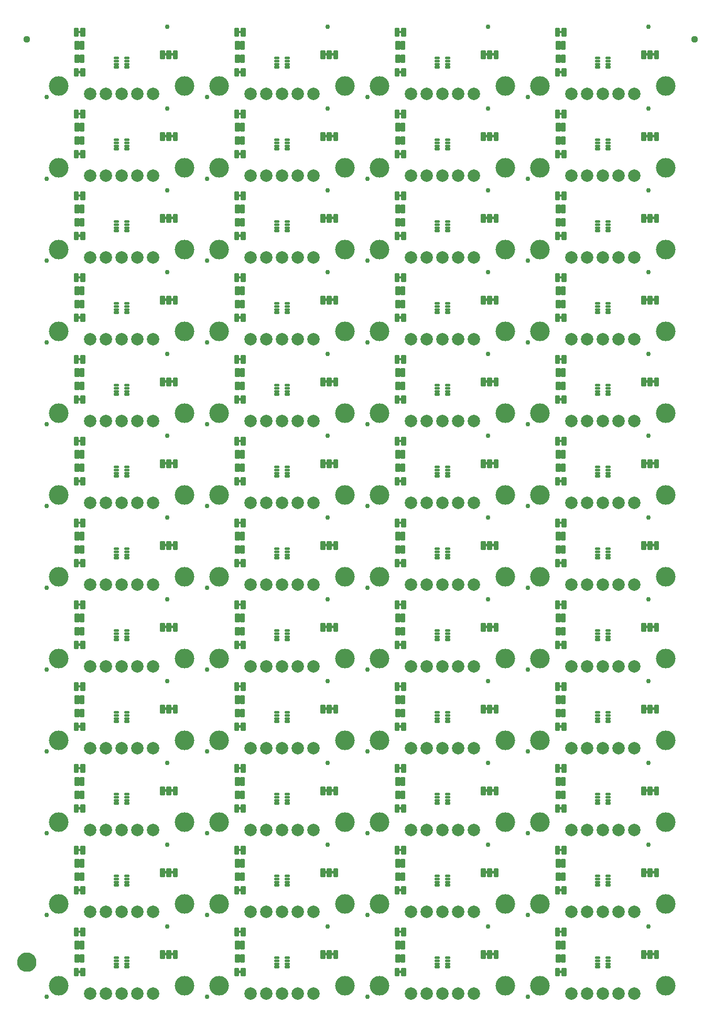
<source format=gbs>
G04 EAGLE Gerber RS-274X export*
G75*
%MOMM*%
%FSLAX34Y34*%
%LPD*%
%INSoldermask Bottom*%
%IPPOS*%
%AMOC8*
5,1,8,0,0,1.08239X$1,22.5*%
G01*
%ADD10C,0.762000*%
%ADD11C,3.175000*%
%ADD12C,0.228344*%
%ADD13C,0.230578*%
%ADD14C,0.228600*%
%ADD15C,2.006600*%
%ADD16C,1.127000*%
%ADD17C,1.270000*%
%ADD18C,1.627000*%

G36*
X319978Y1563255D02*
X319978Y1563255D01*
X320044Y1563257D01*
X320087Y1563275D01*
X320134Y1563283D01*
X320191Y1563317D01*
X320251Y1563342D01*
X320286Y1563373D01*
X320327Y1563398D01*
X320369Y1563449D01*
X320417Y1563493D01*
X320439Y1563535D01*
X320468Y1563572D01*
X320489Y1563634D01*
X320520Y1563693D01*
X320528Y1563747D01*
X320540Y1563784D01*
X320539Y1563824D01*
X320547Y1563878D01*
X320547Y1566418D01*
X320536Y1566483D01*
X320534Y1566549D01*
X320516Y1566592D01*
X320508Y1566639D01*
X320474Y1566696D01*
X320449Y1566756D01*
X320418Y1566791D01*
X320393Y1566832D01*
X320342Y1566874D01*
X320298Y1566922D01*
X320256Y1566944D01*
X320219Y1566973D01*
X320157Y1566994D01*
X320098Y1567025D01*
X320044Y1567033D01*
X320007Y1567045D01*
X319967Y1567044D01*
X319913Y1567052D01*
X316103Y1567052D01*
X316038Y1567041D01*
X315972Y1567039D01*
X315929Y1567021D01*
X315882Y1567013D01*
X315825Y1566979D01*
X315765Y1566954D01*
X315730Y1566923D01*
X315689Y1566898D01*
X315648Y1566847D01*
X315599Y1566803D01*
X315577Y1566761D01*
X315548Y1566724D01*
X315527Y1566662D01*
X315496Y1566603D01*
X315488Y1566549D01*
X315476Y1566512D01*
X315476Y1566509D01*
X315477Y1566472D01*
X315469Y1566418D01*
X315469Y1563878D01*
X315480Y1563813D01*
X315482Y1563747D01*
X315500Y1563704D01*
X315508Y1563657D01*
X315542Y1563600D01*
X315567Y1563540D01*
X315598Y1563505D01*
X315623Y1563464D01*
X315674Y1563423D01*
X315718Y1563374D01*
X315760Y1563352D01*
X315797Y1563323D01*
X315859Y1563302D01*
X315918Y1563271D01*
X315972Y1563263D01*
X316009Y1563251D01*
X316049Y1563252D01*
X316103Y1563244D01*
X319913Y1563244D01*
X319978Y1563255D01*
G37*
G36*
X838138Y1563255D02*
X838138Y1563255D01*
X838204Y1563257D01*
X838247Y1563275D01*
X838294Y1563283D01*
X838351Y1563317D01*
X838411Y1563342D01*
X838446Y1563373D01*
X838487Y1563398D01*
X838529Y1563449D01*
X838577Y1563493D01*
X838599Y1563535D01*
X838628Y1563572D01*
X838649Y1563634D01*
X838680Y1563693D01*
X838688Y1563747D01*
X838700Y1563784D01*
X838699Y1563824D01*
X838707Y1563878D01*
X838707Y1566418D01*
X838696Y1566483D01*
X838694Y1566549D01*
X838676Y1566592D01*
X838668Y1566639D01*
X838634Y1566696D01*
X838609Y1566756D01*
X838578Y1566791D01*
X838553Y1566832D01*
X838502Y1566874D01*
X838458Y1566922D01*
X838416Y1566944D01*
X838379Y1566973D01*
X838317Y1566994D01*
X838258Y1567025D01*
X838204Y1567033D01*
X838167Y1567045D01*
X838127Y1567044D01*
X838073Y1567052D01*
X834263Y1567052D01*
X834198Y1567041D01*
X834132Y1567039D01*
X834089Y1567021D01*
X834042Y1567013D01*
X833985Y1566979D01*
X833925Y1566954D01*
X833890Y1566923D01*
X833849Y1566898D01*
X833808Y1566847D01*
X833759Y1566803D01*
X833737Y1566761D01*
X833708Y1566724D01*
X833687Y1566662D01*
X833656Y1566603D01*
X833648Y1566549D01*
X833636Y1566512D01*
X833636Y1566509D01*
X833637Y1566472D01*
X833629Y1566418D01*
X833629Y1563878D01*
X833640Y1563813D01*
X833642Y1563747D01*
X833660Y1563704D01*
X833668Y1563657D01*
X833702Y1563600D01*
X833727Y1563540D01*
X833758Y1563505D01*
X833783Y1563464D01*
X833834Y1563423D01*
X833878Y1563374D01*
X833920Y1563352D01*
X833957Y1563323D01*
X834019Y1563302D01*
X834078Y1563271D01*
X834132Y1563263D01*
X834169Y1563251D01*
X834209Y1563252D01*
X834263Y1563244D01*
X838073Y1563244D01*
X838138Y1563255D01*
G37*
G36*
X60898Y1563255D02*
X60898Y1563255D01*
X60964Y1563257D01*
X61007Y1563275D01*
X61054Y1563283D01*
X61111Y1563317D01*
X61171Y1563342D01*
X61206Y1563373D01*
X61247Y1563398D01*
X61289Y1563449D01*
X61337Y1563493D01*
X61359Y1563535D01*
X61388Y1563572D01*
X61409Y1563634D01*
X61440Y1563693D01*
X61448Y1563747D01*
X61460Y1563784D01*
X61459Y1563824D01*
X61467Y1563878D01*
X61467Y1566418D01*
X61456Y1566483D01*
X61454Y1566549D01*
X61436Y1566592D01*
X61428Y1566639D01*
X61394Y1566696D01*
X61369Y1566756D01*
X61338Y1566791D01*
X61313Y1566832D01*
X61262Y1566874D01*
X61218Y1566922D01*
X61176Y1566944D01*
X61139Y1566973D01*
X61077Y1566994D01*
X61018Y1567025D01*
X60964Y1567033D01*
X60927Y1567045D01*
X60887Y1567044D01*
X60833Y1567052D01*
X57023Y1567052D01*
X56958Y1567041D01*
X56892Y1567039D01*
X56849Y1567021D01*
X56802Y1567013D01*
X56745Y1566979D01*
X56685Y1566954D01*
X56650Y1566923D01*
X56609Y1566898D01*
X56568Y1566847D01*
X56519Y1566803D01*
X56497Y1566761D01*
X56468Y1566724D01*
X56447Y1566662D01*
X56416Y1566603D01*
X56408Y1566549D01*
X56396Y1566512D01*
X56396Y1566509D01*
X56397Y1566472D01*
X56389Y1566418D01*
X56389Y1563878D01*
X56400Y1563813D01*
X56402Y1563747D01*
X56420Y1563704D01*
X56428Y1563657D01*
X56462Y1563600D01*
X56487Y1563540D01*
X56518Y1563505D01*
X56543Y1563464D01*
X56594Y1563423D01*
X56638Y1563374D01*
X56680Y1563352D01*
X56717Y1563323D01*
X56779Y1563302D01*
X56838Y1563271D01*
X56892Y1563263D01*
X56929Y1563251D01*
X56969Y1563252D01*
X57023Y1563244D01*
X60833Y1563244D01*
X60898Y1563255D01*
G37*
G36*
X579058Y1563255D02*
X579058Y1563255D01*
X579124Y1563257D01*
X579167Y1563275D01*
X579214Y1563283D01*
X579271Y1563317D01*
X579331Y1563342D01*
X579366Y1563373D01*
X579407Y1563398D01*
X579449Y1563449D01*
X579497Y1563493D01*
X579519Y1563535D01*
X579548Y1563572D01*
X579569Y1563634D01*
X579600Y1563693D01*
X579608Y1563747D01*
X579620Y1563784D01*
X579619Y1563824D01*
X579627Y1563878D01*
X579627Y1566418D01*
X579616Y1566483D01*
X579614Y1566549D01*
X579596Y1566592D01*
X579588Y1566639D01*
X579554Y1566696D01*
X579529Y1566756D01*
X579498Y1566791D01*
X579473Y1566832D01*
X579422Y1566874D01*
X579378Y1566922D01*
X579336Y1566944D01*
X579299Y1566973D01*
X579237Y1566994D01*
X579178Y1567025D01*
X579124Y1567033D01*
X579087Y1567045D01*
X579047Y1567044D01*
X578993Y1567052D01*
X575183Y1567052D01*
X575118Y1567041D01*
X575052Y1567039D01*
X575009Y1567021D01*
X574962Y1567013D01*
X574905Y1566979D01*
X574845Y1566954D01*
X574810Y1566923D01*
X574769Y1566898D01*
X574728Y1566847D01*
X574679Y1566803D01*
X574657Y1566761D01*
X574628Y1566724D01*
X574607Y1566662D01*
X574576Y1566603D01*
X574568Y1566549D01*
X574556Y1566512D01*
X574556Y1566509D01*
X574557Y1566472D01*
X574549Y1566418D01*
X574549Y1563878D01*
X574560Y1563813D01*
X574562Y1563747D01*
X574580Y1563704D01*
X574588Y1563657D01*
X574622Y1563600D01*
X574647Y1563540D01*
X574678Y1563505D01*
X574703Y1563464D01*
X574754Y1563423D01*
X574798Y1563374D01*
X574840Y1563352D01*
X574877Y1563323D01*
X574939Y1563302D01*
X574998Y1563271D01*
X575052Y1563263D01*
X575089Y1563251D01*
X575129Y1563252D01*
X575183Y1563244D01*
X578993Y1563244D01*
X579058Y1563255D01*
G37*
G36*
X579058Y1299095D02*
X579058Y1299095D01*
X579124Y1299097D01*
X579167Y1299115D01*
X579214Y1299123D01*
X579271Y1299157D01*
X579331Y1299182D01*
X579366Y1299213D01*
X579407Y1299238D01*
X579449Y1299289D01*
X579497Y1299333D01*
X579519Y1299375D01*
X579548Y1299412D01*
X579569Y1299474D01*
X579600Y1299533D01*
X579608Y1299587D01*
X579620Y1299624D01*
X579619Y1299664D01*
X579627Y1299718D01*
X579627Y1302258D01*
X579616Y1302323D01*
X579614Y1302389D01*
X579596Y1302432D01*
X579588Y1302479D01*
X579554Y1302536D01*
X579529Y1302596D01*
X579498Y1302631D01*
X579473Y1302672D01*
X579422Y1302714D01*
X579378Y1302762D01*
X579336Y1302784D01*
X579299Y1302813D01*
X579237Y1302834D01*
X579178Y1302865D01*
X579124Y1302873D01*
X579087Y1302885D01*
X579047Y1302884D01*
X578993Y1302892D01*
X575183Y1302892D01*
X575118Y1302881D01*
X575052Y1302879D01*
X575009Y1302861D01*
X574962Y1302853D01*
X574905Y1302819D01*
X574845Y1302794D01*
X574810Y1302763D01*
X574769Y1302738D01*
X574728Y1302687D01*
X574679Y1302643D01*
X574657Y1302601D01*
X574628Y1302564D01*
X574607Y1302502D01*
X574576Y1302443D01*
X574568Y1302389D01*
X574556Y1302352D01*
X574556Y1302349D01*
X574557Y1302312D01*
X574549Y1302258D01*
X574549Y1299718D01*
X574560Y1299653D01*
X574562Y1299587D01*
X574580Y1299544D01*
X574588Y1299497D01*
X574622Y1299440D01*
X574647Y1299380D01*
X574678Y1299345D01*
X574703Y1299304D01*
X574754Y1299263D01*
X574798Y1299214D01*
X574840Y1299192D01*
X574877Y1299163D01*
X574939Y1299142D01*
X574998Y1299111D01*
X575052Y1299103D01*
X575089Y1299091D01*
X575129Y1299092D01*
X575183Y1299084D01*
X578993Y1299084D01*
X579058Y1299095D01*
G37*
G36*
X319978Y1299095D02*
X319978Y1299095D01*
X320044Y1299097D01*
X320087Y1299115D01*
X320134Y1299123D01*
X320191Y1299157D01*
X320251Y1299182D01*
X320286Y1299213D01*
X320327Y1299238D01*
X320369Y1299289D01*
X320417Y1299333D01*
X320439Y1299375D01*
X320468Y1299412D01*
X320489Y1299474D01*
X320520Y1299533D01*
X320528Y1299587D01*
X320540Y1299624D01*
X320539Y1299664D01*
X320547Y1299718D01*
X320547Y1302258D01*
X320536Y1302323D01*
X320534Y1302389D01*
X320516Y1302432D01*
X320508Y1302479D01*
X320474Y1302536D01*
X320449Y1302596D01*
X320418Y1302631D01*
X320393Y1302672D01*
X320342Y1302714D01*
X320298Y1302762D01*
X320256Y1302784D01*
X320219Y1302813D01*
X320157Y1302834D01*
X320098Y1302865D01*
X320044Y1302873D01*
X320007Y1302885D01*
X319967Y1302884D01*
X319913Y1302892D01*
X316103Y1302892D01*
X316038Y1302881D01*
X315972Y1302879D01*
X315929Y1302861D01*
X315882Y1302853D01*
X315825Y1302819D01*
X315765Y1302794D01*
X315730Y1302763D01*
X315689Y1302738D01*
X315648Y1302687D01*
X315599Y1302643D01*
X315577Y1302601D01*
X315548Y1302564D01*
X315527Y1302502D01*
X315496Y1302443D01*
X315488Y1302389D01*
X315476Y1302352D01*
X315476Y1302349D01*
X315477Y1302312D01*
X315469Y1302258D01*
X315469Y1299718D01*
X315480Y1299653D01*
X315482Y1299587D01*
X315500Y1299544D01*
X315508Y1299497D01*
X315542Y1299440D01*
X315567Y1299380D01*
X315598Y1299345D01*
X315623Y1299304D01*
X315674Y1299263D01*
X315718Y1299214D01*
X315760Y1299192D01*
X315797Y1299163D01*
X315859Y1299142D01*
X315918Y1299111D01*
X315972Y1299103D01*
X316009Y1299091D01*
X316049Y1299092D01*
X316103Y1299084D01*
X319913Y1299084D01*
X319978Y1299095D01*
G37*
G36*
X838138Y1299095D02*
X838138Y1299095D01*
X838204Y1299097D01*
X838247Y1299115D01*
X838294Y1299123D01*
X838351Y1299157D01*
X838411Y1299182D01*
X838446Y1299213D01*
X838487Y1299238D01*
X838529Y1299289D01*
X838577Y1299333D01*
X838599Y1299375D01*
X838628Y1299412D01*
X838649Y1299474D01*
X838680Y1299533D01*
X838688Y1299587D01*
X838700Y1299624D01*
X838699Y1299664D01*
X838707Y1299718D01*
X838707Y1302258D01*
X838696Y1302323D01*
X838694Y1302389D01*
X838676Y1302432D01*
X838668Y1302479D01*
X838634Y1302536D01*
X838609Y1302596D01*
X838578Y1302631D01*
X838553Y1302672D01*
X838502Y1302714D01*
X838458Y1302762D01*
X838416Y1302784D01*
X838379Y1302813D01*
X838317Y1302834D01*
X838258Y1302865D01*
X838204Y1302873D01*
X838167Y1302885D01*
X838127Y1302884D01*
X838073Y1302892D01*
X834263Y1302892D01*
X834198Y1302881D01*
X834132Y1302879D01*
X834089Y1302861D01*
X834042Y1302853D01*
X833985Y1302819D01*
X833925Y1302794D01*
X833890Y1302763D01*
X833849Y1302738D01*
X833808Y1302687D01*
X833759Y1302643D01*
X833737Y1302601D01*
X833708Y1302564D01*
X833687Y1302502D01*
X833656Y1302443D01*
X833648Y1302389D01*
X833636Y1302352D01*
X833636Y1302349D01*
X833637Y1302312D01*
X833629Y1302258D01*
X833629Y1299718D01*
X833640Y1299653D01*
X833642Y1299587D01*
X833660Y1299544D01*
X833668Y1299497D01*
X833702Y1299440D01*
X833727Y1299380D01*
X833758Y1299345D01*
X833783Y1299304D01*
X833834Y1299263D01*
X833878Y1299214D01*
X833920Y1299192D01*
X833957Y1299163D01*
X834019Y1299142D01*
X834078Y1299111D01*
X834132Y1299103D01*
X834169Y1299091D01*
X834209Y1299092D01*
X834263Y1299084D01*
X838073Y1299084D01*
X838138Y1299095D01*
G37*
G36*
X60898Y1299095D02*
X60898Y1299095D01*
X60964Y1299097D01*
X61007Y1299115D01*
X61054Y1299123D01*
X61111Y1299157D01*
X61171Y1299182D01*
X61206Y1299213D01*
X61247Y1299238D01*
X61289Y1299289D01*
X61337Y1299333D01*
X61359Y1299375D01*
X61388Y1299412D01*
X61409Y1299474D01*
X61440Y1299533D01*
X61448Y1299587D01*
X61460Y1299624D01*
X61459Y1299664D01*
X61467Y1299718D01*
X61467Y1302258D01*
X61456Y1302323D01*
X61454Y1302389D01*
X61436Y1302432D01*
X61428Y1302479D01*
X61394Y1302536D01*
X61369Y1302596D01*
X61338Y1302631D01*
X61313Y1302672D01*
X61262Y1302714D01*
X61218Y1302762D01*
X61176Y1302784D01*
X61139Y1302813D01*
X61077Y1302834D01*
X61018Y1302865D01*
X60964Y1302873D01*
X60927Y1302885D01*
X60887Y1302884D01*
X60833Y1302892D01*
X57023Y1302892D01*
X56958Y1302881D01*
X56892Y1302879D01*
X56849Y1302861D01*
X56802Y1302853D01*
X56745Y1302819D01*
X56685Y1302794D01*
X56650Y1302763D01*
X56609Y1302738D01*
X56568Y1302687D01*
X56519Y1302643D01*
X56497Y1302601D01*
X56468Y1302564D01*
X56447Y1302502D01*
X56416Y1302443D01*
X56408Y1302389D01*
X56396Y1302352D01*
X56396Y1302349D01*
X56397Y1302312D01*
X56389Y1302258D01*
X56389Y1299718D01*
X56400Y1299653D01*
X56402Y1299587D01*
X56420Y1299544D01*
X56428Y1299497D01*
X56462Y1299440D01*
X56487Y1299380D01*
X56518Y1299345D01*
X56543Y1299304D01*
X56594Y1299263D01*
X56638Y1299214D01*
X56680Y1299192D01*
X56717Y1299163D01*
X56779Y1299142D01*
X56838Y1299111D01*
X56892Y1299103D01*
X56929Y1299091D01*
X56969Y1299092D01*
X57023Y1299084D01*
X60833Y1299084D01*
X60898Y1299095D01*
G37*
G36*
X319978Y506615D02*
X319978Y506615D01*
X320044Y506617D01*
X320087Y506635D01*
X320134Y506643D01*
X320191Y506677D01*
X320251Y506702D01*
X320286Y506733D01*
X320327Y506758D01*
X320369Y506809D01*
X320417Y506853D01*
X320439Y506895D01*
X320468Y506932D01*
X320489Y506994D01*
X320520Y507053D01*
X320528Y507107D01*
X320540Y507144D01*
X320539Y507184D01*
X320547Y507238D01*
X320547Y509778D01*
X320536Y509843D01*
X320534Y509909D01*
X320516Y509952D01*
X320508Y509999D01*
X320474Y510056D01*
X320449Y510116D01*
X320418Y510151D01*
X320393Y510192D01*
X320342Y510234D01*
X320298Y510282D01*
X320256Y510304D01*
X320219Y510333D01*
X320157Y510354D01*
X320098Y510385D01*
X320044Y510393D01*
X320007Y510405D01*
X319967Y510404D01*
X319913Y510412D01*
X316103Y510412D01*
X316038Y510401D01*
X315972Y510399D01*
X315929Y510381D01*
X315882Y510373D01*
X315825Y510339D01*
X315765Y510314D01*
X315730Y510283D01*
X315689Y510258D01*
X315648Y510207D01*
X315599Y510163D01*
X315577Y510121D01*
X315548Y510084D01*
X315527Y510022D01*
X315496Y509963D01*
X315488Y509909D01*
X315476Y509872D01*
X315476Y509869D01*
X315477Y509832D01*
X315469Y509778D01*
X315469Y507238D01*
X315480Y507173D01*
X315482Y507107D01*
X315500Y507064D01*
X315508Y507017D01*
X315542Y506960D01*
X315567Y506900D01*
X315598Y506865D01*
X315623Y506824D01*
X315674Y506783D01*
X315718Y506734D01*
X315760Y506712D01*
X315797Y506683D01*
X315859Y506662D01*
X315918Y506631D01*
X315972Y506623D01*
X316009Y506611D01*
X316049Y506612D01*
X316103Y506604D01*
X319913Y506604D01*
X319978Y506615D01*
G37*
G36*
X838138Y506615D02*
X838138Y506615D01*
X838204Y506617D01*
X838247Y506635D01*
X838294Y506643D01*
X838351Y506677D01*
X838411Y506702D01*
X838446Y506733D01*
X838487Y506758D01*
X838529Y506809D01*
X838577Y506853D01*
X838599Y506895D01*
X838628Y506932D01*
X838649Y506994D01*
X838680Y507053D01*
X838688Y507107D01*
X838700Y507144D01*
X838699Y507184D01*
X838707Y507238D01*
X838707Y509778D01*
X838696Y509843D01*
X838694Y509909D01*
X838676Y509952D01*
X838668Y509999D01*
X838634Y510056D01*
X838609Y510116D01*
X838578Y510151D01*
X838553Y510192D01*
X838502Y510234D01*
X838458Y510282D01*
X838416Y510304D01*
X838379Y510333D01*
X838317Y510354D01*
X838258Y510385D01*
X838204Y510393D01*
X838167Y510405D01*
X838127Y510404D01*
X838073Y510412D01*
X834263Y510412D01*
X834198Y510401D01*
X834132Y510399D01*
X834089Y510381D01*
X834042Y510373D01*
X833985Y510339D01*
X833925Y510314D01*
X833890Y510283D01*
X833849Y510258D01*
X833808Y510207D01*
X833759Y510163D01*
X833737Y510121D01*
X833708Y510084D01*
X833687Y510022D01*
X833656Y509963D01*
X833648Y509909D01*
X833636Y509872D01*
X833636Y509869D01*
X833637Y509832D01*
X833629Y509778D01*
X833629Y507238D01*
X833640Y507173D01*
X833642Y507107D01*
X833660Y507064D01*
X833668Y507017D01*
X833702Y506960D01*
X833727Y506900D01*
X833758Y506865D01*
X833783Y506824D01*
X833834Y506783D01*
X833878Y506734D01*
X833920Y506712D01*
X833957Y506683D01*
X834019Y506662D01*
X834078Y506631D01*
X834132Y506623D01*
X834169Y506611D01*
X834209Y506612D01*
X834263Y506604D01*
X838073Y506604D01*
X838138Y506615D01*
G37*
G36*
X60898Y506615D02*
X60898Y506615D01*
X60964Y506617D01*
X61007Y506635D01*
X61054Y506643D01*
X61111Y506677D01*
X61171Y506702D01*
X61206Y506733D01*
X61247Y506758D01*
X61289Y506809D01*
X61337Y506853D01*
X61359Y506895D01*
X61388Y506932D01*
X61409Y506994D01*
X61440Y507053D01*
X61448Y507107D01*
X61460Y507144D01*
X61459Y507184D01*
X61467Y507238D01*
X61467Y509778D01*
X61456Y509843D01*
X61454Y509909D01*
X61436Y509952D01*
X61428Y509999D01*
X61394Y510056D01*
X61369Y510116D01*
X61338Y510151D01*
X61313Y510192D01*
X61262Y510234D01*
X61218Y510282D01*
X61176Y510304D01*
X61139Y510333D01*
X61077Y510354D01*
X61018Y510385D01*
X60964Y510393D01*
X60927Y510405D01*
X60887Y510404D01*
X60833Y510412D01*
X57023Y510412D01*
X56958Y510401D01*
X56892Y510399D01*
X56849Y510381D01*
X56802Y510373D01*
X56745Y510339D01*
X56685Y510314D01*
X56650Y510283D01*
X56609Y510258D01*
X56568Y510207D01*
X56519Y510163D01*
X56497Y510121D01*
X56468Y510084D01*
X56447Y510022D01*
X56416Y509963D01*
X56408Y509909D01*
X56396Y509872D01*
X56396Y509869D01*
X56397Y509832D01*
X56389Y509778D01*
X56389Y507238D01*
X56400Y507173D01*
X56402Y507107D01*
X56420Y507064D01*
X56428Y507017D01*
X56462Y506960D01*
X56487Y506900D01*
X56518Y506865D01*
X56543Y506824D01*
X56594Y506783D01*
X56638Y506734D01*
X56680Y506712D01*
X56717Y506683D01*
X56779Y506662D01*
X56838Y506631D01*
X56892Y506623D01*
X56929Y506611D01*
X56969Y506612D01*
X57023Y506604D01*
X60833Y506604D01*
X60898Y506615D01*
G37*
G36*
X579058Y506615D02*
X579058Y506615D01*
X579124Y506617D01*
X579167Y506635D01*
X579214Y506643D01*
X579271Y506677D01*
X579331Y506702D01*
X579366Y506733D01*
X579407Y506758D01*
X579449Y506809D01*
X579497Y506853D01*
X579519Y506895D01*
X579548Y506932D01*
X579569Y506994D01*
X579600Y507053D01*
X579608Y507107D01*
X579620Y507144D01*
X579619Y507184D01*
X579627Y507238D01*
X579627Y509778D01*
X579616Y509843D01*
X579614Y509909D01*
X579596Y509952D01*
X579588Y509999D01*
X579554Y510056D01*
X579529Y510116D01*
X579498Y510151D01*
X579473Y510192D01*
X579422Y510234D01*
X579378Y510282D01*
X579336Y510304D01*
X579299Y510333D01*
X579237Y510354D01*
X579178Y510385D01*
X579124Y510393D01*
X579087Y510405D01*
X579047Y510404D01*
X578993Y510412D01*
X575183Y510412D01*
X575118Y510401D01*
X575052Y510399D01*
X575009Y510381D01*
X574962Y510373D01*
X574905Y510339D01*
X574845Y510314D01*
X574810Y510283D01*
X574769Y510258D01*
X574728Y510207D01*
X574679Y510163D01*
X574657Y510121D01*
X574628Y510084D01*
X574607Y510022D01*
X574576Y509963D01*
X574568Y509909D01*
X574556Y509872D01*
X574556Y509869D01*
X574557Y509832D01*
X574549Y509778D01*
X574549Y507238D01*
X574560Y507173D01*
X574562Y507107D01*
X574580Y507064D01*
X574588Y507017D01*
X574622Y506960D01*
X574647Y506900D01*
X574678Y506865D01*
X574703Y506824D01*
X574754Y506783D01*
X574798Y506734D01*
X574840Y506712D01*
X574877Y506683D01*
X574939Y506662D01*
X574998Y506631D01*
X575052Y506623D01*
X575089Y506611D01*
X575129Y506612D01*
X575183Y506604D01*
X578993Y506604D01*
X579058Y506615D01*
G37*
G36*
X319978Y441845D02*
X319978Y441845D01*
X320044Y441847D01*
X320087Y441865D01*
X320134Y441873D01*
X320191Y441907D01*
X320251Y441932D01*
X320286Y441963D01*
X320327Y441988D01*
X320369Y442039D01*
X320417Y442083D01*
X320439Y442125D01*
X320468Y442162D01*
X320489Y442224D01*
X320520Y442283D01*
X320528Y442337D01*
X320540Y442374D01*
X320539Y442414D01*
X320547Y442468D01*
X320547Y445008D01*
X320536Y445073D01*
X320534Y445139D01*
X320516Y445182D01*
X320508Y445229D01*
X320474Y445286D01*
X320449Y445346D01*
X320418Y445381D01*
X320393Y445422D01*
X320342Y445464D01*
X320298Y445512D01*
X320256Y445534D01*
X320219Y445563D01*
X320157Y445584D01*
X320098Y445615D01*
X320044Y445623D01*
X320007Y445635D01*
X319967Y445634D01*
X319913Y445642D01*
X316103Y445642D01*
X316038Y445631D01*
X315972Y445629D01*
X315929Y445611D01*
X315882Y445603D01*
X315825Y445569D01*
X315765Y445544D01*
X315730Y445513D01*
X315689Y445488D01*
X315648Y445437D01*
X315599Y445393D01*
X315577Y445351D01*
X315548Y445314D01*
X315527Y445252D01*
X315496Y445193D01*
X315488Y445139D01*
X315476Y445102D01*
X315476Y445099D01*
X315477Y445062D01*
X315469Y445008D01*
X315469Y442468D01*
X315480Y442403D01*
X315482Y442337D01*
X315500Y442294D01*
X315508Y442247D01*
X315542Y442190D01*
X315567Y442130D01*
X315598Y442095D01*
X315623Y442054D01*
X315674Y442013D01*
X315718Y441964D01*
X315760Y441942D01*
X315797Y441913D01*
X315859Y441892D01*
X315918Y441861D01*
X315972Y441853D01*
X316009Y441841D01*
X316049Y441842D01*
X316103Y441834D01*
X319913Y441834D01*
X319978Y441845D01*
G37*
G36*
X579058Y441845D02*
X579058Y441845D01*
X579124Y441847D01*
X579167Y441865D01*
X579214Y441873D01*
X579271Y441907D01*
X579331Y441932D01*
X579366Y441963D01*
X579407Y441988D01*
X579449Y442039D01*
X579497Y442083D01*
X579519Y442125D01*
X579548Y442162D01*
X579569Y442224D01*
X579600Y442283D01*
X579608Y442337D01*
X579620Y442374D01*
X579619Y442414D01*
X579627Y442468D01*
X579627Y445008D01*
X579616Y445073D01*
X579614Y445139D01*
X579596Y445182D01*
X579588Y445229D01*
X579554Y445286D01*
X579529Y445346D01*
X579498Y445381D01*
X579473Y445422D01*
X579422Y445464D01*
X579378Y445512D01*
X579336Y445534D01*
X579299Y445563D01*
X579237Y445584D01*
X579178Y445615D01*
X579124Y445623D01*
X579087Y445635D01*
X579047Y445634D01*
X578993Y445642D01*
X575183Y445642D01*
X575118Y445631D01*
X575052Y445629D01*
X575009Y445611D01*
X574962Y445603D01*
X574905Y445569D01*
X574845Y445544D01*
X574810Y445513D01*
X574769Y445488D01*
X574728Y445437D01*
X574679Y445393D01*
X574657Y445351D01*
X574628Y445314D01*
X574607Y445252D01*
X574576Y445193D01*
X574568Y445139D01*
X574556Y445102D01*
X574556Y445099D01*
X574557Y445062D01*
X574549Y445008D01*
X574549Y442468D01*
X574560Y442403D01*
X574562Y442337D01*
X574580Y442294D01*
X574588Y442247D01*
X574622Y442190D01*
X574647Y442130D01*
X574678Y442095D01*
X574703Y442054D01*
X574754Y442013D01*
X574798Y441964D01*
X574840Y441942D01*
X574877Y441913D01*
X574939Y441892D01*
X574998Y441861D01*
X575052Y441853D01*
X575089Y441841D01*
X575129Y441842D01*
X575183Y441834D01*
X578993Y441834D01*
X579058Y441845D01*
G37*
G36*
X838138Y441845D02*
X838138Y441845D01*
X838204Y441847D01*
X838247Y441865D01*
X838294Y441873D01*
X838351Y441907D01*
X838411Y441932D01*
X838446Y441963D01*
X838487Y441988D01*
X838529Y442039D01*
X838577Y442083D01*
X838599Y442125D01*
X838628Y442162D01*
X838649Y442224D01*
X838680Y442283D01*
X838688Y442337D01*
X838700Y442374D01*
X838699Y442414D01*
X838707Y442468D01*
X838707Y445008D01*
X838696Y445073D01*
X838694Y445139D01*
X838676Y445182D01*
X838668Y445229D01*
X838634Y445286D01*
X838609Y445346D01*
X838578Y445381D01*
X838553Y445422D01*
X838502Y445464D01*
X838458Y445512D01*
X838416Y445534D01*
X838379Y445563D01*
X838317Y445584D01*
X838258Y445615D01*
X838204Y445623D01*
X838167Y445635D01*
X838127Y445634D01*
X838073Y445642D01*
X834263Y445642D01*
X834198Y445631D01*
X834132Y445629D01*
X834089Y445611D01*
X834042Y445603D01*
X833985Y445569D01*
X833925Y445544D01*
X833890Y445513D01*
X833849Y445488D01*
X833808Y445437D01*
X833759Y445393D01*
X833737Y445351D01*
X833708Y445314D01*
X833687Y445252D01*
X833656Y445193D01*
X833648Y445139D01*
X833636Y445102D01*
X833636Y445099D01*
X833637Y445062D01*
X833629Y445008D01*
X833629Y442468D01*
X833640Y442403D01*
X833642Y442337D01*
X833660Y442294D01*
X833668Y442247D01*
X833702Y442190D01*
X833727Y442130D01*
X833758Y442095D01*
X833783Y442054D01*
X833834Y442013D01*
X833878Y441964D01*
X833920Y441942D01*
X833957Y441913D01*
X834019Y441892D01*
X834078Y441861D01*
X834132Y441853D01*
X834169Y441841D01*
X834209Y441842D01*
X834263Y441834D01*
X838073Y441834D01*
X838138Y441845D01*
G37*
G36*
X60898Y441845D02*
X60898Y441845D01*
X60964Y441847D01*
X61007Y441865D01*
X61054Y441873D01*
X61111Y441907D01*
X61171Y441932D01*
X61206Y441963D01*
X61247Y441988D01*
X61289Y442039D01*
X61337Y442083D01*
X61359Y442125D01*
X61388Y442162D01*
X61409Y442224D01*
X61440Y442283D01*
X61448Y442337D01*
X61460Y442374D01*
X61459Y442414D01*
X61467Y442468D01*
X61467Y445008D01*
X61456Y445073D01*
X61454Y445139D01*
X61436Y445182D01*
X61428Y445229D01*
X61394Y445286D01*
X61369Y445346D01*
X61338Y445381D01*
X61313Y445422D01*
X61262Y445464D01*
X61218Y445512D01*
X61176Y445534D01*
X61139Y445563D01*
X61077Y445584D01*
X61018Y445615D01*
X60964Y445623D01*
X60927Y445635D01*
X60887Y445634D01*
X60833Y445642D01*
X57023Y445642D01*
X56958Y445631D01*
X56892Y445629D01*
X56849Y445611D01*
X56802Y445603D01*
X56745Y445569D01*
X56685Y445544D01*
X56650Y445513D01*
X56609Y445488D01*
X56568Y445437D01*
X56519Y445393D01*
X56497Y445351D01*
X56468Y445314D01*
X56447Y445252D01*
X56416Y445193D01*
X56408Y445139D01*
X56396Y445102D01*
X56396Y445099D01*
X56397Y445062D01*
X56389Y445008D01*
X56389Y442468D01*
X56400Y442403D01*
X56402Y442337D01*
X56420Y442294D01*
X56428Y442247D01*
X56462Y442190D01*
X56487Y442130D01*
X56518Y442095D01*
X56543Y442054D01*
X56594Y442013D01*
X56638Y441964D01*
X56680Y441942D01*
X56717Y441913D01*
X56779Y441892D01*
X56838Y441861D01*
X56892Y441853D01*
X56929Y441841D01*
X56969Y441842D01*
X57023Y441834D01*
X60833Y441834D01*
X60898Y441845D01*
G37*
G36*
X838138Y1498485D02*
X838138Y1498485D01*
X838204Y1498487D01*
X838247Y1498505D01*
X838294Y1498513D01*
X838351Y1498547D01*
X838411Y1498572D01*
X838446Y1498603D01*
X838487Y1498628D01*
X838529Y1498679D01*
X838577Y1498723D01*
X838599Y1498765D01*
X838628Y1498802D01*
X838649Y1498864D01*
X838680Y1498923D01*
X838688Y1498977D01*
X838700Y1499014D01*
X838699Y1499054D01*
X838707Y1499108D01*
X838707Y1501648D01*
X838696Y1501713D01*
X838694Y1501779D01*
X838676Y1501822D01*
X838668Y1501869D01*
X838634Y1501926D01*
X838609Y1501986D01*
X838578Y1502021D01*
X838553Y1502062D01*
X838502Y1502104D01*
X838458Y1502152D01*
X838416Y1502174D01*
X838379Y1502203D01*
X838317Y1502224D01*
X838258Y1502255D01*
X838204Y1502263D01*
X838167Y1502275D01*
X838127Y1502274D01*
X838073Y1502282D01*
X834263Y1502282D01*
X834198Y1502271D01*
X834132Y1502269D01*
X834089Y1502251D01*
X834042Y1502243D01*
X833985Y1502209D01*
X833925Y1502184D01*
X833890Y1502153D01*
X833849Y1502128D01*
X833808Y1502077D01*
X833759Y1502033D01*
X833737Y1501991D01*
X833708Y1501954D01*
X833687Y1501892D01*
X833656Y1501833D01*
X833648Y1501779D01*
X833636Y1501742D01*
X833636Y1501739D01*
X833637Y1501702D01*
X833629Y1501648D01*
X833629Y1499108D01*
X833640Y1499043D01*
X833642Y1498977D01*
X833660Y1498934D01*
X833668Y1498887D01*
X833702Y1498830D01*
X833727Y1498770D01*
X833758Y1498735D01*
X833783Y1498694D01*
X833834Y1498653D01*
X833878Y1498604D01*
X833920Y1498582D01*
X833957Y1498553D01*
X834019Y1498532D01*
X834078Y1498501D01*
X834132Y1498493D01*
X834169Y1498481D01*
X834209Y1498482D01*
X834263Y1498474D01*
X838073Y1498474D01*
X838138Y1498485D01*
G37*
G36*
X60898Y1498485D02*
X60898Y1498485D01*
X60964Y1498487D01*
X61007Y1498505D01*
X61054Y1498513D01*
X61111Y1498547D01*
X61171Y1498572D01*
X61206Y1498603D01*
X61247Y1498628D01*
X61289Y1498679D01*
X61337Y1498723D01*
X61359Y1498765D01*
X61388Y1498802D01*
X61409Y1498864D01*
X61440Y1498923D01*
X61448Y1498977D01*
X61460Y1499014D01*
X61459Y1499054D01*
X61467Y1499108D01*
X61467Y1501648D01*
X61456Y1501713D01*
X61454Y1501779D01*
X61436Y1501822D01*
X61428Y1501869D01*
X61394Y1501926D01*
X61369Y1501986D01*
X61338Y1502021D01*
X61313Y1502062D01*
X61262Y1502104D01*
X61218Y1502152D01*
X61176Y1502174D01*
X61139Y1502203D01*
X61077Y1502224D01*
X61018Y1502255D01*
X60964Y1502263D01*
X60927Y1502275D01*
X60887Y1502274D01*
X60833Y1502282D01*
X57023Y1502282D01*
X56958Y1502271D01*
X56892Y1502269D01*
X56849Y1502251D01*
X56802Y1502243D01*
X56745Y1502209D01*
X56685Y1502184D01*
X56650Y1502153D01*
X56609Y1502128D01*
X56568Y1502077D01*
X56519Y1502033D01*
X56497Y1501991D01*
X56468Y1501954D01*
X56447Y1501892D01*
X56416Y1501833D01*
X56408Y1501779D01*
X56396Y1501742D01*
X56396Y1501739D01*
X56397Y1501702D01*
X56389Y1501648D01*
X56389Y1499108D01*
X56400Y1499043D01*
X56402Y1498977D01*
X56420Y1498934D01*
X56428Y1498887D01*
X56462Y1498830D01*
X56487Y1498770D01*
X56518Y1498735D01*
X56543Y1498694D01*
X56594Y1498653D01*
X56638Y1498604D01*
X56680Y1498582D01*
X56717Y1498553D01*
X56779Y1498532D01*
X56838Y1498501D01*
X56892Y1498493D01*
X56929Y1498481D01*
X56969Y1498482D01*
X57023Y1498474D01*
X60833Y1498474D01*
X60898Y1498485D01*
G37*
G36*
X319978Y1498485D02*
X319978Y1498485D01*
X320044Y1498487D01*
X320087Y1498505D01*
X320134Y1498513D01*
X320191Y1498547D01*
X320251Y1498572D01*
X320286Y1498603D01*
X320327Y1498628D01*
X320369Y1498679D01*
X320417Y1498723D01*
X320439Y1498765D01*
X320468Y1498802D01*
X320489Y1498864D01*
X320520Y1498923D01*
X320528Y1498977D01*
X320540Y1499014D01*
X320539Y1499054D01*
X320547Y1499108D01*
X320547Y1501648D01*
X320536Y1501713D01*
X320534Y1501779D01*
X320516Y1501822D01*
X320508Y1501869D01*
X320474Y1501926D01*
X320449Y1501986D01*
X320418Y1502021D01*
X320393Y1502062D01*
X320342Y1502104D01*
X320298Y1502152D01*
X320256Y1502174D01*
X320219Y1502203D01*
X320157Y1502224D01*
X320098Y1502255D01*
X320044Y1502263D01*
X320007Y1502275D01*
X319967Y1502274D01*
X319913Y1502282D01*
X316103Y1502282D01*
X316038Y1502271D01*
X315972Y1502269D01*
X315929Y1502251D01*
X315882Y1502243D01*
X315825Y1502209D01*
X315765Y1502184D01*
X315730Y1502153D01*
X315689Y1502128D01*
X315648Y1502077D01*
X315599Y1502033D01*
X315577Y1501991D01*
X315548Y1501954D01*
X315527Y1501892D01*
X315496Y1501833D01*
X315488Y1501779D01*
X315476Y1501742D01*
X315476Y1501739D01*
X315477Y1501702D01*
X315469Y1501648D01*
X315469Y1499108D01*
X315480Y1499043D01*
X315482Y1498977D01*
X315500Y1498934D01*
X315508Y1498887D01*
X315542Y1498830D01*
X315567Y1498770D01*
X315598Y1498735D01*
X315623Y1498694D01*
X315674Y1498653D01*
X315718Y1498604D01*
X315760Y1498582D01*
X315797Y1498553D01*
X315859Y1498532D01*
X315918Y1498501D01*
X315972Y1498493D01*
X316009Y1498481D01*
X316049Y1498482D01*
X316103Y1498474D01*
X319913Y1498474D01*
X319978Y1498485D01*
G37*
G36*
X579058Y1498485D02*
X579058Y1498485D01*
X579124Y1498487D01*
X579167Y1498505D01*
X579214Y1498513D01*
X579271Y1498547D01*
X579331Y1498572D01*
X579366Y1498603D01*
X579407Y1498628D01*
X579449Y1498679D01*
X579497Y1498723D01*
X579519Y1498765D01*
X579548Y1498802D01*
X579569Y1498864D01*
X579600Y1498923D01*
X579608Y1498977D01*
X579620Y1499014D01*
X579619Y1499054D01*
X579627Y1499108D01*
X579627Y1501648D01*
X579616Y1501713D01*
X579614Y1501779D01*
X579596Y1501822D01*
X579588Y1501869D01*
X579554Y1501926D01*
X579529Y1501986D01*
X579498Y1502021D01*
X579473Y1502062D01*
X579422Y1502104D01*
X579378Y1502152D01*
X579336Y1502174D01*
X579299Y1502203D01*
X579237Y1502224D01*
X579178Y1502255D01*
X579124Y1502263D01*
X579087Y1502275D01*
X579047Y1502274D01*
X578993Y1502282D01*
X575183Y1502282D01*
X575118Y1502271D01*
X575052Y1502269D01*
X575009Y1502251D01*
X574962Y1502243D01*
X574905Y1502209D01*
X574845Y1502184D01*
X574810Y1502153D01*
X574769Y1502128D01*
X574728Y1502077D01*
X574679Y1502033D01*
X574657Y1501991D01*
X574628Y1501954D01*
X574607Y1501892D01*
X574576Y1501833D01*
X574568Y1501779D01*
X574556Y1501742D01*
X574556Y1501739D01*
X574557Y1501702D01*
X574549Y1501648D01*
X574549Y1499108D01*
X574560Y1499043D01*
X574562Y1498977D01*
X574580Y1498934D01*
X574588Y1498887D01*
X574622Y1498830D01*
X574647Y1498770D01*
X574678Y1498735D01*
X574703Y1498694D01*
X574754Y1498653D01*
X574798Y1498604D01*
X574840Y1498582D01*
X574877Y1498553D01*
X574939Y1498532D01*
X574998Y1498501D01*
X575052Y1498493D01*
X575089Y1498481D01*
X575129Y1498482D01*
X575183Y1498474D01*
X578993Y1498474D01*
X579058Y1498485D01*
G37*
G36*
X838138Y1431175D02*
X838138Y1431175D01*
X838204Y1431177D01*
X838247Y1431195D01*
X838294Y1431203D01*
X838351Y1431237D01*
X838411Y1431262D01*
X838446Y1431293D01*
X838487Y1431318D01*
X838529Y1431369D01*
X838577Y1431413D01*
X838599Y1431455D01*
X838628Y1431492D01*
X838649Y1431554D01*
X838680Y1431613D01*
X838688Y1431667D01*
X838700Y1431704D01*
X838699Y1431744D01*
X838707Y1431798D01*
X838707Y1434338D01*
X838696Y1434403D01*
X838694Y1434469D01*
X838676Y1434512D01*
X838668Y1434559D01*
X838634Y1434616D01*
X838609Y1434676D01*
X838578Y1434711D01*
X838553Y1434752D01*
X838502Y1434794D01*
X838458Y1434842D01*
X838416Y1434864D01*
X838379Y1434893D01*
X838317Y1434914D01*
X838258Y1434945D01*
X838204Y1434953D01*
X838167Y1434965D01*
X838127Y1434964D01*
X838073Y1434972D01*
X834263Y1434972D01*
X834198Y1434961D01*
X834132Y1434959D01*
X834089Y1434941D01*
X834042Y1434933D01*
X833985Y1434899D01*
X833925Y1434874D01*
X833890Y1434843D01*
X833849Y1434818D01*
X833808Y1434767D01*
X833759Y1434723D01*
X833737Y1434681D01*
X833708Y1434644D01*
X833687Y1434582D01*
X833656Y1434523D01*
X833648Y1434469D01*
X833636Y1434432D01*
X833636Y1434429D01*
X833637Y1434392D01*
X833629Y1434338D01*
X833629Y1431798D01*
X833640Y1431733D01*
X833642Y1431667D01*
X833660Y1431624D01*
X833668Y1431577D01*
X833702Y1431520D01*
X833727Y1431460D01*
X833758Y1431425D01*
X833783Y1431384D01*
X833834Y1431343D01*
X833878Y1431294D01*
X833920Y1431272D01*
X833957Y1431243D01*
X834019Y1431222D01*
X834078Y1431191D01*
X834132Y1431183D01*
X834169Y1431171D01*
X834209Y1431172D01*
X834263Y1431164D01*
X838073Y1431164D01*
X838138Y1431175D01*
G37*
G36*
X579058Y1431175D02*
X579058Y1431175D01*
X579124Y1431177D01*
X579167Y1431195D01*
X579214Y1431203D01*
X579271Y1431237D01*
X579331Y1431262D01*
X579366Y1431293D01*
X579407Y1431318D01*
X579449Y1431369D01*
X579497Y1431413D01*
X579519Y1431455D01*
X579548Y1431492D01*
X579569Y1431554D01*
X579600Y1431613D01*
X579608Y1431667D01*
X579620Y1431704D01*
X579619Y1431744D01*
X579627Y1431798D01*
X579627Y1434338D01*
X579616Y1434403D01*
X579614Y1434469D01*
X579596Y1434512D01*
X579588Y1434559D01*
X579554Y1434616D01*
X579529Y1434676D01*
X579498Y1434711D01*
X579473Y1434752D01*
X579422Y1434794D01*
X579378Y1434842D01*
X579336Y1434864D01*
X579299Y1434893D01*
X579237Y1434914D01*
X579178Y1434945D01*
X579124Y1434953D01*
X579087Y1434965D01*
X579047Y1434964D01*
X578993Y1434972D01*
X575183Y1434972D01*
X575118Y1434961D01*
X575052Y1434959D01*
X575009Y1434941D01*
X574962Y1434933D01*
X574905Y1434899D01*
X574845Y1434874D01*
X574810Y1434843D01*
X574769Y1434818D01*
X574728Y1434767D01*
X574679Y1434723D01*
X574657Y1434681D01*
X574628Y1434644D01*
X574607Y1434582D01*
X574576Y1434523D01*
X574568Y1434469D01*
X574556Y1434432D01*
X574556Y1434429D01*
X574557Y1434392D01*
X574549Y1434338D01*
X574549Y1431798D01*
X574560Y1431733D01*
X574562Y1431667D01*
X574580Y1431624D01*
X574588Y1431577D01*
X574622Y1431520D01*
X574647Y1431460D01*
X574678Y1431425D01*
X574703Y1431384D01*
X574754Y1431343D01*
X574798Y1431294D01*
X574840Y1431272D01*
X574877Y1431243D01*
X574939Y1431222D01*
X574998Y1431191D01*
X575052Y1431183D01*
X575089Y1431171D01*
X575129Y1431172D01*
X575183Y1431164D01*
X578993Y1431164D01*
X579058Y1431175D01*
G37*
G36*
X60898Y1431175D02*
X60898Y1431175D01*
X60964Y1431177D01*
X61007Y1431195D01*
X61054Y1431203D01*
X61111Y1431237D01*
X61171Y1431262D01*
X61206Y1431293D01*
X61247Y1431318D01*
X61289Y1431369D01*
X61337Y1431413D01*
X61359Y1431455D01*
X61388Y1431492D01*
X61409Y1431554D01*
X61440Y1431613D01*
X61448Y1431667D01*
X61460Y1431704D01*
X61459Y1431744D01*
X61467Y1431798D01*
X61467Y1434338D01*
X61456Y1434403D01*
X61454Y1434469D01*
X61436Y1434512D01*
X61428Y1434559D01*
X61394Y1434616D01*
X61369Y1434676D01*
X61338Y1434711D01*
X61313Y1434752D01*
X61262Y1434794D01*
X61218Y1434842D01*
X61176Y1434864D01*
X61139Y1434893D01*
X61077Y1434914D01*
X61018Y1434945D01*
X60964Y1434953D01*
X60927Y1434965D01*
X60887Y1434964D01*
X60833Y1434972D01*
X57023Y1434972D01*
X56958Y1434961D01*
X56892Y1434959D01*
X56849Y1434941D01*
X56802Y1434933D01*
X56745Y1434899D01*
X56685Y1434874D01*
X56650Y1434843D01*
X56609Y1434818D01*
X56568Y1434767D01*
X56519Y1434723D01*
X56497Y1434681D01*
X56468Y1434644D01*
X56447Y1434582D01*
X56416Y1434523D01*
X56408Y1434469D01*
X56396Y1434432D01*
X56396Y1434429D01*
X56397Y1434392D01*
X56389Y1434338D01*
X56389Y1431798D01*
X56400Y1431733D01*
X56402Y1431667D01*
X56420Y1431624D01*
X56428Y1431577D01*
X56462Y1431520D01*
X56487Y1431460D01*
X56518Y1431425D01*
X56543Y1431384D01*
X56594Y1431343D01*
X56638Y1431294D01*
X56680Y1431272D01*
X56717Y1431243D01*
X56779Y1431222D01*
X56838Y1431191D01*
X56892Y1431183D01*
X56929Y1431171D01*
X56969Y1431172D01*
X57023Y1431164D01*
X60833Y1431164D01*
X60898Y1431175D01*
G37*
G36*
X319978Y1431175D02*
X319978Y1431175D01*
X320044Y1431177D01*
X320087Y1431195D01*
X320134Y1431203D01*
X320191Y1431237D01*
X320251Y1431262D01*
X320286Y1431293D01*
X320327Y1431318D01*
X320369Y1431369D01*
X320417Y1431413D01*
X320439Y1431455D01*
X320468Y1431492D01*
X320489Y1431554D01*
X320520Y1431613D01*
X320528Y1431667D01*
X320540Y1431704D01*
X320539Y1431744D01*
X320547Y1431798D01*
X320547Y1434338D01*
X320536Y1434403D01*
X320534Y1434469D01*
X320516Y1434512D01*
X320508Y1434559D01*
X320474Y1434616D01*
X320449Y1434676D01*
X320418Y1434711D01*
X320393Y1434752D01*
X320342Y1434794D01*
X320298Y1434842D01*
X320256Y1434864D01*
X320219Y1434893D01*
X320157Y1434914D01*
X320098Y1434945D01*
X320044Y1434953D01*
X320007Y1434965D01*
X319967Y1434964D01*
X319913Y1434972D01*
X316103Y1434972D01*
X316038Y1434961D01*
X315972Y1434959D01*
X315929Y1434941D01*
X315882Y1434933D01*
X315825Y1434899D01*
X315765Y1434874D01*
X315730Y1434843D01*
X315689Y1434818D01*
X315648Y1434767D01*
X315599Y1434723D01*
X315577Y1434681D01*
X315548Y1434644D01*
X315527Y1434582D01*
X315496Y1434523D01*
X315488Y1434469D01*
X315476Y1434432D01*
X315476Y1434429D01*
X315477Y1434392D01*
X315469Y1434338D01*
X315469Y1431798D01*
X315480Y1431733D01*
X315482Y1431667D01*
X315500Y1431624D01*
X315508Y1431577D01*
X315542Y1431520D01*
X315567Y1431460D01*
X315598Y1431425D01*
X315623Y1431384D01*
X315674Y1431343D01*
X315718Y1431294D01*
X315760Y1431272D01*
X315797Y1431243D01*
X315859Y1431222D01*
X315918Y1431191D01*
X315972Y1431183D01*
X316009Y1431171D01*
X316049Y1431172D01*
X316103Y1431164D01*
X319913Y1431164D01*
X319978Y1431175D01*
G37*
G36*
X200090Y1395107D02*
X200090Y1395107D01*
X200156Y1395109D01*
X200199Y1395127D01*
X200246Y1395135D01*
X200303Y1395169D01*
X200363Y1395194D01*
X200398Y1395225D01*
X200439Y1395250D01*
X200481Y1395301D01*
X200529Y1395345D01*
X200551Y1395387D01*
X200580Y1395424D01*
X200601Y1395486D01*
X200632Y1395545D01*
X200640Y1395599D01*
X200652Y1395636D01*
X200651Y1395676D01*
X200659Y1395730D01*
X200659Y1398270D01*
X200648Y1398335D01*
X200646Y1398401D01*
X200628Y1398444D01*
X200620Y1398491D01*
X200586Y1398548D01*
X200561Y1398608D01*
X200530Y1398643D01*
X200505Y1398684D01*
X200454Y1398726D01*
X200410Y1398774D01*
X200368Y1398796D01*
X200331Y1398825D01*
X200269Y1398846D01*
X200210Y1398877D01*
X200156Y1398885D01*
X200119Y1398897D01*
X200079Y1398896D01*
X200025Y1398904D01*
X196215Y1398904D01*
X196150Y1398893D01*
X196084Y1398891D01*
X196041Y1398873D01*
X195994Y1398865D01*
X195937Y1398831D01*
X195877Y1398806D01*
X195842Y1398775D01*
X195801Y1398750D01*
X195760Y1398699D01*
X195711Y1398655D01*
X195689Y1398613D01*
X195660Y1398576D01*
X195639Y1398514D01*
X195608Y1398455D01*
X195600Y1398401D01*
X195588Y1398364D01*
X195588Y1398361D01*
X195589Y1398324D01*
X195581Y1398270D01*
X195581Y1395730D01*
X195592Y1395665D01*
X195594Y1395599D01*
X195612Y1395556D01*
X195620Y1395509D01*
X195654Y1395452D01*
X195679Y1395392D01*
X195710Y1395357D01*
X195735Y1395316D01*
X195786Y1395275D01*
X195830Y1395226D01*
X195872Y1395204D01*
X195909Y1395175D01*
X195971Y1395154D01*
X196030Y1395123D01*
X196084Y1395115D01*
X196121Y1395103D01*
X196161Y1395104D01*
X196215Y1395096D01*
X200025Y1395096D01*
X200090Y1395107D01*
G37*
G36*
X977330Y1395107D02*
X977330Y1395107D01*
X977396Y1395109D01*
X977439Y1395127D01*
X977486Y1395135D01*
X977543Y1395169D01*
X977603Y1395194D01*
X977638Y1395225D01*
X977679Y1395250D01*
X977721Y1395301D01*
X977769Y1395345D01*
X977791Y1395387D01*
X977820Y1395424D01*
X977841Y1395486D01*
X977872Y1395545D01*
X977880Y1395599D01*
X977892Y1395636D01*
X977891Y1395676D01*
X977899Y1395730D01*
X977899Y1398270D01*
X977888Y1398335D01*
X977886Y1398401D01*
X977868Y1398444D01*
X977860Y1398491D01*
X977826Y1398548D01*
X977801Y1398608D01*
X977770Y1398643D01*
X977745Y1398684D01*
X977694Y1398726D01*
X977650Y1398774D01*
X977608Y1398796D01*
X977571Y1398825D01*
X977509Y1398846D01*
X977450Y1398877D01*
X977396Y1398885D01*
X977359Y1398897D01*
X977319Y1398896D01*
X977265Y1398904D01*
X973455Y1398904D01*
X973390Y1398893D01*
X973324Y1398891D01*
X973281Y1398873D01*
X973234Y1398865D01*
X973177Y1398831D01*
X973117Y1398806D01*
X973082Y1398775D01*
X973041Y1398750D01*
X973000Y1398699D01*
X972951Y1398655D01*
X972929Y1398613D01*
X972900Y1398576D01*
X972879Y1398514D01*
X972848Y1398455D01*
X972840Y1398401D01*
X972828Y1398364D01*
X972828Y1398361D01*
X972829Y1398324D01*
X972821Y1398270D01*
X972821Y1395730D01*
X972832Y1395665D01*
X972834Y1395599D01*
X972852Y1395556D01*
X972860Y1395509D01*
X972894Y1395452D01*
X972919Y1395392D01*
X972950Y1395357D01*
X972975Y1395316D01*
X973026Y1395275D01*
X973070Y1395226D01*
X973112Y1395204D01*
X973149Y1395175D01*
X973211Y1395154D01*
X973270Y1395123D01*
X973324Y1395115D01*
X973361Y1395103D01*
X973401Y1395104D01*
X973455Y1395096D01*
X977265Y1395096D01*
X977330Y1395107D01*
G37*
G36*
X210250Y1395107D02*
X210250Y1395107D01*
X210316Y1395109D01*
X210359Y1395127D01*
X210406Y1395135D01*
X210463Y1395169D01*
X210523Y1395194D01*
X210558Y1395225D01*
X210599Y1395250D01*
X210641Y1395301D01*
X210689Y1395345D01*
X210711Y1395387D01*
X210740Y1395424D01*
X210761Y1395486D01*
X210792Y1395545D01*
X210800Y1395599D01*
X210812Y1395636D01*
X210811Y1395676D01*
X210819Y1395730D01*
X210819Y1398270D01*
X210808Y1398335D01*
X210806Y1398401D01*
X210788Y1398444D01*
X210780Y1398491D01*
X210746Y1398548D01*
X210721Y1398608D01*
X210690Y1398643D01*
X210665Y1398684D01*
X210614Y1398726D01*
X210570Y1398774D01*
X210528Y1398796D01*
X210491Y1398825D01*
X210429Y1398846D01*
X210370Y1398877D01*
X210316Y1398885D01*
X210279Y1398897D01*
X210239Y1398896D01*
X210185Y1398904D01*
X206375Y1398904D01*
X206310Y1398893D01*
X206244Y1398891D01*
X206201Y1398873D01*
X206154Y1398865D01*
X206097Y1398831D01*
X206037Y1398806D01*
X206002Y1398775D01*
X205961Y1398750D01*
X205920Y1398699D01*
X205871Y1398655D01*
X205849Y1398613D01*
X205820Y1398576D01*
X205799Y1398514D01*
X205768Y1398455D01*
X205760Y1398401D01*
X205748Y1398364D01*
X205748Y1398361D01*
X205749Y1398324D01*
X205741Y1398270D01*
X205741Y1395730D01*
X205752Y1395665D01*
X205754Y1395599D01*
X205772Y1395556D01*
X205780Y1395509D01*
X205814Y1395452D01*
X205839Y1395392D01*
X205870Y1395357D01*
X205895Y1395316D01*
X205946Y1395275D01*
X205990Y1395226D01*
X206032Y1395204D01*
X206069Y1395175D01*
X206131Y1395154D01*
X206190Y1395123D01*
X206244Y1395115D01*
X206281Y1395103D01*
X206321Y1395104D01*
X206375Y1395096D01*
X210185Y1395096D01*
X210250Y1395107D01*
G37*
G36*
X459170Y1395107D02*
X459170Y1395107D01*
X459236Y1395109D01*
X459279Y1395127D01*
X459326Y1395135D01*
X459383Y1395169D01*
X459443Y1395194D01*
X459478Y1395225D01*
X459519Y1395250D01*
X459561Y1395301D01*
X459609Y1395345D01*
X459631Y1395387D01*
X459660Y1395424D01*
X459681Y1395486D01*
X459712Y1395545D01*
X459720Y1395599D01*
X459732Y1395636D01*
X459731Y1395676D01*
X459739Y1395730D01*
X459739Y1398270D01*
X459728Y1398335D01*
X459726Y1398401D01*
X459708Y1398444D01*
X459700Y1398491D01*
X459666Y1398548D01*
X459641Y1398608D01*
X459610Y1398643D01*
X459585Y1398684D01*
X459534Y1398726D01*
X459490Y1398774D01*
X459448Y1398796D01*
X459411Y1398825D01*
X459349Y1398846D01*
X459290Y1398877D01*
X459236Y1398885D01*
X459199Y1398897D01*
X459159Y1398896D01*
X459105Y1398904D01*
X455295Y1398904D01*
X455230Y1398893D01*
X455164Y1398891D01*
X455121Y1398873D01*
X455074Y1398865D01*
X455017Y1398831D01*
X454957Y1398806D01*
X454922Y1398775D01*
X454881Y1398750D01*
X454840Y1398699D01*
X454791Y1398655D01*
X454769Y1398613D01*
X454740Y1398576D01*
X454719Y1398514D01*
X454688Y1398455D01*
X454680Y1398401D01*
X454668Y1398364D01*
X454668Y1398361D01*
X454669Y1398324D01*
X454661Y1398270D01*
X454661Y1395730D01*
X454672Y1395665D01*
X454674Y1395599D01*
X454692Y1395556D01*
X454700Y1395509D01*
X454734Y1395452D01*
X454759Y1395392D01*
X454790Y1395357D01*
X454815Y1395316D01*
X454866Y1395275D01*
X454910Y1395226D01*
X454952Y1395204D01*
X454989Y1395175D01*
X455051Y1395154D01*
X455110Y1395123D01*
X455164Y1395115D01*
X455201Y1395103D01*
X455241Y1395104D01*
X455295Y1395096D01*
X459105Y1395096D01*
X459170Y1395107D01*
G37*
G36*
X469330Y1395107D02*
X469330Y1395107D01*
X469396Y1395109D01*
X469439Y1395127D01*
X469486Y1395135D01*
X469543Y1395169D01*
X469603Y1395194D01*
X469638Y1395225D01*
X469679Y1395250D01*
X469721Y1395301D01*
X469769Y1395345D01*
X469791Y1395387D01*
X469820Y1395424D01*
X469841Y1395486D01*
X469872Y1395545D01*
X469880Y1395599D01*
X469892Y1395636D01*
X469891Y1395676D01*
X469899Y1395730D01*
X469899Y1398270D01*
X469888Y1398335D01*
X469886Y1398401D01*
X469868Y1398444D01*
X469860Y1398491D01*
X469826Y1398548D01*
X469801Y1398608D01*
X469770Y1398643D01*
X469745Y1398684D01*
X469694Y1398726D01*
X469650Y1398774D01*
X469608Y1398796D01*
X469571Y1398825D01*
X469509Y1398846D01*
X469450Y1398877D01*
X469396Y1398885D01*
X469359Y1398897D01*
X469319Y1398896D01*
X469265Y1398904D01*
X465455Y1398904D01*
X465390Y1398893D01*
X465324Y1398891D01*
X465281Y1398873D01*
X465234Y1398865D01*
X465177Y1398831D01*
X465117Y1398806D01*
X465082Y1398775D01*
X465041Y1398750D01*
X465000Y1398699D01*
X464951Y1398655D01*
X464929Y1398613D01*
X464900Y1398576D01*
X464879Y1398514D01*
X464848Y1398455D01*
X464840Y1398401D01*
X464828Y1398364D01*
X464828Y1398361D01*
X464829Y1398324D01*
X464821Y1398270D01*
X464821Y1395730D01*
X464832Y1395665D01*
X464834Y1395599D01*
X464852Y1395556D01*
X464860Y1395509D01*
X464894Y1395452D01*
X464919Y1395392D01*
X464950Y1395357D01*
X464975Y1395316D01*
X465026Y1395275D01*
X465070Y1395226D01*
X465112Y1395204D01*
X465149Y1395175D01*
X465211Y1395154D01*
X465270Y1395123D01*
X465324Y1395115D01*
X465361Y1395103D01*
X465401Y1395104D01*
X465455Y1395096D01*
X469265Y1395096D01*
X469330Y1395107D01*
G37*
G36*
X987490Y1395107D02*
X987490Y1395107D01*
X987556Y1395109D01*
X987599Y1395127D01*
X987646Y1395135D01*
X987703Y1395169D01*
X987763Y1395194D01*
X987798Y1395225D01*
X987839Y1395250D01*
X987881Y1395301D01*
X987929Y1395345D01*
X987951Y1395387D01*
X987980Y1395424D01*
X988001Y1395486D01*
X988032Y1395545D01*
X988040Y1395599D01*
X988052Y1395636D01*
X988051Y1395676D01*
X988059Y1395730D01*
X988059Y1398270D01*
X988048Y1398335D01*
X988046Y1398401D01*
X988028Y1398444D01*
X988020Y1398491D01*
X987986Y1398548D01*
X987961Y1398608D01*
X987930Y1398643D01*
X987905Y1398684D01*
X987854Y1398726D01*
X987810Y1398774D01*
X987768Y1398796D01*
X987731Y1398825D01*
X987669Y1398846D01*
X987610Y1398877D01*
X987556Y1398885D01*
X987519Y1398897D01*
X987479Y1398896D01*
X987425Y1398904D01*
X983615Y1398904D01*
X983550Y1398893D01*
X983484Y1398891D01*
X983441Y1398873D01*
X983394Y1398865D01*
X983337Y1398831D01*
X983277Y1398806D01*
X983242Y1398775D01*
X983201Y1398750D01*
X983160Y1398699D01*
X983111Y1398655D01*
X983089Y1398613D01*
X983060Y1398576D01*
X983039Y1398514D01*
X983008Y1398455D01*
X983000Y1398401D01*
X982988Y1398364D01*
X982988Y1398361D01*
X982989Y1398324D01*
X982981Y1398270D01*
X982981Y1395730D01*
X982992Y1395665D01*
X982994Y1395599D01*
X983012Y1395556D01*
X983020Y1395509D01*
X983054Y1395452D01*
X983079Y1395392D01*
X983110Y1395357D01*
X983135Y1395316D01*
X983186Y1395275D01*
X983230Y1395226D01*
X983272Y1395204D01*
X983309Y1395175D01*
X983371Y1395154D01*
X983430Y1395123D01*
X983484Y1395115D01*
X983521Y1395103D01*
X983561Y1395104D01*
X983615Y1395096D01*
X987425Y1395096D01*
X987490Y1395107D01*
G37*
G36*
X718250Y1395107D02*
X718250Y1395107D01*
X718316Y1395109D01*
X718359Y1395127D01*
X718406Y1395135D01*
X718463Y1395169D01*
X718523Y1395194D01*
X718558Y1395225D01*
X718599Y1395250D01*
X718641Y1395301D01*
X718689Y1395345D01*
X718711Y1395387D01*
X718740Y1395424D01*
X718761Y1395486D01*
X718792Y1395545D01*
X718800Y1395599D01*
X718812Y1395636D01*
X718811Y1395676D01*
X718819Y1395730D01*
X718819Y1398270D01*
X718808Y1398335D01*
X718806Y1398401D01*
X718788Y1398444D01*
X718780Y1398491D01*
X718746Y1398548D01*
X718721Y1398608D01*
X718690Y1398643D01*
X718665Y1398684D01*
X718614Y1398726D01*
X718570Y1398774D01*
X718528Y1398796D01*
X718491Y1398825D01*
X718429Y1398846D01*
X718370Y1398877D01*
X718316Y1398885D01*
X718279Y1398897D01*
X718239Y1398896D01*
X718185Y1398904D01*
X714375Y1398904D01*
X714310Y1398893D01*
X714244Y1398891D01*
X714201Y1398873D01*
X714154Y1398865D01*
X714097Y1398831D01*
X714037Y1398806D01*
X714002Y1398775D01*
X713961Y1398750D01*
X713920Y1398699D01*
X713871Y1398655D01*
X713849Y1398613D01*
X713820Y1398576D01*
X713799Y1398514D01*
X713768Y1398455D01*
X713760Y1398401D01*
X713748Y1398364D01*
X713748Y1398361D01*
X713749Y1398324D01*
X713741Y1398270D01*
X713741Y1395730D01*
X713752Y1395665D01*
X713754Y1395599D01*
X713772Y1395556D01*
X713780Y1395509D01*
X713814Y1395452D01*
X713839Y1395392D01*
X713870Y1395357D01*
X713895Y1395316D01*
X713946Y1395275D01*
X713990Y1395226D01*
X714032Y1395204D01*
X714069Y1395175D01*
X714131Y1395154D01*
X714190Y1395123D01*
X714244Y1395115D01*
X714281Y1395103D01*
X714321Y1395104D01*
X714375Y1395096D01*
X718185Y1395096D01*
X718250Y1395107D01*
G37*
G36*
X728410Y1395107D02*
X728410Y1395107D01*
X728476Y1395109D01*
X728519Y1395127D01*
X728566Y1395135D01*
X728623Y1395169D01*
X728683Y1395194D01*
X728718Y1395225D01*
X728759Y1395250D01*
X728801Y1395301D01*
X728849Y1395345D01*
X728871Y1395387D01*
X728900Y1395424D01*
X728921Y1395486D01*
X728952Y1395545D01*
X728960Y1395599D01*
X728972Y1395636D01*
X728971Y1395676D01*
X728979Y1395730D01*
X728979Y1398270D01*
X728968Y1398335D01*
X728966Y1398401D01*
X728948Y1398444D01*
X728940Y1398491D01*
X728906Y1398548D01*
X728881Y1398608D01*
X728850Y1398643D01*
X728825Y1398684D01*
X728774Y1398726D01*
X728730Y1398774D01*
X728688Y1398796D01*
X728651Y1398825D01*
X728589Y1398846D01*
X728530Y1398877D01*
X728476Y1398885D01*
X728439Y1398897D01*
X728399Y1398896D01*
X728345Y1398904D01*
X724535Y1398904D01*
X724470Y1398893D01*
X724404Y1398891D01*
X724361Y1398873D01*
X724314Y1398865D01*
X724257Y1398831D01*
X724197Y1398806D01*
X724162Y1398775D01*
X724121Y1398750D01*
X724080Y1398699D01*
X724031Y1398655D01*
X724009Y1398613D01*
X723980Y1398576D01*
X723959Y1398514D01*
X723928Y1398455D01*
X723920Y1398401D01*
X723908Y1398364D01*
X723908Y1398361D01*
X723909Y1398324D01*
X723901Y1398270D01*
X723901Y1395730D01*
X723912Y1395665D01*
X723914Y1395599D01*
X723932Y1395556D01*
X723940Y1395509D01*
X723974Y1395452D01*
X723999Y1395392D01*
X724030Y1395357D01*
X724055Y1395316D01*
X724106Y1395275D01*
X724150Y1395226D01*
X724192Y1395204D01*
X724229Y1395175D01*
X724291Y1395154D01*
X724350Y1395123D01*
X724404Y1395115D01*
X724441Y1395103D01*
X724481Y1395104D01*
X724535Y1395096D01*
X728345Y1395096D01*
X728410Y1395107D01*
G37*
G36*
X838138Y1366405D02*
X838138Y1366405D01*
X838204Y1366407D01*
X838247Y1366425D01*
X838294Y1366433D01*
X838351Y1366467D01*
X838411Y1366492D01*
X838446Y1366523D01*
X838487Y1366548D01*
X838529Y1366599D01*
X838577Y1366643D01*
X838599Y1366685D01*
X838628Y1366722D01*
X838649Y1366784D01*
X838680Y1366843D01*
X838688Y1366897D01*
X838700Y1366934D01*
X838699Y1366974D01*
X838707Y1367028D01*
X838707Y1369568D01*
X838696Y1369633D01*
X838694Y1369699D01*
X838676Y1369742D01*
X838668Y1369789D01*
X838634Y1369846D01*
X838609Y1369906D01*
X838578Y1369941D01*
X838553Y1369982D01*
X838502Y1370024D01*
X838458Y1370072D01*
X838416Y1370094D01*
X838379Y1370123D01*
X838317Y1370144D01*
X838258Y1370175D01*
X838204Y1370183D01*
X838167Y1370195D01*
X838127Y1370194D01*
X838073Y1370202D01*
X834263Y1370202D01*
X834198Y1370191D01*
X834132Y1370189D01*
X834089Y1370171D01*
X834042Y1370163D01*
X833985Y1370129D01*
X833925Y1370104D01*
X833890Y1370073D01*
X833849Y1370048D01*
X833808Y1369997D01*
X833759Y1369953D01*
X833737Y1369911D01*
X833708Y1369874D01*
X833687Y1369812D01*
X833656Y1369753D01*
X833648Y1369699D01*
X833636Y1369662D01*
X833636Y1369659D01*
X833637Y1369622D01*
X833629Y1369568D01*
X833629Y1367028D01*
X833640Y1366963D01*
X833642Y1366897D01*
X833660Y1366854D01*
X833668Y1366807D01*
X833702Y1366750D01*
X833727Y1366690D01*
X833758Y1366655D01*
X833783Y1366614D01*
X833834Y1366573D01*
X833878Y1366524D01*
X833920Y1366502D01*
X833957Y1366473D01*
X834019Y1366452D01*
X834078Y1366421D01*
X834132Y1366413D01*
X834169Y1366401D01*
X834209Y1366402D01*
X834263Y1366394D01*
X838073Y1366394D01*
X838138Y1366405D01*
G37*
G36*
X60898Y1366405D02*
X60898Y1366405D01*
X60964Y1366407D01*
X61007Y1366425D01*
X61054Y1366433D01*
X61111Y1366467D01*
X61171Y1366492D01*
X61206Y1366523D01*
X61247Y1366548D01*
X61289Y1366599D01*
X61337Y1366643D01*
X61359Y1366685D01*
X61388Y1366722D01*
X61409Y1366784D01*
X61440Y1366843D01*
X61448Y1366897D01*
X61460Y1366934D01*
X61459Y1366974D01*
X61467Y1367028D01*
X61467Y1369568D01*
X61456Y1369633D01*
X61454Y1369699D01*
X61436Y1369742D01*
X61428Y1369789D01*
X61394Y1369846D01*
X61369Y1369906D01*
X61338Y1369941D01*
X61313Y1369982D01*
X61262Y1370024D01*
X61218Y1370072D01*
X61176Y1370094D01*
X61139Y1370123D01*
X61077Y1370144D01*
X61018Y1370175D01*
X60964Y1370183D01*
X60927Y1370195D01*
X60887Y1370194D01*
X60833Y1370202D01*
X57023Y1370202D01*
X56958Y1370191D01*
X56892Y1370189D01*
X56849Y1370171D01*
X56802Y1370163D01*
X56745Y1370129D01*
X56685Y1370104D01*
X56650Y1370073D01*
X56609Y1370048D01*
X56568Y1369997D01*
X56519Y1369953D01*
X56497Y1369911D01*
X56468Y1369874D01*
X56447Y1369812D01*
X56416Y1369753D01*
X56408Y1369699D01*
X56396Y1369662D01*
X56396Y1369659D01*
X56397Y1369622D01*
X56389Y1369568D01*
X56389Y1367028D01*
X56400Y1366963D01*
X56402Y1366897D01*
X56420Y1366854D01*
X56428Y1366807D01*
X56462Y1366750D01*
X56487Y1366690D01*
X56518Y1366655D01*
X56543Y1366614D01*
X56594Y1366573D01*
X56638Y1366524D01*
X56680Y1366502D01*
X56717Y1366473D01*
X56779Y1366452D01*
X56838Y1366421D01*
X56892Y1366413D01*
X56929Y1366401D01*
X56969Y1366402D01*
X57023Y1366394D01*
X60833Y1366394D01*
X60898Y1366405D01*
G37*
G36*
X579058Y1366405D02*
X579058Y1366405D01*
X579124Y1366407D01*
X579167Y1366425D01*
X579214Y1366433D01*
X579271Y1366467D01*
X579331Y1366492D01*
X579366Y1366523D01*
X579407Y1366548D01*
X579449Y1366599D01*
X579497Y1366643D01*
X579519Y1366685D01*
X579548Y1366722D01*
X579569Y1366784D01*
X579600Y1366843D01*
X579608Y1366897D01*
X579620Y1366934D01*
X579619Y1366974D01*
X579627Y1367028D01*
X579627Y1369568D01*
X579616Y1369633D01*
X579614Y1369699D01*
X579596Y1369742D01*
X579588Y1369789D01*
X579554Y1369846D01*
X579529Y1369906D01*
X579498Y1369941D01*
X579473Y1369982D01*
X579422Y1370024D01*
X579378Y1370072D01*
X579336Y1370094D01*
X579299Y1370123D01*
X579237Y1370144D01*
X579178Y1370175D01*
X579124Y1370183D01*
X579087Y1370195D01*
X579047Y1370194D01*
X578993Y1370202D01*
X575183Y1370202D01*
X575118Y1370191D01*
X575052Y1370189D01*
X575009Y1370171D01*
X574962Y1370163D01*
X574905Y1370129D01*
X574845Y1370104D01*
X574810Y1370073D01*
X574769Y1370048D01*
X574728Y1369997D01*
X574679Y1369953D01*
X574657Y1369911D01*
X574628Y1369874D01*
X574607Y1369812D01*
X574576Y1369753D01*
X574568Y1369699D01*
X574556Y1369662D01*
X574556Y1369659D01*
X574557Y1369622D01*
X574549Y1369568D01*
X574549Y1367028D01*
X574560Y1366963D01*
X574562Y1366897D01*
X574580Y1366854D01*
X574588Y1366807D01*
X574622Y1366750D01*
X574647Y1366690D01*
X574678Y1366655D01*
X574703Y1366614D01*
X574754Y1366573D01*
X574798Y1366524D01*
X574840Y1366502D01*
X574877Y1366473D01*
X574939Y1366452D01*
X574998Y1366421D01*
X575052Y1366413D01*
X575089Y1366401D01*
X575129Y1366402D01*
X575183Y1366394D01*
X578993Y1366394D01*
X579058Y1366405D01*
G37*
G36*
X319978Y1366405D02*
X319978Y1366405D01*
X320044Y1366407D01*
X320087Y1366425D01*
X320134Y1366433D01*
X320191Y1366467D01*
X320251Y1366492D01*
X320286Y1366523D01*
X320327Y1366548D01*
X320369Y1366599D01*
X320417Y1366643D01*
X320439Y1366685D01*
X320468Y1366722D01*
X320489Y1366784D01*
X320520Y1366843D01*
X320528Y1366897D01*
X320540Y1366934D01*
X320539Y1366974D01*
X320547Y1367028D01*
X320547Y1369568D01*
X320536Y1369633D01*
X320534Y1369699D01*
X320516Y1369742D01*
X320508Y1369789D01*
X320474Y1369846D01*
X320449Y1369906D01*
X320418Y1369941D01*
X320393Y1369982D01*
X320342Y1370024D01*
X320298Y1370072D01*
X320256Y1370094D01*
X320219Y1370123D01*
X320157Y1370144D01*
X320098Y1370175D01*
X320044Y1370183D01*
X320007Y1370195D01*
X319967Y1370194D01*
X319913Y1370202D01*
X316103Y1370202D01*
X316038Y1370191D01*
X315972Y1370189D01*
X315929Y1370171D01*
X315882Y1370163D01*
X315825Y1370129D01*
X315765Y1370104D01*
X315730Y1370073D01*
X315689Y1370048D01*
X315648Y1369997D01*
X315599Y1369953D01*
X315577Y1369911D01*
X315548Y1369874D01*
X315527Y1369812D01*
X315496Y1369753D01*
X315488Y1369699D01*
X315476Y1369662D01*
X315476Y1369659D01*
X315477Y1369622D01*
X315469Y1369568D01*
X315469Y1367028D01*
X315480Y1366963D01*
X315482Y1366897D01*
X315500Y1366854D01*
X315508Y1366807D01*
X315542Y1366750D01*
X315567Y1366690D01*
X315598Y1366655D01*
X315623Y1366614D01*
X315674Y1366573D01*
X315718Y1366524D01*
X315760Y1366502D01*
X315797Y1366473D01*
X315859Y1366452D01*
X315918Y1366421D01*
X315972Y1366413D01*
X316009Y1366401D01*
X316049Y1366402D01*
X316103Y1366394D01*
X319913Y1366394D01*
X319978Y1366405D01*
G37*
G36*
X718250Y1263027D02*
X718250Y1263027D01*
X718316Y1263029D01*
X718359Y1263047D01*
X718406Y1263055D01*
X718463Y1263089D01*
X718523Y1263114D01*
X718558Y1263145D01*
X718599Y1263170D01*
X718641Y1263221D01*
X718689Y1263265D01*
X718711Y1263307D01*
X718740Y1263344D01*
X718761Y1263406D01*
X718792Y1263465D01*
X718800Y1263519D01*
X718812Y1263556D01*
X718811Y1263596D01*
X718819Y1263650D01*
X718819Y1266190D01*
X718808Y1266255D01*
X718806Y1266321D01*
X718788Y1266364D01*
X718780Y1266411D01*
X718746Y1266468D01*
X718721Y1266528D01*
X718690Y1266563D01*
X718665Y1266604D01*
X718614Y1266646D01*
X718570Y1266694D01*
X718528Y1266716D01*
X718491Y1266745D01*
X718429Y1266766D01*
X718370Y1266797D01*
X718316Y1266805D01*
X718279Y1266817D01*
X718239Y1266816D01*
X718185Y1266824D01*
X714375Y1266824D01*
X714310Y1266813D01*
X714244Y1266811D01*
X714201Y1266793D01*
X714154Y1266785D01*
X714097Y1266751D01*
X714037Y1266726D01*
X714002Y1266695D01*
X713961Y1266670D01*
X713920Y1266619D01*
X713871Y1266575D01*
X713849Y1266533D01*
X713820Y1266496D01*
X713799Y1266434D01*
X713768Y1266375D01*
X713760Y1266321D01*
X713748Y1266284D01*
X713748Y1266281D01*
X713749Y1266244D01*
X713741Y1266190D01*
X713741Y1263650D01*
X713752Y1263585D01*
X713754Y1263519D01*
X713772Y1263476D01*
X713780Y1263429D01*
X713814Y1263372D01*
X713839Y1263312D01*
X713870Y1263277D01*
X713895Y1263236D01*
X713946Y1263195D01*
X713990Y1263146D01*
X714032Y1263124D01*
X714069Y1263095D01*
X714131Y1263074D01*
X714190Y1263043D01*
X714244Y1263035D01*
X714281Y1263023D01*
X714321Y1263024D01*
X714375Y1263016D01*
X718185Y1263016D01*
X718250Y1263027D01*
G37*
G36*
X977330Y1263027D02*
X977330Y1263027D01*
X977396Y1263029D01*
X977439Y1263047D01*
X977486Y1263055D01*
X977543Y1263089D01*
X977603Y1263114D01*
X977638Y1263145D01*
X977679Y1263170D01*
X977721Y1263221D01*
X977769Y1263265D01*
X977791Y1263307D01*
X977820Y1263344D01*
X977841Y1263406D01*
X977872Y1263465D01*
X977880Y1263519D01*
X977892Y1263556D01*
X977891Y1263596D01*
X977899Y1263650D01*
X977899Y1266190D01*
X977888Y1266255D01*
X977886Y1266321D01*
X977868Y1266364D01*
X977860Y1266411D01*
X977826Y1266468D01*
X977801Y1266528D01*
X977770Y1266563D01*
X977745Y1266604D01*
X977694Y1266646D01*
X977650Y1266694D01*
X977608Y1266716D01*
X977571Y1266745D01*
X977509Y1266766D01*
X977450Y1266797D01*
X977396Y1266805D01*
X977359Y1266817D01*
X977319Y1266816D01*
X977265Y1266824D01*
X973455Y1266824D01*
X973390Y1266813D01*
X973324Y1266811D01*
X973281Y1266793D01*
X973234Y1266785D01*
X973177Y1266751D01*
X973117Y1266726D01*
X973082Y1266695D01*
X973041Y1266670D01*
X973000Y1266619D01*
X972951Y1266575D01*
X972929Y1266533D01*
X972900Y1266496D01*
X972879Y1266434D01*
X972848Y1266375D01*
X972840Y1266321D01*
X972828Y1266284D01*
X972828Y1266281D01*
X972829Y1266244D01*
X972821Y1266190D01*
X972821Y1263650D01*
X972832Y1263585D01*
X972834Y1263519D01*
X972852Y1263476D01*
X972860Y1263429D01*
X972894Y1263372D01*
X972919Y1263312D01*
X972950Y1263277D01*
X972975Y1263236D01*
X973026Y1263195D01*
X973070Y1263146D01*
X973112Y1263124D01*
X973149Y1263095D01*
X973211Y1263074D01*
X973270Y1263043D01*
X973324Y1263035D01*
X973361Y1263023D01*
X973401Y1263024D01*
X973455Y1263016D01*
X977265Y1263016D01*
X977330Y1263027D01*
G37*
G36*
X210250Y1263027D02*
X210250Y1263027D01*
X210316Y1263029D01*
X210359Y1263047D01*
X210406Y1263055D01*
X210463Y1263089D01*
X210523Y1263114D01*
X210558Y1263145D01*
X210599Y1263170D01*
X210641Y1263221D01*
X210689Y1263265D01*
X210711Y1263307D01*
X210740Y1263344D01*
X210761Y1263406D01*
X210792Y1263465D01*
X210800Y1263519D01*
X210812Y1263556D01*
X210811Y1263596D01*
X210819Y1263650D01*
X210819Y1266190D01*
X210808Y1266255D01*
X210806Y1266321D01*
X210788Y1266364D01*
X210780Y1266411D01*
X210746Y1266468D01*
X210721Y1266528D01*
X210690Y1266563D01*
X210665Y1266604D01*
X210614Y1266646D01*
X210570Y1266694D01*
X210528Y1266716D01*
X210491Y1266745D01*
X210429Y1266766D01*
X210370Y1266797D01*
X210316Y1266805D01*
X210279Y1266817D01*
X210239Y1266816D01*
X210185Y1266824D01*
X206375Y1266824D01*
X206310Y1266813D01*
X206244Y1266811D01*
X206201Y1266793D01*
X206154Y1266785D01*
X206097Y1266751D01*
X206037Y1266726D01*
X206002Y1266695D01*
X205961Y1266670D01*
X205920Y1266619D01*
X205871Y1266575D01*
X205849Y1266533D01*
X205820Y1266496D01*
X205799Y1266434D01*
X205768Y1266375D01*
X205760Y1266321D01*
X205748Y1266284D01*
X205748Y1266281D01*
X205749Y1266244D01*
X205741Y1266190D01*
X205741Y1263650D01*
X205752Y1263585D01*
X205754Y1263519D01*
X205772Y1263476D01*
X205780Y1263429D01*
X205814Y1263372D01*
X205839Y1263312D01*
X205870Y1263277D01*
X205895Y1263236D01*
X205946Y1263195D01*
X205990Y1263146D01*
X206032Y1263124D01*
X206069Y1263095D01*
X206131Y1263074D01*
X206190Y1263043D01*
X206244Y1263035D01*
X206281Y1263023D01*
X206321Y1263024D01*
X206375Y1263016D01*
X210185Y1263016D01*
X210250Y1263027D01*
G37*
G36*
X469330Y1263027D02*
X469330Y1263027D01*
X469396Y1263029D01*
X469439Y1263047D01*
X469486Y1263055D01*
X469543Y1263089D01*
X469603Y1263114D01*
X469638Y1263145D01*
X469679Y1263170D01*
X469721Y1263221D01*
X469769Y1263265D01*
X469791Y1263307D01*
X469820Y1263344D01*
X469841Y1263406D01*
X469872Y1263465D01*
X469880Y1263519D01*
X469892Y1263556D01*
X469891Y1263596D01*
X469899Y1263650D01*
X469899Y1266190D01*
X469888Y1266255D01*
X469886Y1266321D01*
X469868Y1266364D01*
X469860Y1266411D01*
X469826Y1266468D01*
X469801Y1266528D01*
X469770Y1266563D01*
X469745Y1266604D01*
X469694Y1266646D01*
X469650Y1266694D01*
X469608Y1266716D01*
X469571Y1266745D01*
X469509Y1266766D01*
X469450Y1266797D01*
X469396Y1266805D01*
X469359Y1266817D01*
X469319Y1266816D01*
X469265Y1266824D01*
X465455Y1266824D01*
X465390Y1266813D01*
X465324Y1266811D01*
X465281Y1266793D01*
X465234Y1266785D01*
X465177Y1266751D01*
X465117Y1266726D01*
X465082Y1266695D01*
X465041Y1266670D01*
X465000Y1266619D01*
X464951Y1266575D01*
X464929Y1266533D01*
X464900Y1266496D01*
X464879Y1266434D01*
X464848Y1266375D01*
X464840Y1266321D01*
X464828Y1266284D01*
X464828Y1266281D01*
X464829Y1266244D01*
X464821Y1266190D01*
X464821Y1263650D01*
X464832Y1263585D01*
X464834Y1263519D01*
X464852Y1263476D01*
X464860Y1263429D01*
X464894Y1263372D01*
X464919Y1263312D01*
X464950Y1263277D01*
X464975Y1263236D01*
X465026Y1263195D01*
X465070Y1263146D01*
X465112Y1263124D01*
X465149Y1263095D01*
X465211Y1263074D01*
X465270Y1263043D01*
X465324Y1263035D01*
X465361Y1263023D01*
X465401Y1263024D01*
X465455Y1263016D01*
X469265Y1263016D01*
X469330Y1263027D01*
G37*
G36*
X200090Y1263027D02*
X200090Y1263027D01*
X200156Y1263029D01*
X200199Y1263047D01*
X200246Y1263055D01*
X200303Y1263089D01*
X200363Y1263114D01*
X200398Y1263145D01*
X200439Y1263170D01*
X200481Y1263221D01*
X200529Y1263265D01*
X200551Y1263307D01*
X200580Y1263344D01*
X200601Y1263406D01*
X200632Y1263465D01*
X200640Y1263519D01*
X200652Y1263556D01*
X200651Y1263596D01*
X200659Y1263650D01*
X200659Y1266190D01*
X200648Y1266255D01*
X200646Y1266321D01*
X200628Y1266364D01*
X200620Y1266411D01*
X200586Y1266468D01*
X200561Y1266528D01*
X200530Y1266563D01*
X200505Y1266604D01*
X200454Y1266646D01*
X200410Y1266694D01*
X200368Y1266716D01*
X200331Y1266745D01*
X200269Y1266766D01*
X200210Y1266797D01*
X200156Y1266805D01*
X200119Y1266817D01*
X200079Y1266816D01*
X200025Y1266824D01*
X196215Y1266824D01*
X196150Y1266813D01*
X196084Y1266811D01*
X196041Y1266793D01*
X195994Y1266785D01*
X195937Y1266751D01*
X195877Y1266726D01*
X195842Y1266695D01*
X195801Y1266670D01*
X195760Y1266619D01*
X195711Y1266575D01*
X195689Y1266533D01*
X195660Y1266496D01*
X195639Y1266434D01*
X195608Y1266375D01*
X195600Y1266321D01*
X195588Y1266284D01*
X195588Y1266281D01*
X195589Y1266244D01*
X195581Y1266190D01*
X195581Y1263650D01*
X195592Y1263585D01*
X195594Y1263519D01*
X195612Y1263476D01*
X195620Y1263429D01*
X195654Y1263372D01*
X195679Y1263312D01*
X195710Y1263277D01*
X195735Y1263236D01*
X195786Y1263195D01*
X195830Y1263146D01*
X195872Y1263124D01*
X195909Y1263095D01*
X195971Y1263074D01*
X196030Y1263043D01*
X196084Y1263035D01*
X196121Y1263023D01*
X196161Y1263024D01*
X196215Y1263016D01*
X200025Y1263016D01*
X200090Y1263027D01*
G37*
G36*
X728410Y1263027D02*
X728410Y1263027D01*
X728476Y1263029D01*
X728519Y1263047D01*
X728566Y1263055D01*
X728623Y1263089D01*
X728683Y1263114D01*
X728718Y1263145D01*
X728759Y1263170D01*
X728801Y1263221D01*
X728849Y1263265D01*
X728871Y1263307D01*
X728900Y1263344D01*
X728921Y1263406D01*
X728952Y1263465D01*
X728960Y1263519D01*
X728972Y1263556D01*
X728971Y1263596D01*
X728979Y1263650D01*
X728979Y1266190D01*
X728968Y1266255D01*
X728966Y1266321D01*
X728948Y1266364D01*
X728940Y1266411D01*
X728906Y1266468D01*
X728881Y1266528D01*
X728850Y1266563D01*
X728825Y1266604D01*
X728774Y1266646D01*
X728730Y1266694D01*
X728688Y1266716D01*
X728651Y1266745D01*
X728589Y1266766D01*
X728530Y1266797D01*
X728476Y1266805D01*
X728439Y1266817D01*
X728399Y1266816D01*
X728345Y1266824D01*
X724535Y1266824D01*
X724470Y1266813D01*
X724404Y1266811D01*
X724361Y1266793D01*
X724314Y1266785D01*
X724257Y1266751D01*
X724197Y1266726D01*
X724162Y1266695D01*
X724121Y1266670D01*
X724080Y1266619D01*
X724031Y1266575D01*
X724009Y1266533D01*
X723980Y1266496D01*
X723959Y1266434D01*
X723928Y1266375D01*
X723920Y1266321D01*
X723908Y1266284D01*
X723908Y1266281D01*
X723909Y1266244D01*
X723901Y1266190D01*
X723901Y1263650D01*
X723912Y1263585D01*
X723914Y1263519D01*
X723932Y1263476D01*
X723940Y1263429D01*
X723974Y1263372D01*
X723999Y1263312D01*
X724030Y1263277D01*
X724055Y1263236D01*
X724106Y1263195D01*
X724150Y1263146D01*
X724192Y1263124D01*
X724229Y1263095D01*
X724291Y1263074D01*
X724350Y1263043D01*
X724404Y1263035D01*
X724441Y1263023D01*
X724481Y1263024D01*
X724535Y1263016D01*
X728345Y1263016D01*
X728410Y1263027D01*
G37*
G36*
X987490Y1263027D02*
X987490Y1263027D01*
X987556Y1263029D01*
X987599Y1263047D01*
X987646Y1263055D01*
X987703Y1263089D01*
X987763Y1263114D01*
X987798Y1263145D01*
X987839Y1263170D01*
X987881Y1263221D01*
X987929Y1263265D01*
X987951Y1263307D01*
X987980Y1263344D01*
X988001Y1263406D01*
X988032Y1263465D01*
X988040Y1263519D01*
X988052Y1263556D01*
X988051Y1263596D01*
X988059Y1263650D01*
X988059Y1266190D01*
X988048Y1266255D01*
X988046Y1266321D01*
X988028Y1266364D01*
X988020Y1266411D01*
X987986Y1266468D01*
X987961Y1266528D01*
X987930Y1266563D01*
X987905Y1266604D01*
X987854Y1266646D01*
X987810Y1266694D01*
X987768Y1266716D01*
X987731Y1266745D01*
X987669Y1266766D01*
X987610Y1266797D01*
X987556Y1266805D01*
X987519Y1266817D01*
X987479Y1266816D01*
X987425Y1266824D01*
X983615Y1266824D01*
X983550Y1266813D01*
X983484Y1266811D01*
X983441Y1266793D01*
X983394Y1266785D01*
X983337Y1266751D01*
X983277Y1266726D01*
X983242Y1266695D01*
X983201Y1266670D01*
X983160Y1266619D01*
X983111Y1266575D01*
X983089Y1266533D01*
X983060Y1266496D01*
X983039Y1266434D01*
X983008Y1266375D01*
X983000Y1266321D01*
X982988Y1266284D01*
X982988Y1266281D01*
X982989Y1266244D01*
X982981Y1266190D01*
X982981Y1263650D01*
X982992Y1263585D01*
X982994Y1263519D01*
X983012Y1263476D01*
X983020Y1263429D01*
X983054Y1263372D01*
X983079Y1263312D01*
X983110Y1263277D01*
X983135Y1263236D01*
X983186Y1263195D01*
X983230Y1263146D01*
X983272Y1263124D01*
X983309Y1263095D01*
X983371Y1263074D01*
X983430Y1263043D01*
X983484Y1263035D01*
X983521Y1263023D01*
X983561Y1263024D01*
X983615Y1263016D01*
X987425Y1263016D01*
X987490Y1263027D01*
G37*
G36*
X459170Y1263027D02*
X459170Y1263027D01*
X459236Y1263029D01*
X459279Y1263047D01*
X459326Y1263055D01*
X459383Y1263089D01*
X459443Y1263114D01*
X459478Y1263145D01*
X459519Y1263170D01*
X459561Y1263221D01*
X459609Y1263265D01*
X459631Y1263307D01*
X459660Y1263344D01*
X459681Y1263406D01*
X459712Y1263465D01*
X459720Y1263519D01*
X459732Y1263556D01*
X459731Y1263596D01*
X459739Y1263650D01*
X459739Y1266190D01*
X459728Y1266255D01*
X459726Y1266321D01*
X459708Y1266364D01*
X459700Y1266411D01*
X459666Y1266468D01*
X459641Y1266528D01*
X459610Y1266563D01*
X459585Y1266604D01*
X459534Y1266646D01*
X459490Y1266694D01*
X459448Y1266716D01*
X459411Y1266745D01*
X459349Y1266766D01*
X459290Y1266797D01*
X459236Y1266805D01*
X459199Y1266817D01*
X459159Y1266816D01*
X459105Y1266824D01*
X455295Y1266824D01*
X455230Y1266813D01*
X455164Y1266811D01*
X455121Y1266793D01*
X455074Y1266785D01*
X455017Y1266751D01*
X454957Y1266726D01*
X454922Y1266695D01*
X454881Y1266670D01*
X454840Y1266619D01*
X454791Y1266575D01*
X454769Y1266533D01*
X454740Y1266496D01*
X454719Y1266434D01*
X454688Y1266375D01*
X454680Y1266321D01*
X454668Y1266284D01*
X454668Y1266281D01*
X454669Y1266244D01*
X454661Y1266190D01*
X454661Y1263650D01*
X454672Y1263585D01*
X454674Y1263519D01*
X454692Y1263476D01*
X454700Y1263429D01*
X454734Y1263372D01*
X454759Y1263312D01*
X454790Y1263277D01*
X454815Y1263236D01*
X454866Y1263195D01*
X454910Y1263146D01*
X454952Y1263124D01*
X454989Y1263095D01*
X455051Y1263074D01*
X455110Y1263043D01*
X455164Y1263035D01*
X455201Y1263023D01*
X455241Y1263024D01*
X455295Y1263016D01*
X459105Y1263016D01*
X459170Y1263027D01*
G37*
G36*
X319978Y1234325D02*
X319978Y1234325D01*
X320044Y1234327D01*
X320087Y1234345D01*
X320134Y1234353D01*
X320191Y1234387D01*
X320251Y1234412D01*
X320286Y1234443D01*
X320327Y1234468D01*
X320369Y1234519D01*
X320417Y1234563D01*
X320439Y1234605D01*
X320468Y1234642D01*
X320489Y1234704D01*
X320520Y1234763D01*
X320528Y1234817D01*
X320540Y1234854D01*
X320539Y1234894D01*
X320547Y1234948D01*
X320547Y1237488D01*
X320536Y1237553D01*
X320534Y1237619D01*
X320516Y1237662D01*
X320508Y1237709D01*
X320474Y1237766D01*
X320449Y1237826D01*
X320418Y1237861D01*
X320393Y1237902D01*
X320342Y1237944D01*
X320298Y1237992D01*
X320256Y1238014D01*
X320219Y1238043D01*
X320157Y1238064D01*
X320098Y1238095D01*
X320044Y1238103D01*
X320007Y1238115D01*
X319967Y1238114D01*
X319913Y1238122D01*
X316103Y1238122D01*
X316038Y1238111D01*
X315972Y1238109D01*
X315929Y1238091D01*
X315882Y1238083D01*
X315825Y1238049D01*
X315765Y1238024D01*
X315730Y1237993D01*
X315689Y1237968D01*
X315648Y1237917D01*
X315599Y1237873D01*
X315577Y1237831D01*
X315548Y1237794D01*
X315527Y1237732D01*
X315496Y1237673D01*
X315488Y1237619D01*
X315476Y1237582D01*
X315476Y1237579D01*
X315477Y1237542D01*
X315469Y1237488D01*
X315469Y1234948D01*
X315480Y1234883D01*
X315482Y1234817D01*
X315500Y1234774D01*
X315508Y1234727D01*
X315542Y1234670D01*
X315567Y1234610D01*
X315598Y1234575D01*
X315623Y1234534D01*
X315674Y1234493D01*
X315718Y1234444D01*
X315760Y1234422D01*
X315797Y1234393D01*
X315859Y1234372D01*
X315918Y1234341D01*
X315972Y1234333D01*
X316009Y1234321D01*
X316049Y1234322D01*
X316103Y1234314D01*
X319913Y1234314D01*
X319978Y1234325D01*
G37*
G36*
X60898Y1234325D02*
X60898Y1234325D01*
X60964Y1234327D01*
X61007Y1234345D01*
X61054Y1234353D01*
X61111Y1234387D01*
X61171Y1234412D01*
X61206Y1234443D01*
X61247Y1234468D01*
X61289Y1234519D01*
X61337Y1234563D01*
X61359Y1234605D01*
X61388Y1234642D01*
X61409Y1234704D01*
X61440Y1234763D01*
X61448Y1234817D01*
X61460Y1234854D01*
X61459Y1234894D01*
X61467Y1234948D01*
X61467Y1237488D01*
X61456Y1237553D01*
X61454Y1237619D01*
X61436Y1237662D01*
X61428Y1237709D01*
X61394Y1237766D01*
X61369Y1237826D01*
X61338Y1237861D01*
X61313Y1237902D01*
X61262Y1237944D01*
X61218Y1237992D01*
X61176Y1238014D01*
X61139Y1238043D01*
X61077Y1238064D01*
X61018Y1238095D01*
X60964Y1238103D01*
X60927Y1238115D01*
X60887Y1238114D01*
X60833Y1238122D01*
X57023Y1238122D01*
X56958Y1238111D01*
X56892Y1238109D01*
X56849Y1238091D01*
X56802Y1238083D01*
X56745Y1238049D01*
X56685Y1238024D01*
X56650Y1237993D01*
X56609Y1237968D01*
X56568Y1237917D01*
X56519Y1237873D01*
X56497Y1237831D01*
X56468Y1237794D01*
X56447Y1237732D01*
X56416Y1237673D01*
X56408Y1237619D01*
X56396Y1237582D01*
X56396Y1237579D01*
X56397Y1237542D01*
X56389Y1237488D01*
X56389Y1234948D01*
X56400Y1234883D01*
X56402Y1234817D01*
X56420Y1234774D01*
X56428Y1234727D01*
X56462Y1234670D01*
X56487Y1234610D01*
X56518Y1234575D01*
X56543Y1234534D01*
X56594Y1234493D01*
X56638Y1234444D01*
X56680Y1234422D01*
X56717Y1234393D01*
X56779Y1234372D01*
X56838Y1234341D01*
X56892Y1234333D01*
X56929Y1234321D01*
X56969Y1234322D01*
X57023Y1234314D01*
X60833Y1234314D01*
X60898Y1234325D01*
G37*
G36*
X838138Y1234325D02*
X838138Y1234325D01*
X838204Y1234327D01*
X838247Y1234345D01*
X838294Y1234353D01*
X838351Y1234387D01*
X838411Y1234412D01*
X838446Y1234443D01*
X838487Y1234468D01*
X838529Y1234519D01*
X838577Y1234563D01*
X838599Y1234605D01*
X838628Y1234642D01*
X838649Y1234704D01*
X838680Y1234763D01*
X838688Y1234817D01*
X838700Y1234854D01*
X838699Y1234894D01*
X838707Y1234948D01*
X838707Y1237488D01*
X838696Y1237553D01*
X838694Y1237619D01*
X838676Y1237662D01*
X838668Y1237709D01*
X838634Y1237766D01*
X838609Y1237826D01*
X838578Y1237861D01*
X838553Y1237902D01*
X838502Y1237944D01*
X838458Y1237992D01*
X838416Y1238014D01*
X838379Y1238043D01*
X838317Y1238064D01*
X838258Y1238095D01*
X838204Y1238103D01*
X838167Y1238115D01*
X838127Y1238114D01*
X838073Y1238122D01*
X834263Y1238122D01*
X834198Y1238111D01*
X834132Y1238109D01*
X834089Y1238091D01*
X834042Y1238083D01*
X833985Y1238049D01*
X833925Y1238024D01*
X833890Y1237993D01*
X833849Y1237968D01*
X833808Y1237917D01*
X833759Y1237873D01*
X833737Y1237831D01*
X833708Y1237794D01*
X833687Y1237732D01*
X833656Y1237673D01*
X833648Y1237619D01*
X833636Y1237582D01*
X833636Y1237579D01*
X833637Y1237542D01*
X833629Y1237488D01*
X833629Y1234948D01*
X833640Y1234883D01*
X833642Y1234817D01*
X833660Y1234774D01*
X833668Y1234727D01*
X833702Y1234670D01*
X833727Y1234610D01*
X833758Y1234575D01*
X833783Y1234534D01*
X833834Y1234493D01*
X833878Y1234444D01*
X833920Y1234422D01*
X833957Y1234393D01*
X834019Y1234372D01*
X834078Y1234341D01*
X834132Y1234333D01*
X834169Y1234321D01*
X834209Y1234322D01*
X834263Y1234314D01*
X838073Y1234314D01*
X838138Y1234325D01*
G37*
G36*
X579058Y1234325D02*
X579058Y1234325D01*
X579124Y1234327D01*
X579167Y1234345D01*
X579214Y1234353D01*
X579271Y1234387D01*
X579331Y1234412D01*
X579366Y1234443D01*
X579407Y1234468D01*
X579449Y1234519D01*
X579497Y1234563D01*
X579519Y1234605D01*
X579548Y1234642D01*
X579569Y1234704D01*
X579600Y1234763D01*
X579608Y1234817D01*
X579620Y1234854D01*
X579619Y1234894D01*
X579627Y1234948D01*
X579627Y1237488D01*
X579616Y1237553D01*
X579614Y1237619D01*
X579596Y1237662D01*
X579588Y1237709D01*
X579554Y1237766D01*
X579529Y1237826D01*
X579498Y1237861D01*
X579473Y1237902D01*
X579422Y1237944D01*
X579378Y1237992D01*
X579336Y1238014D01*
X579299Y1238043D01*
X579237Y1238064D01*
X579178Y1238095D01*
X579124Y1238103D01*
X579087Y1238115D01*
X579047Y1238114D01*
X578993Y1238122D01*
X575183Y1238122D01*
X575118Y1238111D01*
X575052Y1238109D01*
X575009Y1238091D01*
X574962Y1238083D01*
X574905Y1238049D01*
X574845Y1238024D01*
X574810Y1237993D01*
X574769Y1237968D01*
X574728Y1237917D01*
X574679Y1237873D01*
X574657Y1237831D01*
X574628Y1237794D01*
X574607Y1237732D01*
X574576Y1237673D01*
X574568Y1237619D01*
X574556Y1237582D01*
X574556Y1237579D01*
X574557Y1237542D01*
X574549Y1237488D01*
X574549Y1234948D01*
X574560Y1234883D01*
X574562Y1234817D01*
X574580Y1234774D01*
X574588Y1234727D01*
X574622Y1234670D01*
X574647Y1234610D01*
X574678Y1234575D01*
X574703Y1234534D01*
X574754Y1234493D01*
X574798Y1234444D01*
X574840Y1234422D01*
X574877Y1234393D01*
X574939Y1234372D01*
X574998Y1234341D01*
X575052Y1234333D01*
X575089Y1234321D01*
X575129Y1234322D01*
X575183Y1234314D01*
X578993Y1234314D01*
X579058Y1234325D01*
G37*
G36*
X319978Y1167015D02*
X319978Y1167015D01*
X320044Y1167017D01*
X320087Y1167035D01*
X320134Y1167043D01*
X320191Y1167077D01*
X320251Y1167102D01*
X320286Y1167133D01*
X320327Y1167158D01*
X320369Y1167209D01*
X320417Y1167253D01*
X320439Y1167295D01*
X320468Y1167332D01*
X320489Y1167394D01*
X320520Y1167453D01*
X320528Y1167507D01*
X320540Y1167544D01*
X320539Y1167584D01*
X320547Y1167638D01*
X320547Y1170178D01*
X320536Y1170243D01*
X320534Y1170309D01*
X320516Y1170352D01*
X320508Y1170399D01*
X320474Y1170456D01*
X320449Y1170516D01*
X320418Y1170551D01*
X320393Y1170592D01*
X320342Y1170634D01*
X320298Y1170682D01*
X320256Y1170704D01*
X320219Y1170733D01*
X320157Y1170754D01*
X320098Y1170785D01*
X320044Y1170793D01*
X320007Y1170805D01*
X319967Y1170804D01*
X319913Y1170812D01*
X316103Y1170812D01*
X316038Y1170801D01*
X315972Y1170799D01*
X315929Y1170781D01*
X315882Y1170773D01*
X315825Y1170739D01*
X315765Y1170714D01*
X315730Y1170683D01*
X315689Y1170658D01*
X315648Y1170607D01*
X315599Y1170563D01*
X315577Y1170521D01*
X315548Y1170484D01*
X315527Y1170422D01*
X315496Y1170363D01*
X315488Y1170309D01*
X315476Y1170272D01*
X315476Y1170269D01*
X315477Y1170232D01*
X315469Y1170178D01*
X315469Y1167638D01*
X315480Y1167573D01*
X315482Y1167507D01*
X315500Y1167464D01*
X315508Y1167417D01*
X315542Y1167360D01*
X315567Y1167300D01*
X315598Y1167265D01*
X315623Y1167224D01*
X315674Y1167183D01*
X315718Y1167134D01*
X315760Y1167112D01*
X315797Y1167083D01*
X315859Y1167062D01*
X315918Y1167031D01*
X315972Y1167023D01*
X316009Y1167011D01*
X316049Y1167012D01*
X316103Y1167004D01*
X319913Y1167004D01*
X319978Y1167015D01*
G37*
G36*
X60898Y1167015D02*
X60898Y1167015D01*
X60964Y1167017D01*
X61007Y1167035D01*
X61054Y1167043D01*
X61111Y1167077D01*
X61171Y1167102D01*
X61206Y1167133D01*
X61247Y1167158D01*
X61289Y1167209D01*
X61337Y1167253D01*
X61359Y1167295D01*
X61388Y1167332D01*
X61409Y1167394D01*
X61440Y1167453D01*
X61448Y1167507D01*
X61460Y1167544D01*
X61459Y1167584D01*
X61467Y1167638D01*
X61467Y1170178D01*
X61456Y1170243D01*
X61454Y1170309D01*
X61436Y1170352D01*
X61428Y1170399D01*
X61394Y1170456D01*
X61369Y1170516D01*
X61338Y1170551D01*
X61313Y1170592D01*
X61262Y1170634D01*
X61218Y1170682D01*
X61176Y1170704D01*
X61139Y1170733D01*
X61077Y1170754D01*
X61018Y1170785D01*
X60964Y1170793D01*
X60927Y1170805D01*
X60887Y1170804D01*
X60833Y1170812D01*
X57023Y1170812D01*
X56958Y1170801D01*
X56892Y1170799D01*
X56849Y1170781D01*
X56802Y1170773D01*
X56745Y1170739D01*
X56685Y1170714D01*
X56650Y1170683D01*
X56609Y1170658D01*
X56568Y1170607D01*
X56519Y1170563D01*
X56497Y1170521D01*
X56468Y1170484D01*
X56447Y1170422D01*
X56416Y1170363D01*
X56408Y1170309D01*
X56396Y1170272D01*
X56396Y1170269D01*
X56397Y1170232D01*
X56389Y1170178D01*
X56389Y1167638D01*
X56400Y1167573D01*
X56402Y1167507D01*
X56420Y1167464D01*
X56428Y1167417D01*
X56462Y1167360D01*
X56487Y1167300D01*
X56518Y1167265D01*
X56543Y1167224D01*
X56594Y1167183D01*
X56638Y1167134D01*
X56680Y1167112D01*
X56717Y1167083D01*
X56779Y1167062D01*
X56838Y1167031D01*
X56892Y1167023D01*
X56929Y1167011D01*
X56969Y1167012D01*
X57023Y1167004D01*
X60833Y1167004D01*
X60898Y1167015D01*
G37*
G36*
X579058Y1167015D02*
X579058Y1167015D01*
X579124Y1167017D01*
X579167Y1167035D01*
X579214Y1167043D01*
X579271Y1167077D01*
X579331Y1167102D01*
X579366Y1167133D01*
X579407Y1167158D01*
X579449Y1167209D01*
X579497Y1167253D01*
X579519Y1167295D01*
X579548Y1167332D01*
X579569Y1167394D01*
X579600Y1167453D01*
X579608Y1167507D01*
X579620Y1167544D01*
X579619Y1167584D01*
X579627Y1167638D01*
X579627Y1170178D01*
X579616Y1170243D01*
X579614Y1170309D01*
X579596Y1170352D01*
X579588Y1170399D01*
X579554Y1170456D01*
X579529Y1170516D01*
X579498Y1170551D01*
X579473Y1170592D01*
X579422Y1170634D01*
X579378Y1170682D01*
X579336Y1170704D01*
X579299Y1170733D01*
X579237Y1170754D01*
X579178Y1170785D01*
X579124Y1170793D01*
X579087Y1170805D01*
X579047Y1170804D01*
X578993Y1170812D01*
X575183Y1170812D01*
X575118Y1170801D01*
X575052Y1170799D01*
X575009Y1170781D01*
X574962Y1170773D01*
X574905Y1170739D01*
X574845Y1170714D01*
X574810Y1170683D01*
X574769Y1170658D01*
X574728Y1170607D01*
X574679Y1170563D01*
X574657Y1170521D01*
X574628Y1170484D01*
X574607Y1170422D01*
X574576Y1170363D01*
X574568Y1170309D01*
X574556Y1170272D01*
X574556Y1170269D01*
X574557Y1170232D01*
X574549Y1170178D01*
X574549Y1167638D01*
X574560Y1167573D01*
X574562Y1167507D01*
X574580Y1167464D01*
X574588Y1167417D01*
X574622Y1167360D01*
X574647Y1167300D01*
X574678Y1167265D01*
X574703Y1167224D01*
X574754Y1167183D01*
X574798Y1167134D01*
X574840Y1167112D01*
X574877Y1167083D01*
X574939Y1167062D01*
X574998Y1167031D01*
X575052Y1167023D01*
X575089Y1167011D01*
X575129Y1167012D01*
X575183Y1167004D01*
X578993Y1167004D01*
X579058Y1167015D01*
G37*
G36*
X838138Y1167015D02*
X838138Y1167015D01*
X838204Y1167017D01*
X838247Y1167035D01*
X838294Y1167043D01*
X838351Y1167077D01*
X838411Y1167102D01*
X838446Y1167133D01*
X838487Y1167158D01*
X838529Y1167209D01*
X838577Y1167253D01*
X838599Y1167295D01*
X838628Y1167332D01*
X838649Y1167394D01*
X838680Y1167453D01*
X838688Y1167507D01*
X838700Y1167544D01*
X838699Y1167584D01*
X838707Y1167638D01*
X838707Y1170178D01*
X838696Y1170243D01*
X838694Y1170309D01*
X838676Y1170352D01*
X838668Y1170399D01*
X838634Y1170456D01*
X838609Y1170516D01*
X838578Y1170551D01*
X838553Y1170592D01*
X838502Y1170634D01*
X838458Y1170682D01*
X838416Y1170704D01*
X838379Y1170733D01*
X838317Y1170754D01*
X838258Y1170785D01*
X838204Y1170793D01*
X838167Y1170805D01*
X838127Y1170804D01*
X838073Y1170812D01*
X834263Y1170812D01*
X834198Y1170801D01*
X834132Y1170799D01*
X834089Y1170781D01*
X834042Y1170773D01*
X833985Y1170739D01*
X833925Y1170714D01*
X833890Y1170683D01*
X833849Y1170658D01*
X833808Y1170607D01*
X833759Y1170563D01*
X833737Y1170521D01*
X833708Y1170484D01*
X833687Y1170422D01*
X833656Y1170363D01*
X833648Y1170309D01*
X833636Y1170272D01*
X833636Y1170269D01*
X833637Y1170232D01*
X833629Y1170178D01*
X833629Y1167638D01*
X833640Y1167573D01*
X833642Y1167507D01*
X833660Y1167464D01*
X833668Y1167417D01*
X833702Y1167360D01*
X833727Y1167300D01*
X833758Y1167265D01*
X833783Y1167224D01*
X833834Y1167183D01*
X833878Y1167134D01*
X833920Y1167112D01*
X833957Y1167083D01*
X834019Y1167062D01*
X834078Y1167031D01*
X834132Y1167023D01*
X834169Y1167011D01*
X834209Y1167012D01*
X834263Y1167004D01*
X838073Y1167004D01*
X838138Y1167015D01*
G37*
G36*
X200090Y1130947D02*
X200090Y1130947D01*
X200156Y1130949D01*
X200199Y1130967D01*
X200246Y1130975D01*
X200303Y1131009D01*
X200363Y1131034D01*
X200398Y1131065D01*
X200439Y1131090D01*
X200481Y1131141D01*
X200529Y1131185D01*
X200551Y1131227D01*
X200580Y1131264D01*
X200601Y1131326D01*
X200632Y1131385D01*
X200640Y1131439D01*
X200652Y1131476D01*
X200651Y1131516D01*
X200659Y1131570D01*
X200659Y1134110D01*
X200648Y1134175D01*
X200646Y1134241D01*
X200628Y1134284D01*
X200620Y1134331D01*
X200586Y1134388D01*
X200561Y1134448D01*
X200530Y1134483D01*
X200505Y1134524D01*
X200454Y1134566D01*
X200410Y1134614D01*
X200368Y1134636D01*
X200331Y1134665D01*
X200269Y1134686D01*
X200210Y1134717D01*
X200156Y1134725D01*
X200119Y1134737D01*
X200079Y1134736D01*
X200025Y1134744D01*
X196215Y1134744D01*
X196150Y1134733D01*
X196084Y1134731D01*
X196041Y1134713D01*
X195994Y1134705D01*
X195937Y1134671D01*
X195877Y1134646D01*
X195842Y1134615D01*
X195801Y1134590D01*
X195760Y1134539D01*
X195711Y1134495D01*
X195689Y1134453D01*
X195660Y1134416D01*
X195639Y1134354D01*
X195608Y1134295D01*
X195600Y1134241D01*
X195588Y1134204D01*
X195588Y1134201D01*
X195589Y1134164D01*
X195581Y1134110D01*
X195581Y1131570D01*
X195592Y1131505D01*
X195594Y1131439D01*
X195612Y1131396D01*
X195620Y1131349D01*
X195654Y1131292D01*
X195679Y1131232D01*
X195710Y1131197D01*
X195735Y1131156D01*
X195786Y1131115D01*
X195830Y1131066D01*
X195872Y1131044D01*
X195909Y1131015D01*
X195971Y1130994D01*
X196030Y1130963D01*
X196084Y1130955D01*
X196121Y1130943D01*
X196161Y1130944D01*
X196215Y1130936D01*
X200025Y1130936D01*
X200090Y1130947D01*
G37*
G36*
X469330Y1130947D02*
X469330Y1130947D01*
X469396Y1130949D01*
X469439Y1130967D01*
X469486Y1130975D01*
X469543Y1131009D01*
X469603Y1131034D01*
X469638Y1131065D01*
X469679Y1131090D01*
X469721Y1131141D01*
X469769Y1131185D01*
X469791Y1131227D01*
X469820Y1131264D01*
X469841Y1131326D01*
X469872Y1131385D01*
X469880Y1131439D01*
X469892Y1131476D01*
X469891Y1131516D01*
X469899Y1131570D01*
X469899Y1134110D01*
X469888Y1134175D01*
X469886Y1134241D01*
X469868Y1134284D01*
X469860Y1134331D01*
X469826Y1134388D01*
X469801Y1134448D01*
X469770Y1134483D01*
X469745Y1134524D01*
X469694Y1134566D01*
X469650Y1134614D01*
X469608Y1134636D01*
X469571Y1134665D01*
X469509Y1134686D01*
X469450Y1134717D01*
X469396Y1134725D01*
X469359Y1134737D01*
X469319Y1134736D01*
X469265Y1134744D01*
X465455Y1134744D01*
X465390Y1134733D01*
X465324Y1134731D01*
X465281Y1134713D01*
X465234Y1134705D01*
X465177Y1134671D01*
X465117Y1134646D01*
X465082Y1134615D01*
X465041Y1134590D01*
X465000Y1134539D01*
X464951Y1134495D01*
X464929Y1134453D01*
X464900Y1134416D01*
X464879Y1134354D01*
X464848Y1134295D01*
X464840Y1134241D01*
X464828Y1134204D01*
X464828Y1134201D01*
X464829Y1134164D01*
X464821Y1134110D01*
X464821Y1131570D01*
X464832Y1131505D01*
X464834Y1131439D01*
X464852Y1131396D01*
X464860Y1131349D01*
X464894Y1131292D01*
X464919Y1131232D01*
X464950Y1131197D01*
X464975Y1131156D01*
X465026Y1131115D01*
X465070Y1131066D01*
X465112Y1131044D01*
X465149Y1131015D01*
X465211Y1130994D01*
X465270Y1130963D01*
X465324Y1130955D01*
X465361Y1130943D01*
X465401Y1130944D01*
X465455Y1130936D01*
X469265Y1130936D01*
X469330Y1130947D01*
G37*
G36*
X718250Y1130947D02*
X718250Y1130947D01*
X718316Y1130949D01*
X718359Y1130967D01*
X718406Y1130975D01*
X718463Y1131009D01*
X718523Y1131034D01*
X718558Y1131065D01*
X718599Y1131090D01*
X718641Y1131141D01*
X718689Y1131185D01*
X718711Y1131227D01*
X718740Y1131264D01*
X718761Y1131326D01*
X718792Y1131385D01*
X718800Y1131439D01*
X718812Y1131476D01*
X718811Y1131516D01*
X718819Y1131570D01*
X718819Y1134110D01*
X718808Y1134175D01*
X718806Y1134241D01*
X718788Y1134284D01*
X718780Y1134331D01*
X718746Y1134388D01*
X718721Y1134448D01*
X718690Y1134483D01*
X718665Y1134524D01*
X718614Y1134566D01*
X718570Y1134614D01*
X718528Y1134636D01*
X718491Y1134665D01*
X718429Y1134686D01*
X718370Y1134717D01*
X718316Y1134725D01*
X718279Y1134737D01*
X718239Y1134736D01*
X718185Y1134744D01*
X714375Y1134744D01*
X714310Y1134733D01*
X714244Y1134731D01*
X714201Y1134713D01*
X714154Y1134705D01*
X714097Y1134671D01*
X714037Y1134646D01*
X714002Y1134615D01*
X713961Y1134590D01*
X713920Y1134539D01*
X713871Y1134495D01*
X713849Y1134453D01*
X713820Y1134416D01*
X713799Y1134354D01*
X713768Y1134295D01*
X713760Y1134241D01*
X713748Y1134204D01*
X713748Y1134201D01*
X713749Y1134164D01*
X713741Y1134110D01*
X713741Y1131570D01*
X713752Y1131505D01*
X713754Y1131439D01*
X713772Y1131396D01*
X713780Y1131349D01*
X713814Y1131292D01*
X713839Y1131232D01*
X713870Y1131197D01*
X713895Y1131156D01*
X713946Y1131115D01*
X713990Y1131066D01*
X714032Y1131044D01*
X714069Y1131015D01*
X714131Y1130994D01*
X714190Y1130963D01*
X714244Y1130955D01*
X714281Y1130943D01*
X714321Y1130944D01*
X714375Y1130936D01*
X718185Y1130936D01*
X718250Y1130947D01*
G37*
G36*
X977330Y1130947D02*
X977330Y1130947D01*
X977396Y1130949D01*
X977439Y1130967D01*
X977486Y1130975D01*
X977543Y1131009D01*
X977603Y1131034D01*
X977638Y1131065D01*
X977679Y1131090D01*
X977721Y1131141D01*
X977769Y1131185D01*
X977791Y1131227D01*
X977820Y1131264D01*
X977841Y1131326D01*
X977872Y1131385D01*
X977880Y1131439D01*
X977892Y1131476D01*
X977891Y1131516D01*
X977899Y1131570D01*
X977899Y1134110D01*
X977888Y1134175D01*
X977886Y1134241D01*
X977868Y1134284D01*
X977860Y1134331D01*
X977826Y1134388D01*
X977801Y1134448D01*
X977770Y1134483D01*
X977745Y1134524D01*
X977694Y1134566D01*
X977650Y1134614D01*
X977608Y1134636D01*
X977571Y1134665D01*
X977509Y1134686D01*
X977450Y1134717D01*
X977396Y1134725D01*
X977359Y1134737D01*
X977319Y1134736D01*
X977265Y1134744D01*
X973455Y1134744D01*
X973390Y1134733D01*
X973324Y1134731D01*
X973281Y1134713D01*
X973234Y1134705D01*
X973177Y1134671D01*
X973117Y1134646D01*
X973082Y1134615D01*
X973041Y1134590D01*
X973000Y1134539D01*
X972951Y1134495D01*
X972929Y1134453D01*
X972900Y1134416D01*
X972879Y1134354D01*
X972848Y1134295D01*
X972840Y1134241D01*
X972828Y1134204D01*
X972828Y1134201D01*
X972829Y1134164D01*
X972821Y1134110D01*
X972821Y1131570D01*
X972832Y1131505D01*
X972834Y1131439D01*
X972852Y1131396D01*
X972860Y1131349D01*
X972894Y1131292D01*
X972919Y1131232D01*
X972950Y1131197D01*
X972975Y1131156D01*
X973026Y1131115D01*
X973070Y1131066D01*
X973112Y1131044D01*
X973149Y1131015D01*
X973211Y1130994D01*
X973270Y1130963D01*
X973324Y1130955D01*
X973361Y1130943D01*
X973401Y1130944D01*
X973455Y1130936D01*
X977265Y1130936D01*
X977330Y1130947D01*
G37*
G36*
X459170Y1130947D02*
X459170Y1130947D01*
X459236Y1130949D01*
X459279Y1130967D01*
X459326Y1130975D01*
X459383Y1131009D01*
X459443Y1131034D01*
X459478Y1131065D01*
X459519Y1131090D01*
X459561Y1131141D01*
X459609Y1131185D01*
X459631Y1131227D01*
X459660Y1131264D01*
X459681Y1131326D01*
X459712Y1131385D01*
X459720Y1131439D01*
X459732Y1131476D01*
X459731Y1131516D01*
X459739Y1131570D01*
X459739Y1134110D01*
X459728Y1134175D01*
X459726Y1134241D01*
X459708Y1134284D01*
X459700Y1134331D01*
X459666Y1134388D01*
X459641Y1134448D01*
X459610Y1134483D01*
X459585Y1134524D01*
X459534Y1134566D01*
X459490Y1134614D01*
X459448Y1134636D01*
X459411Y1134665D01*
X459349Y1134686D01*
X459290Y1134717D01*
X459236Y1134725D01*
X459199Y1134737D01*
X459159Y1134736D01*
X459105Y1134744D01*
X455295Y1134744D01*
X455230Y1134733D01*
X455164Y1134731D01*
X455121Y1134713D01*
X455074Y1134705D01*
X455017Y1134671D01*
X454957Y1134646D01*
X454922Y1134615D01*
X454881Y1134590D01*
X454840Y1134539D01*
X454791Y1134495D01*
X454769Y1134453D01*
X454740Y1134416D01*
X454719Y1134354D01*
X454688Y1134295D01*
X454680Y1134241D01*
X454668Y1134204D01*
X454668Y1134201D01*
X454669Y1134164D01*
X454661Y1134110D01*
X454661Y1131570D01*
X454672Y1131505D01*
X454674Y1131439D01*
X454692Y1131396D01*
X454700Y1131349D01*
X454734Y1131292D01*
X454759Y1131232D01*
X454790Y1131197D01*
X454815Y1131156D01*
X454866Y1131115D01*
X454910Y1131066D01*
X454952Y1131044D01*
X454989Y1131015D01*
X455051Y1130994D01*
X455110Y1130963D01*
X455164Y1130955D01*
X455201Y1130943D01*
X455241Y1130944D01*
X455295Y1130936D01*
X459105Y1130936D01*
X459170Y1130947D01*
G37*
G36*
X987490Y1130947D02*
X987490Y1130947D01*
X987556Y1130949D01*
X987599Y1130967D01*
X987646Y1130975D01*
X987703Y1131009D01*
X987763Y1131034D01*
X987798Y1131065D01*
X987839Y1131090D01*
X987881Y1131141D01*
X987929Y1131185D01*
X987951Y1131227D01*
X987980Y1131264D01*
X988001Y1131326D01*
X988032Y1131385D01*
X988040Y1131439D01*
X988052Y1131476D01*
X988051Y1131516D01*
X988059Y1131570D01*
X988059Y1134110D01*
X988048Y1134175D01*
X988046Y1134241D01*
X988028Y1134284D01*
X988020Y1134331D01*
X987986Y1134388D01*
X987961Y1134448D01*
X987930Y1134483D01*
X987905Y1134524D01*
X987854Y1134566D01*
X987810Y1134614D01*
X987768Y1134636D01*
X987731Y1134665D01*
X987669Y1134686D01*
X987610Y1134717D01*
X987556Y1134725D01*
X987519Y1134737D01*
X987479Y1134736D01*
X987425Y1134744D01*
X983615Y1134744D01*
X983550Y1134733D01*
X983484Y1134731D01*
X983441Y1134713D01*
X983394Y1134705D01*
X983337Y1134671D01*
X983277Y1134646D01*
X983242Y1134615D01*
X983201Y1134590D01*
X983160Y1134539D01*
X983111Y1134495D01*
X983089Y1134453D01*
X983060Y1134416D01*
X983039Y1134354D01*
X983008Y1134295D01*
X983000Y1134241D01*
X982988Y1134204D01*
X982988Y1134201D01*
X982989Y1134164D01*
X982981Y1134110D01*
X982981Y1131570D01*
X982992Y1131505D01*
X982994Y1131439D01*
X983012Y1131396D01*
X983020Y1131349D01*
X983054Y1131292D01*
X983079Y1131232D01*
X983110Y1131197D01*
X983135Y1131156D01*
X983186Y1131115D01*
X983230Y1131066D01*
X983272Y1131044D01*
X983309Y1131015D01*
X983371Y1130994D01*
X983430Y1130963D01*
X983484Y1130955D01*
X983521Y1130943D01*
X983561Y1130944D01*
X983615Y1130936D01*
X987425Y1130936D01*
X987490Y1130947D01*
G37*
G36*
X210250Y1130947D02*
X210250Y1130947D01*
X210316Y1130949D01*
X210359Y1130967D01*
X210406Y1130975D01*
X210463Y1131009D01*
X210523Y1131034D01*
X210558Y1131065D01*
X210599Y1131090D01*
X210641Y1131141D01*
X210689Y1131185D01*
X210711Y1131227D01*
X210740Y1131264D01*
X210761Y1131326D01*
X210792Y1131385D01*
X210800Y1131439D01*
X210812Y1131476D01*
X210811Y1131516D01*
X210819Y1131570D01*
X210819Y1134110D01*
X210808Y1134175D01*
X210806Y1134241D01*
X210788Y1134284D01*
X210780Y1134331D01*
X210746Y1134388D01*
X210721Y1134448D01*
X210690Y1134483D01*
X210665Y1134524D01*
X210614Y1134566D01*
X210570Y1134614D01*
X210528Y1134636D01*
X210491Y1134665D01*
X210429Y1134686D01*
X210370Y1134717D01*
X210316Y1134725D01*
X210279Y1134737D01*
X210239Y1134736D01*
X210185Y1134744D01*
X206375Y1134744D01*
X206310Y1134733D01*
X206244Y1134731D01*
X206201Y1134713D01*
X206154Y1134705D01*
X206097Y1134671D01*
X206037Y1134646D01*
X206002Y1134615D01*
X205961Y1134590D01*
X205920Y1134539D01*
X205871Y1134495D01*
X205849Y1134453D01*
X205820Y1134416D01*
X205799Y1134354D01*
X205768Y1134295D01*
X205760Y1134241D01*
X205748Y1134204D01*
X205748Y1134201D01*
X205749Y1134164D01*
X205741Y1134110D01*
X205741Y1131570D01*
X205752Y1131505D01*
X205754Y1131439D01*
X205772Y1131396D01*
X205780Y1131349D01*
X205814Y1131292D01*
X205839Y1131232D01*
X205870Y1131197D01*
X205895Y1131156D01*
X205946Y1131115D01*
X205990Y1131066D01*
X206032Y1131044D01*
X206069Y1131015D01*
X206131Y1130994D01*
X206190Y1130963D01*
X206244Y1130955D01*
X206281Y1130943D01*
X206321Y1130944D01*
X206375Y1130936D01*
X210185Y1130936D01*
X210250Y1130947D01*
G37*
G36*
X728410Y1130947D02*
X728410Y1130947D01*
X728476Y1130949D01*
X728519Y1130967D01*
X728566Y1130975D01*
X728623Y1131009D01*
X728683Y1131034D01*
X728718Y1131065D01*
X728759Y1131090D01*
X728801Y1131141D01*
X728849Y1131185D01*
X728871Y1131227D01*
X728900Y1131264D01*
X728921Y1131326D01*
X728952Y1131385D01*
X728960Y1131439D01*
X728972Y1131476D01*
X728971Y1131516D01*
X728979Y1131570D01*
X728979Y1134110D01*
X728968Y1134175D01*
X728966Y1134241D01*
X728948Y1134284D01*
X728940Y1134331D01*
X728906Y1134388D01*
X728881Y1134448D01*
X728850Y1134483D01*
X728825Y1134524D01*
X728774Y1134566D01*
X728730Y1134614D01*
X728688Y1134636D01*
X728651Y1134665D01*
X728589Y1134686D01*
X728530Y1134717D01*
X728476Y1134725D01*
X728439Y1134737D01*
X728399Y1134736D01*
X728345Y1134744D01*
X724535Y1134744D01*
X724470Y1134733D01*
X724404Y1134731D01*
X724361Y1134713D01*
X724314Y1134705D01*
X724257Y1134671D01*
X724197Y1134646D01*
X724162Y1134615D01*
X724121Y1134590D01*
X724080Y1134539D01*
X724031Y1134495D01*
X724009Y1134453D01*
X723980Y1134416D01*
X723959Y1134354D01*
X723928Y1134295D01*
X723920Y1134241D01*
X723908Y1134204D01*
X723908Y1134201D01*
X723909Y1134164D01*
X723901Y1134110D01*
X723901Y1131570D01*
X723912Y1131505D01*
X723914Y1131439D01*
X723932Y1131396D01*
X723940Y1131349D01*
X723974Y1131292D01*
X723999Y1131232D01*
X724030Y1131197D01*
X724055Y1131156D01*
X724106Y1131115D01*
X724150Y1131066D01*
X724192Y1131044D01*
X724229Y1131015D01*
X724291Y1130994D01*
X724350Y1130963D01*
X724404Y1130955D01*
X724441Y1130943D01*
X724481Y1130944D01*
X724535Y1130936D01*
X728345Y1130936D01*
X728410Y1130947D01*
G37*
G36*
X60898Y1102245D02*
X60898Y1102245D01*
X60964Y1102247D01*
X61007Y1102265D01*
X61054Y1102273D01*
X61111Y1102307D01*
X61171Y1102332D01*
X61206Y1102363D01*
X61247Y1102388D01*
X61289Y1102439D01*
X61337Y1102483D01*
X61359Y1102525D01*
X61388Y1102562D01*
X61409Y1102624D01*
X61440Y1102683D01*
X61448Y1102737D01*
X61460Y1102774D01*
X61459Y1102814D01*
X61467Y1102868D01*
X61467Y1105408D01*
X61456Y1105473D01*
X61454Y1105539D01*
X61436Y1105582D01*
X61428Y1105629D01*
X61394Y1105686D01*
X61369Y1105746D01*
X61338Y1105781D01*
X61313Y1105822D01*
X61262Y1105864D01*
X61218Y1105912D01*
X61176Y1105934D01*
X61139Y1105963D01*
X61077Y1105984D01*
X61018Y1106015D01*
X60964Y1106023D01*
X60927Y1106035D01*
X60887Y1106034D01*
X60833Y1106042D01*
X57023Y1106042D01*
X56958Y1106031D01*
X56892Y1106029D01*
X56849Y1106011D01*
X56802Y1106003D01*
X56745Y1105969D01*
X56685Y1105944D01*
X56650Y1105913D01*
X56609Y1105888D01*
X56568Y1105837D01*
X56519Y1105793D01*
X56497Y1105751D01*
X56468Y1105714D01*
X56447Y1105652D01*
X56416Y1105593D01*
X56408Y1105539D01*
X56396Y1105502D01*
X56396Y1105499D01*
X56397Y1105462D01*
X56389Y1105408D01*
X56389Y1102868D01*
X56400Y1102803D01*
X56402Y1102737D01*
X56420Y1102694D01*
X56428Y1102647D01*
X56462Y1102590D01*
X56487Y1102530D01*
X56518Y1102495D01*
X56543Y1102454D01*
X56594Y1102413D01*
X56638Y1102364D01*
X56680Y1102342D01*
X56717Y1102313D01*
X56779Y1102292D01*
X56838Y1102261D01*
X56892Y1102253D01*
X56929Y1102241D01*
X56969Y1102242D01*
X57023Y1102234D01*
X60833Y1102234D01*
X60898Y1102245D01*
G37*
G36*
X319978Y1102245D02*
X319978Y1102245D01*
X320044Y1102247D01*
X320087Y1102265D01*
X320134Y1102273D01*
X320191Y1102307D01*
X320251Y1102332D01*
X320286Y1102363D01*
X320327Y1102388D01*
X320369Y1102439D01*
X320417Y1102483D01*
X320439Y1102525D01*
X320468Y1102562D01*
X320489Y1102624D01*
X320520Y1102683D01*
X320528Y1102737D01*
X320540Y1102774D01*
X320539Y1102814D01*
X320547Y1102868D01*
X320547Y1105408D01*
X320536Y1105473D01*
X320534Y1105539D01*
X320516Y1105582D01*
X320508Y1105629D01*
X320474Y1105686D01*
X320449Y1105746D01*
X320418Y1105781D01*
X320393Y1105822D01*
X320342Y1105864D01*
X320298Y1105912D01*
X320256Y1105934D01*
X320219Y1105963D01*
X320157Y1105984D01*
X320098Y1106015D01*
X320044Y1106023D01*
X320007Y1106035D01*
X319967Y1106034D01*
X319913Y1106042D01*
X316103Y1106042D01*
X316038Y1106031D01*
X315972Y1106029D01*
X315929Y1106011D01*
X315882Y1106003D01*
X315825Y1105969D01*
X315765Y1105944D01*
X315730Y1105913D01*
X315689Y1105888D01*
X315648Y1105837D01*
X315599Y1105793D01*
X315577Y1105751D01*
X315548Y1105714D01*
X315527Y1105652D01*
X315496Y1105593D01*
X315488Y1105539D01*
X315476Y1105502D01*
X315476Y1105499D01*
X315477Y1105462D01*
X315469Y1105408D01*
X315469Y1102868D01*
X315480Y1102803D01*
X315482Y1102737D01*
X315500Y1102694D01*
X315508Y1102647D01*
X315542Y1102590D01*
X315567Y1102530D01*
X315598Y1102495D01*
X315623Y1102454D01*
X315674Y1102413D01*
X315718Y1102364D01*
X315760Y1102342D01*
X315797Y1102313D01*
X315859Y1102292D01*
X315918Y1102261D01*
X315972Y1102253D01*
X316009Y1102241D01*
X316049Y1102242D01*
X316103Y1102234D01*
X319913Y1102234D01*
X319978Y1102245D01*
G37*
G36*
X579058Y1102245D02*
X579058Y1102245D01*
X579124Y1102247D01*
X579167Y1102265D01*
X579214Y1102273D01*
X579271Y1102307D01*
X579331Y1102332D01*
X579366Y1102363D01*
X579407Y1102388D01*
X579449Y1102439D01*
X579497Y1102483D01*
X579519Y1102525D01*
X579548Y1102562D01*
X579569Y1102624D01*
X579600Y1102683D01*
X579608Y1102737D01*
X579620Y1102774D01*
X579619Y1102814D01*
X579627Y1102868D01*
X579627Y1105408D01*
X579616Y1105473D01*
X579614Y1105539D01*
X579596Y1105582D01*
X579588Y1105629D01*
X579554Y1105686D01*
X579529Y1105746D01*
X579498Y1105781D01*
X579473Y1105822D01*
X579422Y1105864D01*
X579378Y1105912D01*
X579336Y1105934D01*
X579299Y1105963D01*
X579237Y1105984D01*
X579178Y1106015D01*
X579124Y1106023D01*
X579087Y1106035D01*
X579047Y1106034D01*
X578993Y1106042D01*
X575183Y1106042D01*
X575118Y1106031D01*
X575052Y1106029D01*
X575009Y1106011D01*
X574962Y1106003D01*
X574905Y1105969D01*
X574845Y1105944D01*
X574810Y1105913D01*
X574769Y1105888D01*
X574728Y1105837D01*
X574679Y1105793D01*
X574657Y1105751D01*
X574628Y1105714D01*
X574607Y1105652D01*
X574576Y1105593D01*
X574568Y1105539D01*
X574556Y1105502D01*
X574556Y1105499D01*
X574557Y1105462D01*
X574549Y1105408D01*
X574549Y1102868D01*
X574560Y1102803D01*
X574562Y1102737D01*
X574580Y1102694D01*
X574588Y1102647D01*
X574622Y1102590D01*
X574647Y1102530D01*
X574678Y1102495D01*
X574703Y1102454D01*
X574754Y1102413D01*
X574798Y1102364D01*
X574840Y1102342D01*
X574877Y1102313D01*
X574939Y1102292D01*
X574998Y1102261D01*
X575052Y1102253D01*
X575089Y1102241D01*
X575129Y1102242D01*
X575183Y1102234D01*
X578993Y1102234D01*
X579058Y1102245D01*
G37*
G36*
X838138Y1102245D02*
X838138Y1102245D01*
X838204Y1102247D01*
X838247Y1102265D01*
X838294Y1102273D01*
X838351Y1102307D01*
X838411Y1102332D01*
X838446Y1102363D01*
X838487Y1102388D01*
X838529Y1102439D01*
X838577Y1102483D01*
X838599Y1102525D01*
X838628Y1102562D01*
X838649Y1102624D01*
X838680Y1102683D01*
X838688Y1102737D01*
X838700Y1102774D01*
X838699Y1102814D01*
X838707Y1102868D01*
X838707Y1105408D01*
X838696Y1105473D01*
X838694Y1105539D01*
X838676Y1105582D01*
X838668Y1105629D01*
X838634Y1105686D01*
X838609Y1105746D01*
X838578Y1105781D01*
X838553Y1105822D01*
X838502Y1105864D01*
X838458Y1105912D01*
X838416Y1105934D01*
X838379Y1105963D01*
X838317Y1105984D01*
X838258Y1106015D01*
X838204Y1106023D01*
X838167Y1106035D01*
X838127Y1106034D01*
X838073Y1106042D01*
X834263Y1106042D01*
X834198Y1106031D01*
X834132Y1106029D01*
X834089Y1106011D01*
X834042Y1106003D01*
X833985Y1105969D01*
X833925Y1105944D01*
X833890Y1105913D01*
X833849Y1105888D01*
X833808Y1105837D01*
X833759Y1105793D01*
X833737Y1105751D01*
X833708Y1105714D01*
X833687Y1105652D01*
X833656Y1105593D01*
X833648Y1105539D01*
X833636Y1105502D01*
X833636Y1105499D01*
X833637Y1105462D01*
X833629Y1105408D01*
X833629Y1102868D01*
X833640Y1102803D01*
X833642Y1102737D01*
X833660Y1102694D01*
X833668Y1102647D01*
X833702Y1102590D01*
X833727Y1102530D01*
X833758Y1102495D01*
X833783Y1102454D01*
X833834Y1102413D01*
X833878Y1102364D01*
X833920Y1102342D01*
X833957Y1102313D01*
X834019Y1102292D01*
X834078Y1102261D01*
X834132Y1102253D01*
X834169Y1102241D01*
X834209Y1102242D01*
X834263Y1102234D01*
X838073Y1102234D01*
X838138Y1102245D01*
G37*
G36*
X579058Y1034935D02*
X579058Y1034935D01*
X579124Y1034937D01*
X579167Y1034955D01*
X579214Y1034963D01*
X579271Y1034997D01*
X579331Y1035022D01*
X579366Y1035053D01*
X579407Y1035078D01*
X579449Y1035129D01*
X579497Y1035173D01*
X579519Y1035215D01*
X579548Y1035252D01*
X579569Y1035314D01*
X579600Y1035373D01*
X579608Y1035427D01*
X579620Y1035464D01*
X579619Y1035504D01*
X579627Y1035558D01*
X579627Y1038098D01*
X579616Y1038163D01*
X579614Y1038229D01*
X579596Y1038272D01*
X579588Y1038319D01*
X579554Y1038376D01*
X579529Y1038436D01*
X579498Y1038471D01*
X579473Y1038512D01*
X579422Y1038554D01*
X579378Y1038602D01*
X579336Y1038624D01*
X579299Y1038653D01*
X579237Y1038674D01*
X579178Y1038705D01*
X579124Y1038713D01*
X579087Y1038725D01*
X579047Y1038724D01*
X578993Y1038732D01*
X575183Y1038732D01*
X575118Y1038721D01*
X575052Y1038719D01*
X575009Y1038701D01*
X574962Y1038693D01*
X574905Y1038659D01*
X574845Y1038634D01*
X574810Y1038603D01*
X574769Y1038578D01*
X574728Y1038527D01*
X574679Y1038483D01*
X574657Y1038441D01*
X574628Y1038404D01*
X574607Y1038342D01*
X574576Y1038283D01*
X574568Y1038229D01*
X574556Y1038192D01*
X574556Y1038189D01*
X574557Y1038152D01*
X574549Y1038098D01*
X574549Y1035558D01*
X574560Y1035493D01*
X574562Y1035427D01*
X574580Y1035384D01*
X574588Y1035337D01*
X574622Y1035280D01*
X574647Y1035220D01*
X574678Y1035185D01*
X574703Y1035144D01*
X574754Y1035103D01*
X574798Y1035054D01*
X574840Y1035032D01*
X574877Y1035003D01*
X574939Y1034982D01*
X574998Y1034951D01*
X575052Y1034943D01*
X575089Y1034931D01*
X575129Y1034932D01*
X575183Y1034924D01*
X578993Y1034924D01*
X579058Y1034935D01*
G37*
G36*
X319978Y1034935D02*
X319978Y1034935D01*
X320044Y1034937D01*
X320087Y1034955D01*
X320134Y1034963D01*
X320191Y1034997D01*
X320251Y1035022D01*
X320286Y1035053D01*
X320327Y1035078D01*
X320369Y1035129D01*
X320417Y1035173D01*
X320439Y1035215D01*
X320468Y1035252D01*
X320489Y1035314D01*
X320520Y1035373D01*
X320528Y1035427D01*
X320540Y1035464D01*
X320539Y1035504D01*
X320547Y1035558D01*
X320547Y1038098D01*
X320536Y1038163D01*
X320534Y1038229D01*
X320516Y1038272D01*
X320508Y1038319D01*
X320474Y1038376D01*
X320449Y1038436D01*
X320418Y1038471D01*
X320393Y1038512D01*
X320342Y1038554D01*
X320298Y1038602D01*
X320256Y1038624D01*
X320219Y1038653D01*
X320157Y1038674D01*
X320098Y1038705D01*
X320044Y1038713D01*
X320007Y1038725D01*
X319967Y1038724D01*
X319913Y1038732D01*
X316103Y1038732D01*
X316038Y1038721D01*
X315972Y1038719D01*
X315929Y1038701D01*
X315882Y1038693D01*
X315825Y1038659D01*
X315765Y1038634D01*
X315730Y1038603D01*
X315689Y1038578D01*
X315648Y1038527D01*
X315599Y1038483D01*
X315577Y1038441D01*
X315548Y1038404D01*
X315527Y1038342D01*
X315496Y1038283D01*
X315488Y1038229D01*
X315476Y1038192D01*
X315476Y1038189D01*
X315477Y1038152D01*
X315469Y1038098D01*
X315469Y1035558D01*
X315480Y1035493D01*
X315482Y1035427D01*
X315500Y1035384D01*
X315508Y1035337D01*
X315542Y1035280D01*
X315567Y1035220D01*
X315598Y1035185D01*
X315623Y1035144D01*
X315674Y1035103D01*
X315718Y1035054D01*
X315760Y1035032D01*
X315797Y1035003D01*
X315859Y1034982D01*
X315918Y1034951D01*
X315972Y1034943D01*
X316009Y1034931D01*
X316049Y1034932D01*
X316103Y1034924D01*
X319913Y1034924D01*
X319978Y1034935D01*
G37*
G36*
X60898Y1034935D02*
X60898Y1034935D01*
X60964Y1034937D01*
X61007Y1034955D01*
X61054Y1034963D01*
X61111Y1034997D01*
X61171Y1035022D01*
X61206Y1035053D01*
X61247Y1035078D01*
X61289Y1035129D01*
X61337Y1035173D01*
X61359Y1035215D01*
X61388Y1035252D01*
X61409Y1035314D01*
X61440Y1035373D01*
X61448Y1035427D01*
X61460Y1035464D01*
X61459Y1035504D01*
X61467Y1035558D01*
X61467Y1038098D01*
X61456Y1038163D01*
X61454Y1038229D01*
X61436Y1038272D01*
X61428Y1038319D01*
X61394Y1038376D01*
X61369Y1038436D01*
X61338Y1038471D01*
X61313Y1038512D01*
X61262Y1038554D01*
X61218Y1038602D01*
X61176Y1038624D01*
X61139Y1038653D01*
X61077Y1038674D01*
X61018Y1038705D01*
X60964Y1038713D01*
X60927Y1038725D01*
X60887Y1038724D01*
X60833Y1038732D01*
X57023Y1038732D01*
X56958Y1038721D01*
X56892Y1038719D01*
X56849Y1038701D01*
X56802Y1038693D01*
X56745Y1038659D01*
X56685Y1038634D01*
X56650Y1038603D01*
X56609Y1038578D01*
X56568Y1038527D01*
X56519Y1038483D01*
X56497Y1038441D01*
X56468Y1038404D01*
X56447Y1038342D01*
X56416Y1038283D01*
X56408Y1038229D01*
X56396Y1038192D01*
X56396Y1038189D01*
X56397Y1038152D01*
X56389Y1038098D01*
X56389Y1035558D01*
X56400Y1035493D01*
X56402Y1035427D01*
X56420Y1035384D01*
X56428Y1035337D01*
X56462Y1035280D01*
X56487Y1035220D01*
X56518Y1035185D01*
X56543Y1035144D01*
X56594Y1035103D01*
X56638Y1035054D01*
X56680Y1035032D01*
X56717Y1035003D01*
X56779Y1034982D01*
X56838Y1034951D01*
X56892Y1034943D01*
X56929Y1034931D01*
X56969Y1034932D01*
X57023Y1034924D01*
X60833Y1034924D01*
X60898Y1034935D01*
G37*
G36*
X838138Y1034935D02*
X838138Y1034935D01*
X838204Y1034937D01*
X838247Y1034955D01*
X838294Y1034963D01*
X838351Y1034997D01*
X838411Y1035022D01*
X838446Y1035053D01*
X838487Y1035078D01*
X838529Y1035129D01*
X838577Y1035173D01*
X838599Y1035215D01*
X838628Y1035252D01*
X838649Y1035314D01*
X838680Y1035373D01*
X838688Y1035427D01*
X838700Y1035464D01*
X838699Y1035504D01*
X838707Y1035558D01*
X838707Y1038098D01*
X838696Y1038163D01*
X838694Y1038229D01*
X838676Y1038272D01*
X838668Y1038319D01*
X838634Y1038376D01*
X838609Y1038436D01*
X838578Y1038471D01*
X838553Y1038512D01*
X838502Y1038554D01*
X838458Y1038602D01*
X838416Y1038624D01*
X838379Y1038653D01*
X838317Y1038674D01*
X838258Y1038705D01*
X838204Y1038713D01*
X838167Y1038725D01*
X838127Y1038724D01*
X838073Y1038732D01*
X834263Y1038732D01*
X834198Y1038721D01*
X834132Y1038719D01*
X834089Y1038701D01*
X834042Y1038693D01*
X833985Y1038659D01*
X833925Y1038634D01*
X833890Y1038603D01*
X833849Y1038578D01*
X833808Y1038527D01*
X833759Y1038483D01*
X833737Y1038441D01*
X833708Y1038404D01*
X833687Y1038342D01*
X833656Y1038283D01*
X833648Y1038229D01*
X833636Y1038192D01*
X833636Y1038189D01*
X833637Y1038152D01*
X833629Y1038098D01*
X833629Y1035558D01*
X833640Y1035493D01*
X833642Y1035427D01*
X833660Y1035384D01*
X833668Y1035337D01*
X833702Y1035280D01*
X833727Y1035220D01*
X833758Y1035185D01*
X833783Y1035144D01*
X833834Y1035103D01*
X833878Y1035054D01*
X833920Y1035032D01*
X833957Y1035003D01*
X834019Y1034982D01*
X834078Y1034951D01*
X834132Y1034943D01*
X834169Y1034931D01*
X834209Y1034932D01*
X834263Y1034924D01*
X838073Y1034924D01*
X838138Y1034935D01*
G37*
G36*
X728410Y998867D02*
X728410Y998867D01*
X728476Y998869D01*
X728519Y998887D01*
X728566Y998895D01*
X728623Y998929D01*
X728683Y998954D01*
X728718Y998985D01*
X728759Y999010D01*
X728801Y999061D01*
X728849Y999105D01*
X728871Y999147D01*
X728900Y999184D01*
X728921Y999246D01*
X728952Y999305D01*
X728960Y999359D01*
X728972Y999396D01*
X728971Y999436D01*
X728979Y999490D01*
X728979Y1002030D01*
X728968Y1002095D01*
X728966Y1002161D01*
X728948Y1002204D01*
X728940Y1002251D01*
X728906Y1002308D01*
X728881Y1002368D01*
X728850Y1002403D01*
X728825Y1002444D01*
X728774Y1002486D01*
X728730Y1002534D01*
X728688Y1002556D01*
X728651Y1002585D01*
X728589Y1002606D01*
X728530Y1002637D01*
X728476Y1002645D01*
X728439Y1002657D01*
X728399Y1002656D01*
X728345Y1002664D01*
X724535Y1002664D01*
X724470Y1002653D01*
X724404Y1002651D01*
X724361Y1002633D01*
X724314Y1002625D01*
X724257Y1002591D01*
X724197Y1002566D01*
X724162Y1002535D01*
X724121Y1002510D01*
X724080Y1002459D01*
X724031Y1002415D01*
X724009Y1002373D01*
X723980Y1002336D01*
X723959Y1002274D01*
X723928Y1002215D01*
X723920Y1002161D01*
X723908Y1002124D01*
X723908Y1002121D01*
X723909Y1002084D01*
X723901Y1002030D01*
X723901Y999490D01*
X723912Y999425D01*
X723914Y999359D01*
X723932Y999316D01*
X723940Y999269D01*
X723974Y999212D01*
X723999Y999152D01*
X724030Y999117D01*
X724055Y999076D01*
X724106Y999035D01*
X724150Y998986D01*
X724192Y998964D01*
X724229Y998935D01*
X724291Y998914D01*
X724350Y998883D01*
X724404Y998875D01*
X724441Y998863D01*
X724481Y998864D01*
X724535Y998856D01*
X728345Y998856D01*
X728410Y998867D01*
G37*
G36*
X987490Y998867D02*
X987490Y998867D01*
X987556Y998869D01*
X987599Y998887D01*
X987646Y998895D01*
X987703Y998929D01*
X987763Y998954D01*
X987798Y998985D01*
X987839Y999010D01*
X987881Y999061D01*
X987929Y999105D01*
X987951Y999147D01*
X987980Y999184D01*
X988001Y999246D01*
X988032Y999305D01*
X988040Y999359D01*
X988052Y999396D01*
X988051Y999436D01*
X988059Y999490D01*
X988059Y1002030D01*
X988048Y1002095D01*
X988046Y1002161D01*
X988028Y1002204D01*
X988020Y1002251D01*
X987986Y1002308D01*
X987961Y1002368D01*
X987930Y1002403D01*
X987905Y1002444D01*
X987854Y1002486D01*
X987810Y1002534D01*
X987768Y1002556D01*
X987731Y1002585D01*
X987669Y1002606D01*
X987610Y1002637D01*
X987556Y1002645D01*
X987519Y1002657D01*
X987479Y1002656D01*
X987425Y1002664D01*
X983615Y1002664D01*
X983550Y1002653D01*
X983484Y1002651D01*
X983441Y1002633D01*
X983394Y1002625D01*
X983337Y1002591D01*
X983277Y1002566D01*
X983242Y1002535D01*
X983201Y1002510D01*
X983160Y1002459D01*
X983111Y1002415D01*
X983089Y1002373D01*
X983060Y1002336D01*
X983039Y1002274D01*
X983008Y1002215D01*
X983000Y1002161D01*
X982988Y1002124D01*
X982988Y1002121D01*
X982989Y1002084D01*
X982981Y1002030D01*
X982981Y999490D01*
X982992Y999425D01*
X982994Y999359D01*
X983012Y999316D01*
X983020Y999269D01*
X983054Y999212D01*
X983079Y999152D01*
X983110Y999117D01*
X983135Y999076D01*
X983186Y999035D01*
X983230Y998986D01*
X983272Y998964D01*
X983309Y998935D01*
X983371Y998914D01*
X983430Y998883D01*
X983484Y998875D01*
X983521Y998863D01*
X983561Y998864D01*
X983615Y998856D01*
X987425Y998856D01*
X987490Y998867D01*
G37*
G36*
X459170Y998867D02*
X459170Y998867D01*
X459236Y998869D01*
X459279Y998887D01*
X459326Y998895D01*
X459383Y998929D01*
X459443Y998954D01*
X459478Y998985D01*
X459519Y999010D01*
X459561Y999061D01*
X459609Y999105D01*
X459631Y999147D01*
X459660Y999184D01*
X459681Y999246D01*
X459712Y999305D01*
X459720Y999359D01*
X459732Y999396D01*
X459731Y999436D01*
X459739Y999490D01*
X459739Y1002030D01*
X459728Y1002095D01*
X459726Y1002161D01*
X459708Y1002204D01*
X459700Y1002251D01*
X459666Y1002308D01*
X459641Y1002368D01*
X459610Y1002403D01*
X459585Y1002444D01*
X459534Y1002486D01*
X459490Y1002534D01*
X459448Y1002556D01*
X459411Y1002585D01*
X459349Y1002606D01*
X459290Y1002637D01*
X459236Y1002645D01*
X459199Y1002657D01*
X459159Y1002656D01*
X459105Y1002664D01*
X455295Y1002664D01*
X455230Y1002653D01*
X455164Y1002651D01*
X455121Y1002633D01*
X455074Y1002625D01*
X455017Y1002591D01*
X454957Y1002566D01*
X454922Y1002535D01*
X454881Y1002510D01*
X454840Y1002459D01*
X454791Y1002415D01*
X454769Y1002373D01*
X454740Y1002336D01*
X454719Y1002274D01*
X454688Y1002215D01*
X454680Y1002161D01*
X454668Y1002124D01*
X454668Y1002121D01*
X454669Y1002084D01*
X454661Y1002030D01*
X454661Y999490D01*
X454672Y999425D01*
X454674Y999359D01*
X454692Y999316D01*
X454700Y999269D01*
X454734Y999212D01*
X454759Y999152D01*
X454790Y999117D01*
X454815Y999076D01*
X454866Y999035D01*
X454910Y998986D01*
X454952Y998964D01*
X454989Y998935D01*
X455051Y998914D01*
X455110Y998883D01*
X455164Y998875D01*
X455201Y998863D01*
X455241Y998864D01*
X455295Y998856D01*
X459105Y998856D01*
X459170Y998867D01*
G37*
G36*
X977330Y998867D02*
X977330Y998867D01*
X977396Y998869D01*
X977439Y998887D01*
X977486Y998895D01*
X977543Y998929D01*
X977603Y998954D01*
X977638Y998985D01*
X977679Y999010D01*
X977721Y999061D01*
X977769Y999105D01*
X977791Y999147D01*
X977820Y999184D01*
X977841Y999246D01*
X977872Y999305D01*
X977880Y999359D01*
X977892Y999396D01*
X977891Y999436D01*
X977899Y999490D01*
X977899Y1002030D01*
X977888Y1002095D01*
X977886Y1002161D01*
X977868Y1002204D01*
X977860Y1002251D01*
X977826Y1002308D01*
X977801Y1002368D01*
X977770Y1002403D01*
X977745Y1002444D01*
X977694Y1002486D01*
X977650Y1002534D01*
X977608Y1002556D01*
X977571Y1002585D01*
X977509Y1002606D01*
X977450Y1002637D01*
X977396Y1002645D01*
X977359Y1002657D01*
X977319Y1002656D01*
X977265Y1002664D01*
X973455Y1002664D01*
X973390Y1002653D01*
X973324Y1002651D01*
X973281Y1002633D01*
X973234Y1002625D01*
X973177Y1002591D01*
X973117Y1002566D01*
X973082Y1002535D01*
X973041Y1002510D01*
X973000Y1002459D01*
X972951Y1002415D01*
X972929Y1002373D01*
X972900Y1002336D01*
X972879Y1002274D01*
X972848Y1002215D01*
X972840Y1002161D01*
X972828Y1002124D01*
X972828Y1002121D01*
X972829Y1002084D01*
X972821Y1002030D01*
X972821Y999490D01*
X972832Y999425D01*
X972834Y999359D01*
X972852Y999316D01*
X972860Y999269D01*
X972894Y999212D01*
X972919Y999152D01*
X972950Y999117D01*
X972975Y999076D01*
X973026Y999035D01*
X973070Y998986D01*
X973112Y998964D01*
X973149Y998935D01*
X973211Y998914D01*
X973270Y998883D01*
X973324Y998875D01*
X973361Y998863D01*
X973401Y998864D01*
X973455Y998856D01*
X977265Y998856D01*
X977330Y998867D01*
G37*
G36*
X210250Y998867D02*
X210250Y998867D01*
X210316Y998869D01*
X210359Y998887D01*
X210406Y998895D01*
X210463Y998929D01*
X210523Y998954D01*
X210558Y998985D01*
X210599Y999010D01*
X210641Y999061D01*
X210689Y999105D01*
X210711Y999147D01*
X210740Y999184D01*
X210761Y999246D01*
X210792Y999305D01*
X210800Y999359D01*
X210812Y999396D01*
X210811Y999436D01*
X210819Y999490D01*
X210819Y1002030D01*
X210808Y1002095D01*
X210806Y1002161D01*
X210788Y1002204D01*
X210780Y1002251D01*
X210746Y1002308D01*
X210721Y1002368D01*
X210690Y1002403D01*
X210665Y1002444D01*
X210614Y1002486D01*
X210570Y1002534D01*
X210528Y1002556D01*
X210491Y1002585D01*
X210429Y1002606D01*
X210370Y1002637D01*
X210316Y1002645D01*
X210279Y1002657D01*
X210239Y1002656D01*
X210185Y1002664D01*
X206375Y1002664D01*
X206310Y1002653D01*
X206244Y1002651D01*
X206201Y1002633D01*
X206154Y1002625D01*
X206097Y1002591D01*
X206037Y1002566D01*
X206002Y1002535D01*
X205961Y1002510D01*
X205920Y1002459D01*
X205871Y1002415D01*
X205849Y1002373D01*
X205820Y1002336D01*
X205799Y1002274D01*
X205768Y1002215D01*
X205760Y1002161D01*
X205748Y1002124D01*
X205748Y1002121D01*
X205749Y1002084D01*
X205741Y1002030D01*
X205741Y999490D01*
X205752Y999425D01*
X205754Y999359D01*
X205772Y999316D01*
X205780Y999269D01*
X205814Y999212D01*
X205839Y999152D01*
X205870Y999117D01*
X205895Y999076D01*
X205946Y999035D01*
X205990Y998986D01*
X206032Y998964D01*
X206069Y998935D01*
X206131Y998914D01*
X206190Y998883D01*
X206244Y998875D01*
X206281Y998863D01*
X206321Y998864D01*
X206375Y998856D01*
X210185Y998856D01*
X210250Y998867D01*
G37*
G36*
X718250Y998867D02*
X718250Y998867D01*
X718316Y998869D01*
X718359Y998887D01*
X718406Y998895D01*
X718463Y998929D01*
X718523Y998954D01*
X718558Y998985D01*
X718599Y999010D01*
X718641Y999061D01*
X718689Y999105D01*
X718711Y999147D01*
X718740Y999184D01*
X718761Y999246D01*
X718792Y999305D01*
X718800Y999359D01*
X718812Y999396D01*
X718811Y999436D01*
X718819Y999490D01*
X718819Y1002030D01*
X718808Y1002095D01*
X718806Y1002161D01*
X718788Y1002204D01*
X718780Y1002251D01*
X718746Y1002308D01*
X718721Y1002368D01*
X718690Y1002403D01*
X718665Y1002444D01*
X718614Y1002486D01*
X718570Y1002534D01*
X718528Y1002556D01*
X718491Y1002585D01*
X718429Y1002606D01*
X718370Y1002637D01*
X718316Y1002645D01*
X718279Y1002657D01*
X718239Y1002656D01*
X718185Y1002664D01*
X714375Y1002664D01*
X714310Y1002653D01*
X714244Y1002651D01*
X714201Y1002633D01*
X714154Y1002625D01*
X714097Y1002591D01*
X714037Y1002566D01*
X714002Y1002535D01*
X713961Y1002510D01*
X713920Y1002459D01*
X713871Y1002415D01*
X713849Y1002373D01*
X713820Y1002336D01*
X713799Y1002274D01*
X713768Y1002215D01*
X713760Y1002161D01*
X713748Y1002124D01*
X713748Y1002121D01*
X713749Y1002084D01*
X713741Y1002030D01*
X713741Y999490D01*
X713752Y999425D01*
X713754Y999359D01*
X713772Y999316D01*
X713780Y999269D01*
X713814Y999212D01*
X713839Y999152D01*
X713870Y999117D01*
X713895Y999076D01*
X713946Y999035D01*
X713990Y998986D01*
X714032Y998964D01*
X714069Y998935D01*
X714131Y998914D01*
X714190Y998883D01*
X714244Y998875D01*
X714281Y998863D01*
X714321Y998864D01*
X714375Y998856D01*
X718185Y998856D01*
X718250Y998867D01*
G37*
G36*
X469330Y998867D02*
X469330Y998867D01*
X469396Y998869D01*
X469439Y998887D01*
X469486Y998895D01*
X469543Y998929D01*
X469603Y998954D01*
X469638Y998985D01*
X469679Y999010D01*
X469721Y999061D01*
X469769Y999105D01*
X469791Y999147D01*
X469820Y999184D01*
X469841Y999246D01*
X469872Y999305D01*
X469880Y999359D01*
X469892Y999396D01*
X469891Y999436D01*
X469899Y999490D01*
X469899Y1002030D01*
X469888Y1002095D01*
X469886Y1002161D01*
X469868Y1002204D01*
X469860Y1002251D01*
X469826Y1002308D01*
X469801Y1002368D01*
X469770Y1002403D01*
X469745Y1002444D01*
X469694Y1002486D01*
X469650Y1002534D01*
X469608Y1002556D01*
X469571Y1002585D01*
X469509Y1002606D01*
X469450Y1002637D01*
X469396Y1002645D01*
X469359Y1002657D01*
X469319Y1002656D01*
X469265Y1002664D01*
X465455Y1002664D01*
X465390Y1002653D01*
X465324Y1002651D01*
X465281Y1002633D01*
X465234Y1002625D01*
X465177Y1002591D01*
X465117Y1002566D01*
X465082Y1002535D01*
X465041Y1002510D01*
X465000Y1002459D01*
X464951Y1002415D01*
X464929Y1002373D01*
X464900Y1002336D01*
X464879Y1002274D01*
X464848Y1002215D01*
X464840Y1002161D01*
X464828Y1002124D01*
X464828Y1002121D01*
X464829Y1002084D01*
X464821Y1002030D01*
X464821Y999490D01*
X464832Y999425D01*
X464834Y999359D01*
X464852Y999316D01*
X464860Y999269D01*
X464894Y999212D01*
X464919Y999152D01*
X464950Y999117D01*
X464975Y999076D01*
X465026Y999035D01*
X465070Y998986D01*
X465112Y998964D01*
X465149Y998935D01*
X465211Y998914D01*
X465270Y998883D01*
X465324Y998875D01*
X465361Y998863D01*
X465401Y998864D01*
X465455Y998856D01*
X469265Y998856D01*
X469330Y998867D01*
G37*
G36*
X200090Y998867D02*
X200090Y998867D01*
X200156Y998869D01*
X200199Y998887D01*
X200246Y998895D01*
X200303Y998929D01*
X200363Y998954D01*
X200398Y998985D01*
X200439Y999010D01*
X200481Y999061D01*
X200529Y999105D01*
X200551Y999147D01*
X200580Y999184D01*
X200601Y999246D01*
X200632Y999305D01*
X200640Y999359D01*
X200652Y999396D01*
X200651Y999436D01*
X200659Y999490D01*
X200659Y1002030D01*
X200648Y1002095D01*
X200646Y1002161D01*
X200628Y1002204D01*
X200620Y1002251D01*
X200586Y1002308D01*
X200561Y1002368D01*
X200530Y1002403D01*
X200505Y1002444D01*
X200454Y1002486D01*
X200410Y1002534D01*
X200368Y1002556D01*
X200331Y1002585D01*
X200269Y1002606D01*
X200210Y1002637D01*
X200156Y1002645D01*
X200119Y1002657D01*
X200079Y1002656D01*
X200025Y1002664D01*
X196215Y1002664D01*
X196150Y1002653D01*
X196084Y1002651D01*
X196041Y1002633D01*
X195994Y1002625D01*
X195937Y1002591D01*
X195877Y1002566D01*
X195842Y1002535D01*
X195801Y1002510D01*
X195760Y1002459D01*
X195711Y1002415D01*
X195689Y1002373D01*
X195660Y1002336D01*
X195639Y1002274D01*
X195608Y1002215D01*
X195600Y1002161D01*
X195588Y1002124D01*
X195588Y1002121D01*
X195589Y1002084D01*
X195581Y1002030D01*
X195581Y999490D01*
X195592Y999425D01*
X195594Y999359D01*
X195612Y999316D01*
X195620Y999269D01*
X195654Y999212D01*
X195679Y999152D01*
X195710Y999117D01*
X195735Y999076D01*
X195786Y999035D01*
X195830Y998986D01*
X195872Y998964D01*
X195909Y998935D01*
X195971Y998914D01*
X196030Y998883D01*
X196084Y998875D01*
X196121Y998863D01*
X196161Y998864D01*
X196215Y998856D01*
X200025Y998856D01*
X200090Y998867D01*
G37*
G36*
X319978Y970165D02*
X319978Y970165D01*
X320044Y970167D01*
X320087Y970185D01*
X320134Y970193D01*
X320191Y970227D01*
X320251Y970252D01*
X320286Y970283D01*
X320327Y970308D01*
X320369Y970359D01*
X320417Y970403D01*
X320439Y970445D01*
X320468Y970482D01*
X320489Y970544D01*
X320520Y970603D01*
X320528Y970657D01*
X320540Y970694D01*
X320539Y970734D01*
X320547Y970788D01*
X320547Y973328D01*
X320536Y973393D01*
X320534Y973459D01*
X320516Y973502D01*
X320508Y973549D01*
X320474Y973606D01*
X320449Y973666D01*
X320418Y973701D01*
X320393Y973742D01*
X320342Y973784D01*
X320298Y973832D01*
X320256Y973854D01*
X320219Y973883D01*
X320157Y973904D01*
X320098Y973935D01*
X320044Y973943D01*
X320007Y973955D01*
X319967Y973954D01*
X319913Y973962D01*
X316103Y973962D01*
X316038Y973951D01*
X315972Y973949D01*
X315929Y973931D01*
X315882Y973923D01*
X315825Y973889D01*
X315765Y973864D01*
X315730Y973833D01*
X315689Y973808D01*
X315648Y973757D01*
X315599Y973713D01*
X315577Y973671D01*
X315548Y973634D01*
X315527Y973572D01*
X315496Y973513D01*
X315488Y973459D01*
X315476Y973422D01*
X315476Y973419D01*
X315477Y973382D01*
X315469Y973328D01*
X315469Y970788D01*
X315480Y970723D01*
X315482Y970657D01*
X315500Y970614D01*
X315508Y970567D01*
X315542Y970510D01*
X315567Y970450D01*
X315598Y970415D01*
X315623Y970374D01*
X315674Y970333D01*
X315718Y970284D01*
X315760Y970262D01*
X315797Y970233D01*
X315859Y970212D01*
X315918Y970181D01*
X315972Y970173D01*
X316009Y970161D01*
X316049Y970162D01*
X316103Y970154D01*
X319913Y970154D01*
X319978Y970165D01*
G37*
G36*
X579058Y970165D02*
X579058Y970165D01*
X579124Y970167D01*
X579167Y970185D01*
X579214Y970193D01*
X579271Y970227D01*
X579331Y970252D01*
X579366Y970283D01*
X579407Y970308D01*
X579449Y970359D01*
X579497Y970403D01*
X579519Y970445D01*
X579548Y970482D01*
X579569Y970544D01*
X579600Y970603D01*
X579608Y970657D01*
X579620Y970694D01*
X579619Y970734D01*
X579627Y970788D01*
X579627Y973328D01*
X579616Y973393D01*
X579614Y973459D01*
X579596Y973502D01*
X579588Y973549D01*
X579554Y973606D01*
X579529Y973666D01*
X579498Y973701D01*
X579473Y973742D01*
X579422Y973784D01*
X579378Y973832D01*
X579336Y973854D01*
X579299Y973883D01*
X579237Y973904D01*
X579178Y973935D01*
X579124Y973943D01*
X579087Y973955D01*
X579047Y973954D01*
X578993Y973962D01*
X575183Y973962D01*
X575118Y973951D01*
X575052Y973949D01*
X575009Y973931D01*
X574962Y973923D01*
X574905Y973889D01*
X574845Y973864D01*
X574810Y973833D01*
X574769Y973808D01*
X574728Y973757D01*
X574679Y973713D01*
X574657Y973671D01*
X574628Y973634D01*
X574607Y973572D01*
X574576Y973513D01*
X574568Y973459D01*
X574556Y973422D01*
X574556Y973419D01*
X574557Y973382D01*
X574549Y973328D01*
X574549Y970788D01*
X574560Y970723D01*
X574562Y970657D01*
X574580Y970614D01*
X574588Y970567D01*
X574622Y970510D01*
X574647Y970450D01*
X574678Y970415D01*
X574703Y970374D01*
X574754Y970333D01*
X574798Y970284D01*
X574840Y970262D01*
X574877Y970233D01*
X574939Y970212D01*
X574998Y970181D01*
X575052Y970173D01*
X575089Y970161D01*
X575129Y970162D01*
X575183Y970154D01*
X578993Y970154D01*
X579058Y970165D01*
G37*
G36*
X60898Y970165D02*
X60898Y970165D01*
X60964Y970167D01*
X61007Y970185D01*
X61054Y970193D01*
X61111Y970227D01*
X61171Y970252D01*
X61206Y970283D01*
X61247Y970308D01*
X61289Y970359D01*
X61337Y970403D01*
X61359Y970445D01*
X61388Y970482D01*
X61409Y970544D01*
X61440Y970603D01*
X61448Y970657D01*
X61460Y970694D01*
X61459Y970734D01*
X61467Y970788D01*
X61467Y973328D01*
X61456Y973393D01*
X61454Y973459D01*
X61436Y973502D01*
X61428Y973549D01*
X61394Y973606D01*
X61369Y973666D01*
X61338Y973701D01*
X61313Y973742D01*
X61262Y973784D01*
X61218Y973832D01*
X61176Y973854D01*
X61139Y973883D01*
X61077Y973904D01*
X61018Y973935D01*
X60964Y973943D01*
X60927Y973955D01*
X60887Y973954D01*
X60833Y973962D01*
X57023Y973962D01*
X56958Y973951D01*
X56892Y973949D01*
X56849Y973931D01*
X56802Y973923D01*
X56745Y973889D01*
X56685Y973864D01*
X56650Y973833D01*
X56609Y973808D01*
X56568Y973757D01*
X56519Y973713D01*
X56497Y973671D01*
X56468Y973634D01*
X56447Y973572D01*
X56416Y973513D01*
X56408Y973459D01*
X56396Y973422D01*
X56396Y973419D01*
X56397Y973382D01*
X56389Y973328D01*
X56389Y970788D01*
X56400Y970723D01*
X56402Y970657D01*
X56420Y970614D01*
X56428Y970567D01*
X56462Y970510D01*
X56487Y970450D01*
X56518Y970415D01*
X56543Y970374D01*
X56594Y970333D01*
X56638Y970284D01*
X56680Y970262D01*
X56717Y970233D01*
X56779Y970212D01*
X56838Y970181D01*
X56892Y970173D01*
X56929Y970161D01*
X56969Y970162D01*
X57023Y970154D01*
X60833Y970154D01*
X60898Y970165D01*
G37*
G36*
X838138Y970165D02*
X838138Y970165D01*
X838204Y970167D01*
X838247Y970185D01*
X838294Y970193D01*
X838351Y970227D01*
X838411Y970252D01*
X838446Y970283D01*
X838487Y970308D01*
X838529Y970359D01*
X838577Y970403D01*
X838599Y970445D01*
X838628Y970482D01*
X838649Y970544D01*
X838680Y970603D01*
X838688Y970657D01*
X838700Y970694D01*
X838699Y970734D01*
X838707Y970788D01*
X838707Y973328D01*
X838696Y973393D01*
X838694Y973459D01*
X838676Y973502D01*
X838668Y973549D01*
X838634Y973606D01*
X838609Y973666D01*
X838578Y973701D01*
X838553Y973742D01*
X838502Y973784D01*
X838458Y973832D01*
X838416Y973854D01*
X838379Y973883D01*
X838317Y973904D01*
X838258Y973935D01*
X838204Y973943D01*
X838167Y973955D01*
X838127Y973954D01*
X838073Y973962D01*
X834263Y973962D01*
X834198Y973951D01*
X834132Y973949D01*
X834089Y973931D01*
X834042Y973923D01*
X833985Y973889D01*
X833925Y973864D01*
X833890Y973833D01*
X833849Y973808D01*
X833808Y973757D01*
X833759Y973713D01*
X833737Y973671D01*
X833708Y973634D01*
X833687Y973572D01*
X833656Y973513D01*
X833648Y973459D01*
X833636Y973422D01*
X833636Y973419D01*
X833637Y973382D01*
X833629Y973328D01*
X833629Y970788D01*
X833640Y970723D01*
X833642Y970657D01*
X833660Y970614D01*
X833668Y970567D01*
X833702Y970510D01*
X833727Y970450D01*
X833758Y970415D01*
X833783Y970374D01*
X833834Y970333D01*
X833878Y970284D01*
X833920Y970262D01*
X833957Y970233D01*
X834019Y970212D01*
X834078Y970181D01*
X834132Y970173D01*
X834169Y970161D01*
X834209Y970162D01*
X834263Y970154D01*
X838073Y970154D01*
X838138Y970165D01*
G37*
G36*
X579058Y902855D02*
X579058Y902855D01*
X579124Y902857D01*
X579167Y902875D01*
X579214Y902883D01*
X579271Y902917D01*
X579331Y902942D01*
X579366Y902973D01*
X579407Y902998D01*
X579449Y903049D01*
X579497Y903093D01*
X579519Y903135D01*
X579548Y903172D01*
X579569Y903234D01*
X579600Y903293D01*
X579608Y903347D01*
X579620Y903384D01*
X579619Y903424D01*
X579627Y903478D01*
X579627Y906018D01*
X579616Y906083D01*
X579614Y906149D01*
X579596Y906192D01*
X579588Y906239D01*
X579554Y906296D01*
X579529Y906356D01*
X579498Y906391D01*
X579473Y906432D01*
X579422Y906474D01*
X579378Y906522D01*
X579336Y906544D01*
X579299Y906573D01*
X579237Y906594D01*
X579178Y906625D01*
X579124Y906633D01*
X579087Y906645D01*
X579047Y906644D01*
X578993Y906652D01*
X575183Y906652D01*
X575118Y906641D01*
X575052Y906639D01*
X575009Y906621D01*
X574962Y906613D01*
X574905Y906579D01*
X574845Y906554D01*
X574810Y906523D01*
X574769Y906498D01*
X574728Y906447D01*
X574679Y906403D01*
X574657Y906361D01*
X574628Y906324D01*
X574607Y906262D01*
X574576Y906203D01*
X574568Y906149D01*
X574556Y906112D01*
X574556Y906109D01*
X574557Y906072D01*
X574549Y906018D01*
X574549Y903478D01*
X574560Y903413D01*
X574562Y903347D01*
X574580Y903304D01*
X574588Y903257D01*
X574622Y903200D01*
X574647Y903140D01*
X574678Y903105D01*
X574703Y903064D01*
X574754Y903023D01*
X574798Y902974D01*
X574840Y902952D01*
X574877Y902923D01*
X574939Y902902D01*
X574998Y902871D01*
X575052Y902863D01*
X575089Y902851D01*
X575129Y902852D01*
X575183Y902844D01*
X578993Y902844D01*
X579058Y902855D01*
G37*
G36*
X319978Y902855D02*
X319978Y902855D01*
X320044Y902857D01*
X320087Y902875D01*
X320134Y902883D01*
X320191Y902917D01*
X320251Y902942D01*
X320286Y902973D01*
X320327Y902998D01*
X320369Y903049D01*
X320417Y903093D01*
X320439Y903135D01*
X320468Y903172D01*
X320489Y903234D01*
X320520Y903293D01*
X320528Y903347D01*
X320540Y903384D01*
X320539Y903424D01*
X320547Y903478D01*
X320547Y906018D01*
X320536Y906083D01*
X320534Y906149D01*
X320516Y906192D01*
X320508Y906239D01*
X320474Y906296D01*
X320449Y906356D01*
X320418Y906391D01*
X320393Y906432D01*
X320342Y906474D01*
X320298Y906522D01*
X320256Y906544D01*
X320219Y906573D01*
X320157Y906594D01*
X320098Y906625D01*
X320044Y906633D01*
X320007Y906645D01*
X319967Y906644D01*
X319913Y906652D01*
X316103Y906652D01*
X316038Y906641D01*
X315972Y906639D01*
X315929Y906621D01*
X315882Y906613D01*
X315825Y906579D01*
X315765Y906554D01*
X315730Y906523D01*
X315689Y906498D01*
X315648Y906447D01*
X315599Y906403D01*
X315577Y906361D01*
X315548Y906324D01*
X315527Y906262D01*
X315496Y906203D01*
X315488Y906149D01*
X315476Y906112D01*
X315476Y906109D01*
X315477Y906072D01*
X315469Y906018D01*
X315469Y903478D01*
X315480Y903413D01*
X315482Y903347D01*
X315500Y903304D01*
X315508Y903257D01*
X315542Y903200D01*
X315567Y903140D01*
X315598Y903105D01*
X315623Y903064D01*
X315674Y903023D01*
X315718Y902974D01*
X315760Y902952D01*
X315797Y902923D01*
X315859Y902902D01*
X315918Y902871D01*
X315972Y902863D01*
X316009Y902851D01*
X316049Y902852D01*
X316103Y902844D01*
X319913Y902844D01*
X319978Y902855D01*
G37*
G36*
X838138Y902855D02*
X838138Y902855D01*
X838204Y902857D01*
X838247Y902875D01*
X838294Y902883D01*
X838351Y902917D01*
X838411Y902942D01*
X838446Y902973D01*
X838487Y902998D01*
X838529Y903049D01*
X838577Y903093D01*
X838599Y903135D01*
X838628Y903172D01*
X838649Y903234D01*
X838680Y903293D01*
X838688Y903347D01*
X838700Y903384D01*
X838699Y903424D01*
X838707Y903478D01*
X838707Y906018D01*
X838696Y906083D01*
X838694Y906149D01*
X838676Y906192D01*
X838668Y906239D01*
X838634Y906296D01*
X838609Y906356D01*
X838578Y906391D01*
X838553Y906432D01*
X838502Y906474D01*
X838458Y906522D01*
X838416Y906544D01*
X838379Y906573D01*
X838317Y906594D01*
X838258Y906625D01*
X838204Y906633D01*
X838167Y906645D01*
X838127Y906644D01*
X838073Y906652D01*
X834263Y906652D01*
X834198Y906641D01*
X834132Y906639D01*
X834089Y906621D01*
X834042Y906613D01*
X833985Y906579D01*
X833925Y906554D01*
X833890Y906523D01*
X833849Y906498D01*
X833808Y906447D01*
X833759Y906403D01*
X833737Y906361D01*
X833708Y906324D01*
X833687Y906262D01*
X833656Y906203D01*
X833648Y906149D01*
X833636Y906112D01*
X833636Y906109D01*
X833637Y906072D01*
X833629Y906018D01*
X833629Y903478D01*
X833640Y903413D01*
X833642Y903347D01*
X833660Y903304D01*
X833668Y903257D01*
X833702Y903200D01*
X833727Y903140D01*
X833758Y903105D01*
X833783Y903064D01*
X833834Y903023D01*
X833878Y902974D01*
X833920Y902952D01*
X833957Y902923D01*
X834019Y902902D01*
X834078Y902871D01*
X834132Y902863D01*
X834169Y902851D01*
X834209Y902852D01*
X834263Y902844D01*
X838073Y902844D01*
X838138Y902855D01*
G37*
G36*
X60898Y902855D02*
X60898Y902855D01*
X60964Y902857D01*
X61007Y902875D01*
X61054Y902883D01*
X61111Y902917D01*
X61171Y902942D01*
X61206Y902973D01*
X61247Y902998D01*
X61289Y903049D01*
X61337Y903093D01*
X61359Y903135D01*
X61388Y903172D01*
X61409Y903234D01*
X61440Y903293D01*
X61448Y903347D01*
X61460Y903384D01*
X61459Y903424D01*
X61467Y903478D01*
X61467Y906018D01*
X61456Y906083D01*
X61454Y906149D01*
X61436Y906192D01*
X61428Y906239D01*
X61394Y906296D01*
X61369Y906356D01*
X61338Y906391D01*
X61313Y906432D01*
X61262Y906474D01*
X61218Y906522D01*
X61176Y906544D01*
X61139Y906573D01*
X61077Y906594D01*
X61018Y906625D01*
X60964Y906633D01*
X60927Y906645D01*
X60887Y906644D01*
X60833Y906652D01*
X57023Y906652D01*
X56958Y906641D01*
X56892Y906639D01*
X56849Y906621D01*
X56802Y906613D01*
X56745Y906579D01*
X56685Y906554D01*
X56650Y906523D01*
X56609Y906498D01*
X56568Y906447D01*
X56519Y906403D01*
X56497Y906361D01*
X56468Y906324D01*
X56447Y906262D01*
X56416Y906203D01*
X56408Y906149D01*
X56396Y906112D01*
X56396Y906109D01*
X56397Y906072D01*
X56389Y906018D01*
X56389Y903478D01*
X56400Y903413D01*
X56402Y903347D01*
X56420Y903304D01*
X56428Y903257D01*
X56462Y903200D01*
X56487Y903140D01*
X56518Y903105D01*
X56543Y903064D01*
X56594Y903023D01*
X56638Y902974D01*
X56680Y902952D01*
X56717Y902923D01*
X56779Y902902D01*
X56838Y902871D01*
X56892Y902863D01*
X56929Y902851D01*
X56969Y902852D01*
X57023Y902844D01*
X60833Y902844D01*
X60898Y902855D01*
G37*
G36*
X987490Y866787D02*
X987490Y866787D01*
X987556Y866789D01*
X987599Y866807D01*
X987646Y866815D01*
X987703Y866849D01*
X987763Y866874D01*
X987798Y866905D01*
X987839Y866930D01*
X987881Y866981D01*
X987929Y867025D01*
X987951Y867067D01*
X987980Y867104D01*
X988001Y867166D01*
X988032Y867225D01*
X988040Y867279D01*
X988052Y867316D01*
X988051Y867356D01*
X988059Y867410D01*
X988059Y869950D01*
X988048Y870015D01*
X988046Y870081D01*
X988028Y870124D01*
X988020Y870171D01*
X987986Y870228D01*
X987961Y870288D01*
X987930Y870323D01*
X987905Y870364D01*
X987854Y870406D01*
X987810Y870454D01*
X987768Y870476D01*
X987731Y870505D01*
X987669Y870526D01*
X987610Y870557D01*
X987556Y870565D01*
X987519Y870577D01*
X987479Y870576D01*
X987425Y870584D01*
X983615Y870584D01*
X983550Y870573D01*
X983484Y870571D01*
X983441Y870553D01*
X983394Y870545D01*
X983337Y870511D01*
X983277Y870486D01*
X983242Y870455D01*
X983201Y870430D01*
X983160Y870379D01*
X983111Y870335D01*
X983089Y870293D01*
X983060Y870256D01*
X983039Y870194D01*
X983008Y870135D01*
X983000Y870081D01*
X982988Y870044D01*
X982988Y870041D01*
X982989Y870004D01*
X982981Y869950D01*
X982981Y867410D01*
X982992Y867345D01*
X982994Y867279D01*
X983012Y867236D01*
X983020Y867189D01*
X983054Y867132D01*
X983079Y867072D01*
X983110Y867037D01*
X983135Y866996D01*
X983186Y866955D01*
X983230Y866906D01*
X983272Y866884D01*
X983309Y866855D01*
X983371Y866834D01*
X983430Y866803D01*
X983484Y866795D01*
X983521Y866783D01*
X983561Y866784D01*
X983615Y866776D01*
X987425Y866776D01*
X987490Y866787D01*
G37*
G36*
X200090Y866787D02*
X200090Y866787D01*
X200156Y866789D01*
X200199Y866807D01*
X200246Y866815D01*
X200303Y866849D01*
X200363Y866874D01*
X200398Y866905D01*
X200439Y866930D01*
X200481Y866981D01*
X200529Y867025D01*
X200551Y867067D01*
X200580Y867104D01*
X200601Y867166D01*
X200632Y867225D01*
X200640Y867279D01*
X200652Y867316D01*
X200651Y867356D01*
X200659Y867410D01*
X200659Y869950D01*
X200648Y870015D01*
X200646Y870081D01*
X200628Y870124D01*
X200620Y870171D01*
X200586Y870228D01*
X200561Y870288D01*
X200530Y870323D01*
X200505Y870364D01*
X200454Y870406D01*
X200410Y870454D01*
X200368Y870476D01*
X200331Y870505D01*
X200269Y870526D01*
X200210Y870557D01*
X200156Y870565D01*
X200119Y870577D01*
X200079Y870576D01*
X200025Y870584D01*
X196215Y870584D01*
X196150Y870573D01*
X196084Y870571D01*
X196041Y870553D01*
X195994Y870545D01*
X195937Y870511D01*
X195877Y870486D01*
X195842Y870455D01*
X195801Y870430D01*
X195760Y870379D01*
X195711Y870335D01*
X195689Y870293D01*
X195660Y870256D01*
X195639Y870194D01*
X195608Y870135D01*
X195600Y870081D01*
X195588Y870044D01*
X195588Y870041D01*
X195589Y870004D01*
X195581Y869950D01*
X195581Y867410D01*
X195592Y867345D01*
X195594Y867279D01*
X195612Y867236D01*
X195620Y867189D01*
X195654Y867132D01*
X195679Y867072D01*
X195710Y867037D01*
X195735Y866996D01*
X195786Y866955D01*
X195830Y866906D01*
X195872Y866884D01*
X195909Y866855D01*
X195971Y866834D01*
X196030Y866803D01*
X196084Y866795D01*
X196121Y866783D01*
X196161Y866784D01*
X196215Y866776D01*
X200025Y866776D01*
X200090Y866787D01*
G37*
G36*
X210250Y866787D02*
X210250Y866787D01*
X210316Y866789D01*
X210359Y866807D01*
X210406Y866815D01*
X210463Y866849D01*
X210523Y866874D01*
X210558Y866905D01*
X210599Y866930D01*
X210641Y866981D01*
X210689Y867025D01*
X210711Y867067D01*
X210740Y867104D01*
X210761Y867166D01*
X210792Y867225D01*
X210800Y867279D01*
X210812Y867316D01*
X210811Y867356D01*
X210819Y867410D01*
X210819Y869950D01*
X210808Y870015D01*
X210806Y870081D01*
X210788Y870124D01*
X210780Y870171D01*
X210746Y870228D01*
X210721Y870288D01*
X210690Y870323D01*
X210665Y870364D01*
X210614Y870406D01*
X210570Y870454D01*
X210528Y870476D01*
X210491Y870505D01*
X210429Y870526D01*
X210370Y870557D01*
X210316Y870565D01*
X210279Y870577D01*
X210239Y870576D01*
X210185Y870584D01*
X206375Y870584D01*
X206310Y870573D01*
X206244Y870571D01*
X206201Y870553D01*
X206154Y870545D01*
X206097Y870511D01*
X206037Y870486D01*
X206002Y870455D01*
X205961Y870430D01*
X205920Y870379D01*
X205871Y870335D01*
X205849Y870293D01*
X205820Y870256D01*
X205799Y870194D01*
X205768Y870135D01*
X205760Y870081D01*
X205748Y870044D01*
X205748Y870041D01*
X205749Y870004D01*
X205741Y869950D01*
X205741Y867410D01*
X205752Y867345D01*
X205754Y867279D01*
X205772Y867236D01*
X205780Y867189D01*
X205814Y867132D01*
X205839Y867072D01*
X205870Y867037D01*
X205895Y866996D01*
X205946Y866955D01*
X205990Y866906D01*
X206032Y866884D01*
X206069Y866855D01*
X206131Y866834D01*
X206190Y866803D01*
X206244Y866795D01*
X206281Y866783D01*
X206321Y866784D01*
X206375Y866776D01*
X210185Y866776D01*
X210250Y866787D01*
G37*
G36*
X469330Y866787D02*
X469330Y866787D01*
X469396Y866789D01*
X469439Y866807D01*
X469486Y866815D01*
X469543Y866849D01*
X469603Y866874D01*
X469638Y866905D01*
X469679Y866930D01*
X469721Y866981D01*
X469769Y867025D01*
X469791Y867067D01*
X469820Y867104D01*
X469841Y867166D01*
X469872Y867225D01*
X469880Y867279D01*
X469892Y867316D01*
X469891Y867356D01*
X469899Y867410D01*
X469899Y869950D01*
X469888Y870015D01*
X469886Y870081D01*
X469868Y870124D01*
X469860Y870171D01*
X469826Y870228D01*
X469801Y870288D01*
X469770Y870323D01*
X469745Y870364D01*
X469694Y870406D01*
X469650Y870454D01*
X469608Y870476D01*
X469571Y870505D01*
X469509Y870526D01*
X469450Y870557D01*
X469396Y870565D01*
X469359Y870577D01*
X469319Y870576D01*
X469265Y870584D01*
X465455Y870584D01*
X465390Y870573D01*
X465324Y870571D01*
X465281Y870553D01*
X465234Y870545D01*
X465177Y870511D01*
X465117Y870486D01*
X465082Y870455D01*
X465041Y870430D01*
X465000Y870379D01*
X464951Y870335D01*
X464929Y870293D01*
X464900Y870256D01*
X464879Y870194D01*
X464848Y870135D01*
X464840Y870081D01*
X464828Y870044D01*
X464828Y870041D01*
X464829Y870004D01*
X464821Y869950D01*
X464821Y867410D01*
X464832Y867345D01*
X464834Y867279D01*
X464852Y867236D01*
X464860Y867189D01*
X464894Y867132D01*
X464919Y867072D01*
X464950Y867037D01*
X464975Y866996D01*
X465026Y866955D01*
X465070Y866906D01*
X465112Y866884D01*
X465149Y866855D01*
X465211Y866834D01*
X465270Y866803D01*
X465324Y866795D01*
X465361Y866783D01*
X465401Y866784D01*
X465455Y866776D01*
X469265Y866776D01*
X469330Y866787D01*
G37*
G36*
X459170Y866787D02*
X459170Y866787D01*
X459236Y866789D01*
X459279Y866807D01*
X459326Y866815D01*
X459383Y866849D01*
X459443Y866874D01*
X459478Y866905D01*
X459519Y866930D01*
X459561Y866981D01*
X459609Y867025D01*
X459631Y867067D01*
X459660Y867104D01*
X459681Y867166D01*
X459712Y867225D01*
X459720Y867279D01*
X459732Y867316D01*
X459731Y867356D01*
X459739Y867410D01*
X459739Y869950D01*
X459728Y870015D01*
X459726Y870081D01*
X459708Y870124D01*
X459700Y870171D01*
X459666Y870228D01*
X459641Y870288D01*
X459610Y870323D01*
X459585Y870364D01*
X459534Y870406D01*
X459490Y870454D01*
X459448Y870476D01*
X459411Y870505D01*
X459349Y870526D01*
X459290Y870557D01*
X459236Y870565D01*
X459199Y870577D01*
X459159Y870576D01*
X459105Y870584D01*
X455295Y870584D01*
X455230Y870573D01*
X455164Y870571D01*
X455121Y870553D01*
X455074Y870545D01*
X455017Y870511D01*
X454957Y870486D01*
X454922Y870455D01*
X454881Y870430D01*
X454840Y870379D01*
X454791Y870335D01*
X454769Y870293D01*
X454740Y870256D01*
X454719Y870194D01*
X454688Y870135D01*
X454680Y870081D01*
X454668Y870044D01*
X454668Y870041D01*
X454669Y870004D01*
X454661Y869950D01*
X454661Y867410D01*
X454672Y867345D01*
X454674Y867279D01*
X454692Y867236D01*
X454700Y867189D01*
X454734Y867132D01*
X454759Y867072D01*
X454790Y867037D01*
X454815Y866996D01*
X454866Y866955D01*
X454910Y866906D01*
X454952Y866884D01*
X454989Y866855D01*
X455051Y866834D01*
X455110Y866803D01*
X455164Y866795D01*
X455201Y866783D01*
X455241Y866784D01*
X455295Y866776D01*
X459105Y866776D01*
X459170Y866787D01*
G37*
G36*
X977330Y866787D02*
X977330Y866787D01*
X977396Y866789D01*
X977439Y866807D01*
X977486Y866815D01*
X977543Y866849D01*
X977603Y866874D01*
X977638Y866905D01*
X977679Y866930D01*
X977721Y866981D01*
X977769Y867025D01*
X977791Y867067D01*
X977820Y867104D01*
X977841Y867166D01*
X977872Y867225D01*
X977880Y867279D01*
X977892Y867316D01*
X977891Y867356D01*
X977899Y867410D01*
X977899Y869950D01*
X977888Y870015D01*
X977886Y870081D01*
X977868Y870124D01*
X977860Y870171D01*
X977826Y870228D01*
X977801Y870288D01*
X977770Y870323D01*
X977745Y870364D01*
X977694Y870406D01*
X977650Y870454D01*
X977608Y870476D01*
X977571Y870505D01*
X977509Y870526D01*
X977450Y870557D01*
X977396Y870565D01*
X977359Y870577D01*
X977319Y870576D01*
X977265Y870584D01*
X973455Y870584D01*
X973390Y870573D01*
X973324Y870571D01*
X973281Y870553D01*
X973234Y870545D01*
X973177Y870511D01*
X973117Y870486D01*
X973082Y870455D01*
X973041Y870430D01*
X973000Y870379D01*
X972951Y870335D01*
X972929Y870293D01*
X972900Y870256D01*
X972879Y870194D01*
X972848Y870135D01*
X972840Y870081D01*
X972828Y870044D01*
X972828Y870041D01*
X972829Y870004D01*
X972821Y869950D01*
X972821Y867410D01*
X972832Y867345D01*
X972834Y867279D01*
X972852Y867236D01*
X972860Y867189D01*
X972894Y867132D01*
X972919Y867072D01*
X972950Y867037D01*
X972975Y866996D01*
X973026Y866955D01*
X973070Y866906D01*
X973112Y866884D01*
X973149Y866855D01*
X973211Y866834D01*
X973270Y866803D01*
X973324Y866795D01*
X973361Y866783D01*
X973401Y866784D01*
X973455Y866776D01*
X977265Y866776D01*
X977330Y866787D01*
G37*
G36*
X728410Y866787D02*
X728410Y866787D01*
X728476Y866789D01*
X728519Y866807D01*
X728566Y866815D01*
X728623Y866849D01*
X728683Y866874D01*
X728718Y866905D01*
X728759Y866930D01*
X728801Y866981D01*
X728849Y867025D01*
X728871Y867067D01*
X728900Y867104D01*
X728921Y867166D01*
X728952Y867225D01*
X728960Y867279D01*
X728972Y867316D01*
X728971Y867356D01*
X728979Y867410D01*
X728979Y869950D01*
X728968Y870015D01*
X728966Y870081D01*
X728948Y870124D01*
X728940Y870171D01*
X728906Y870228D01*
X728881Y870288D01*
X728850Y870323D01*
X728825Y870364D01*
X728774Y870406D01*
X728730Y870454D01*
X728688Y870476D01*
X728651Y870505D01*
X728589Y870526D01*
X728530Y870557D01*
X728476Y870565D01*
X728439Y870577D01*
X728399Y870576D01*
X728345Y870584D01*
X724535Y870584D01*
X724470Y870573D01*
X724404Y870571D01*
X724361Y870553D01*
X724314Y870545D01*
X724257Y870511D01*
X724197Y870486D01*
X724162Y870455D01*
X724121Y870430D01*
X724080Y870379D01*
X724031Y870335D01*
X724009Y870293D01*
X723980Y870256D01*
X723959Y870194D01*
X723928Y870135D01*
X723920Y870081D01*
X723908Y870044D01*
X723908Y870041D01*
X723909Y870004D01*
X723901Y869950D01*
X723901Y867410D01*
X723912Y867345D01*
X723914Y867279D01*
X723932Y867236D01*
X723940Y867189D01*
X723974Y867132D01*
X723999Y867072D01*
X724030Y867037D01*
X724055Y866996D01*
X724106Y866955D01*
X724150Y866906D01*
X724192Y866884D01*
X724229Y866855D01*
X724291Y866834D01*
X724350Y866803D01*
X724404Y866795D01*
X724441Y866783D01*
X724481Y866784D01*
X724535Y866776D01*
X728345Y866776D01*
X728410Y866787D01*
G37*
G36*
X718250Y866787D02*
X718250Y866787D01*
X718316Y866789D01*
X718359Y866807D01*
X718406Y866815D01*
X718463Y866849D01*
X718523Y866874D01*
X718558Y866905D01*
X718599Y866930D01*
X718641Y866981D01*
X718689Y867025D01*
X718711Y867067D01*
X718740Y867104D01*
X718761Y867166D01*
X718792Y867225D01*
X718800Y867279D01*
X718812Y867316D01*
X718811Y867356D01*
X718819Y867410D01*
X718819Y869950D01*
X718808Y870015D01*
X718806Y870081D01*
X718788Y870124D01*
X718780Y870171D01*
X718746Y870228D01*
X718721Y870288D01*
X718690Y870323D01*
X718665Y870364D01*
X718614Y870406D01*
X718570Y870454D01*
X718528Y870476D01*
X718491Y870505D01*
X718429Y870526D01*
X718370Y870557D01*
X718316Y870565D01*
X718279Y870577D01*
X718239Y870576D01*
X718185Y870584D01*
X714375Y870584D01*
X714310Y870573D01*
X714244Y870571D01*
X714201Y870553D01*
X714154Y870545D01*
X714097Y870511D01*
X714037Y870486D01*
X714002Y870455D01*
X713961Y870430D01*
X713920Y870379D01*
X713871Y870335D01*
X713849Y870293D01*
X713820Y870256D01*
X713799Y870194D01*
X713768Y870135D01*
X713760Y870081D01*
X713748Y870044D01*
X713748Y870041D01*
X713749Y870004D01*
X713741Y869950D01*
X713741Y867410D01*
X713752Y867345D01*
X713754Y867279D01*
X713772Y867236D01*
X713780Y867189D01*
X713814Y867132D01*
X713839Y867072D01*
X713870Y867037D01*
X713895Y866996D01*
X713946Y866955D01*
X713990Y866906D01*
X714032Y866884D01*
X714069Y866855D01*
X714131Y866834D01*
X714190Y866803D01*
X714244Y866795D01*
X714281Y866783D01*
X714321Y866784D01*
X714375Y866776D01*
X718185Y866776D01*
X718250Y866787D01*
G37*
G36*
X838138Y838085D02*
X838138Y838085D01*
X838204Y838087D01*
X838247Y838105D01*
X838294Y838113D01*
X838351Y838147D01*
X838411Y838172D01*
X838446Y838203D01*
X838487Y838228D01*
X838529Y838279D01*
X838577Y838323D01*
X838599Y838365D01*
X838628Y838402D01*
X838649Y838464D01*
X838680Y838523D01*
X838688Y838577D01*
X838700Y838614D01*
X838699Y838654D01*
X838707Y838708D01*
X838707Y841248D01*
X838696Y841313D01*
X838694Y841379D01*
X838676Y841422D01*
X838668Y841469D01*
X838634Y841526D01*
X838609Y841586D01*
X838578Y841621D01*
X838553Y841662D01*
X838502Y841704D01*
X838458Y841752D01*
X838416Y841774D01*
X838379Y841803D01*
X838317Y841824D01*
X838258Y841855D01*
X838204Y841863D01*
X838167Y841875D01*
X838127Y841874D01*
X838073Y841882D01*
X834263Y841882D01*
X834198Y841871D01*
X834132Y841869D01*
X834089Y841851D01*
X834042Y841843D01*
X833985Y841809D01*
X833925Y841784D01*
X833890Y841753D01*
X833849Y841728D01*
X833808Y841677D01*
X833759Y841633D01*
X833737Y841591D01*
X833708Y841554D01*
X833687Y841492D01*
X833656Y841433D01*
X833648Y841379D01*
X833636Y841342D01*
X833636Y841339D01*
X833637Y841302D01*
X833629Y841248D01*
X833629Y838708D01*
X833640Y838643D01*
X833642Y838577D01*
X833660Y838534D01*
X833668Y838487D01*
X833702Y838430D01*
X833727Y838370D01*
X833758Y838335D01*
X833783Y838294D01*
X833834Y838253D01*
X833878Y838204D01*
X833920Y838182D01*
X833957Y838153D01*
X834019Y838132D01*
X834078Y838101D01*
X834132Y838093D01*
X834169Y838081D01*
X834209Y838082D01*
X834263Y838074D01*
X838073Y838074D01*
X838138Y838085D01*
G37*
G36*
X579058Y838085D02*
X579058Y838085D01*
X579124Y838087D01*
X579167Y838105D01*
X579214Y838113D01*
X579271Y838147D01*
X579331Y838172D01*
X579366Y838203D01*
X579407Y838228D01*
X579449Y838279D01*
X579497Y838323D01*
X579519Y838365D01*
X579548Y838402D01*
X579569Y838464D01*
X579600Y838523D01*
X579608Y838577D01*
X579620Y838614D01*
X579619Y838654D01*
X579627Y838708D01*
X579627Y841248D01*
X579616Y841313D01*
X579614Y841379D01*
X579596Y841422D01*
X579588Y841469D01*
X579554Y841526D01*
X579529Y841586D01*
X579498Y841621D01*
X579473Y841662D01*
X579422Y841704D01*
X579378Y841752D01*
X579336Y841774D01*
X579299Y841803D01*
X579237Y841824D01*
X579178Y841855D01*
X579124Y841863D01*
X579087Y841875D01*
X579047Y841874D01*
X578993Y841882D01*
X575183Y841882D01*
X575118Y841871D01*
X575052Y841869D01*
X575009Y841851D01*
X574962Y841843D01*
X574905Y841809D01*
X574845Y841784D01*
X574810Y841753D01*
X574769Y841728D01*
X574728Y841677D01*
X574679Y841633D01*
X574657Y841591D01*
X574628Y841554D01*
X574607Y841492D01*
X574576Y841433D01*
X574568Y841379D01*
X574556Y841342D01*
X574556Y841339D01*
X574557Y841302D01*
X574549Y841248D01*
X574549Y838708D01*
X574560Y838643D01*
X574562Y838577D01*
X574580Y838534D01*
X574588Y838487D01*
X574622Y838430D01*
X574647Y838370D01*
X574678Y838335D01*
X574703Y838294D01*
X574754Y838253D01*
X574798Y838204D01*
X574840Y838182D01*
X574877Y838153D01*
X574939Y838132D01*
X574998Y838101D01*
X575052Y838093D01*
X575089Y838081D01*
X575129Y838082D01*
X575183Y838074D01*
X578993Y838074D01*
X579058Y838085D01*
G37*
G36*
X319978Y838085D02*
X319978Y838085D01*
X320044Y838087D01*
X320087Y838105D01*
X320134Y838113D01*
X320191Y838147D01*
X320251Y838172D01*
X320286Y838203D01*
X320327Y838228D01*
X320369Y838279D01*
X320417Y838323D01*
X320439Y838365D01*
X320468Y838402D01*
X320489Y838464D01*
X320520Y838523D01*
X320528Y838577D01*
X320540Y838614D01*
X320539Y838654D01*
X320547Y838708D01*
X320547Y841248D01*
X320536Y841313D01*
X320534Y841379D01*
X320516Y841422D01*
X320508Y841469D01*
X320474Y841526D01*
X320449Y841586D01*
X320418Y841621D01*
X320393Y841662D01*
X320342Y841704D01*
X320298Y841752D01*
X320256Y841774D01*
X320219Y841803D01*
X320157Y841824D01*
X320098Y841855D01*
X320044Y841863D01*
X320007Y841875D01*
X319967Y841874D01*
X319913Y841882D01*
X316103Y841882D01*
X316038Y841871D01*
X315972Y841869D01*
X315929Y841851D01*
X315882Y841843D01*
X315825Y841809D01*
X315765Y841784D01*
X315730Y841753D01*
X315689Y841728D01*
X315648Y841677D01*
X315599Y841633D01*
X315577Y841591D01*
X315548Y841554D01*
X315527Y841492D01*
X315496Y841433D01*
X315488Y841379D01*
X315476Y841342D01*
X315476Y841339D01*
X315477Y841302D01*
X315469Y841248D01*
X315469Y838708D01*
X315480Y838643D01*
X315482Y838577D01*
X315500Y838534D01*
X315508Y838487D01*
X315542Y838430D01*
X315567Y838370D01*
X315598Y838335D01*
X315623Y838294D01*
X315674Y838253D01*
X315718Y838204D01*
X315760Y838182D01*
X315797Y838153D01*
X315859Y838132D01*
X315918Y838101D01*
X315972Y838093D01*
X316009Y838081D01*
X316049Y838082D01*
X316103Y838074D01*
X319913Y838074D01*
X319978Y838085D01*
G37*
G36*
X60898Y838085D02*
X60898Y838085D01*
X60964Y838087D01*
X61007Y838105D01*
X61054Y838113D01*
X61111Y838147D01*
X61171Y838172D01*
X61206Y838203D01*
X61247Y838228D01*
X61289Y838279D01*
X61337Y838323D01*
X61359Y838365D01*
X61388Y838402D01*
X61409Y838464D01*
X61440Y838523D01*
X61448Y838577D01*
X61460Y838614D01*
X61459Y838654D01*
X61467Y838708D01*
X61467Y841248D01*
X61456Y841313D01*
X61454Y841379D01*
X61436Y841422D01*
X61428Y841469D01*
X61394Y841526D01*
X61369Y841586D01*
X61338Y841621D01*
X61313Y841662D01*
X61262Y841704D01*
X61218Y841752D01*
X61176Y841774D01*
X61139Y841803D01*
X61077Y841824D01*
X61018Y841855D01*
X60964Y841863D01*
X60927Y841875D01*
X60887Y841874D01*
X60833Y841882D01*
X57023Y841882D01*
X56958Y841871D01*
X56892Y841869D01*
X56849Y841851D01*
X56802Y841843D01*
X56745Y841809D01*
X56685Y841784D01*
X56650Y841753D01*
X56609Y841728D01*
X56568Y841677D01*
X56519Y841633D01*
X56497Y841591D01*
X56468Y841554D01*
X56447Y841492D01*
X56416Y841433D01*
X56408Y841379D01*
X56396Y841342D01*
X56396Y841339D01*
X56397Y841302D01*
X56389Y841248D01*
X56389Y838708D01*
X56400Y838643D01*
X56402Y838577D01*
X56420Y838534D01*
X56428Y838487D01*
X56462Y838430D01*
X56487Y838370D01*
X56518Y838335D01*
X56543Y838294D01*
X56594Y838253D01*
X56638Y838204D01*
X56680Y838182D01*
X56717Y838153D01*
X56779Y838132D01*
X56838Y838101D01*
X56892Y838093D01*
X56929Y838081D01*
X56969Y838082D01*
X57023Y838074D01*
X60833Y838074D01*
X60898Y838085D01*
G37*
G36*
X319978Y770775D02*
X319978Y770775D01*
X320044Y770777D01*
X320087Y770795D01*
X320134Y770803D01*
X320191Y770837D01*
X320251Y770862D01*
X320286Y770893D01*
X320327Y770918D01*
X320369Y770969D01*
X320417Y771013D01*
X320439Y771055D01*
X320468Y771092D01*
X320489Y771154D01*
X320520Y771213D01*
X320528Y771267D01*
X320540Y771304D01*
X320539Y771344D01*
X320547Y771398D01*
X320547Y773938D01*
X320536Y774003D01*
X320534Y774069D01*
X320516Y774112D01*
X320508Y774159D01*
X320474Y774216D01*
X320449Y774276D01*
X320418Y774311D01*
X320393Y774352D01*
X320342Y774394D01*
X320298Y774442D01*
X320256Y774464D01*
X320219Y774493D01*
X320157Y774514D01*
X320098Y774545D01*
X320044Y774553D01*
X320007Y774565D01*
X319967Y774564D01*
X319913Y774572D01*
X316103Y774572D01*
X316038Y774561D01*
X315972Y774559D01*
X315929Y774541D01*
X315882Y774533D01*
X315825Y774499D01*
X315765Y774474D01*
X315730Y774443D01*
X315689Y774418D01*
X315648Y774367D01*
X315599Y774323D01*
X315577Y774281D01*
X315548Y774244D01*
X315527Y774182D01*
X315496Y774123D01*
X315488Y774069D01*
X315476Y774032D01*
X315476Y774029D01*
X315477Y773992D01*
X315469Y773938D01*
X315469Y771398D01*
X315480Y771333D01*
X315482Y771267D01*
X315500Y771224D01*
X315508Y771177D01*
X315542Y771120D01*
X315567Y771060D01*
X315598Y771025D01*
X315623Y770984D01*
X315674Y770943D01*
X315718Y770894D01*
X315760Y770872D01*
X315797Y770843D01*
X315859Y770822D01*
X315918Y770791D01*
X315972Y770783D01*
X316009Y770771D01*
X316049Y770772D01*
X316103Y770764D01*
X319913Y770764D01*
X319978Y770775D01*
G37*
G36*
X838138Y770775D02*
X838138Y770775D01*
X838204Y770777D01*
X838247Y770795D01*
X838294Y770803D01*
X838351Y770837D01*
X838411Y770862D01*
X838446Y770893D01*
X838487Y770918D01*
X838529Y770969D01*
X838577Y771013D01*
X838599Y771055D01*
X838628Y771092D01*
X838649Y771154D01*
X838680Y771213D01*
X838688Y771267D01*
X838700Y771304D01*
X838699Y771344D01*
X838707Y771398D01*
X838707Y773938D01*
X838696Y774003D01*
X838694Y774069D01*
X838676Y774112D01*
X838668Y774159D01*
X838634Y774216D01*
X838609Y774276D01*
X838578Y774311D01*
X838553Y774352D01*
X838502Y774394D01*
X838458Y774442D01*
X838416Y774464D01*
X838379Y774493D01*
X838317Y774514D01*
X838258Y774545D01*
X838204Y774553D01*
X838167Y774565D01*
X838127Y774564D01*
X838073Y774572D01*
X834263Y774572D01*
X834198Y774561D01*
X834132Y774559D01*
X834089Y774541D01*
X834042Y774533D01*
X833985Y774499D01*
X833925Y774474D01*
X833890Y774443D01*
X833849Y774418D01*
X833808Y774367D01*
X833759Y774323D01*
X833737Y774281D01*
X833708Y774244D01*
X833687Y774182D01*
X833656Y774123D01*
X833648Y774069D01*
X833636Y774032D01*
X833636Y774029D01*
X833637Y773992D01*
X833629Y773938D01*
X833629Y771398D01*
X833640Y771333D01*
X833642Y771267D01*
X833660Y771224D01*
X833668Y771177D01*
X833702Y771120D01*
X833727Y771060D01*
X833758Y771025D01*
X833783Y770984D01*
X833834Y770943D01*
X833878Y770894D01*
X833920Y770872D01*
X833957Y770843D01*
X834019Y770822D01*
X834078Y770791D01*
X834132Y770783D01*
X834169Y770771D01*
X834209Y770772D01*
X834263Y770764D01*
X838073Y770764D01*
X838138Y770775D01*
G37*
G36*
X579058Y770775D02*
X579058Y770775D01*
X579124Y770777D01*
X579167Y770795D01*
X579214Y770803D01*
X579271Y770837D01*
X579331Y770862D01*
X579366Y770893D01*
X579407Y770918D01*
X579449Y770969D01*
X579497Y771013D01*
X579519Y771055D01*
X579548Y771092D01*
X579569Y771154D01*
X579600Y771213D01*
X579608Y771267D01*
X579620Y771304D01*
X579619Y771344D01*
X579627Y771398D01*
X579627Y773938D01*
X579616Y774003D01*
X579614Y774069D01*
X579596Y774112D01*
X579588Y774159D01*
X579554Y774216D01*
X579529Y774276D01*
X579498Y774311D01*
X579473Y774352D01*
X579422Y774394D01*
X579378Y774442D01*
X579336Y774464D01*
X579299Y774493D01*
X579237Y774514D01*
X579178Y774545D01*
X579124Y774553D01*
X579087Y774565D01*
X579047Y774564D01*
X578993Y774572D01*
X575183Y774572D01*
X575118Y774561D01*
X575052Y774559D01*
X575009Y774541D01*
X574962Y774533D01*
X574905Y774499D01*
X574845Y774474D01*
X574810Y774443D01*
X574769Y774418D01*
X574728Y774367D01*
X574679Y774323D01*
X574657Y774281D01*
X574628Y774244D01*
X574607Y774182D01*
X574576Y774123D01*
X574568Y774069D01*
X574556Y774032D01*
X574556Y774029D01*
X574557Y773992D01*
X574549Y773938D01*
X574549Y771398D01*
X574560Y771333D01*
X574562Y771267D01*
X574580Y771224D01*
X574588Y771177D01*
X574622Y771120D01*
X574647Y771060D01*
X574678Y771025D01*
X574703Y770984D01*
X574754Y770943D01*
X574798Y770894D01*
X574840Y770872D01*
X574877Y770843D01*
X574939Y770822D01*
X574998Y770791D01*
X575052Y770783D01*
X575089Y770771D01*
X575129Y770772D01*
X575183Y770764D01*
X578993Y770764D01*
X579058Y770775D01*
G37*
G36*
X60898Y770775D02*
X60898Y770775D01*
X60964Y770777D01*
X61007Y770795D01*
X61054Y770803D01*
X61111Y770837D01*
X61171Y770862D01*
X61206Y770893D01*
X61247Y770918D01*
X61289Y770969D01*
X61337Y771013D01*
X61359Y771055D01*
X61388Y771092D01*
X61409Y771154D01*
X61440Y771213D01*
X61448Y771267D01*
X61460Y771304D01*
X61459Y771344D01*
X61467Y771398D01*
X61467Y773938D01*
X61456Y774003D01*
X61454Y774069D01*
X61436Y774112D01*
X61428Y774159D01*
X61394Y774216D01*
X61369Y774276D01*
X61338Y774311D01*
X61313Y774352D01*
X61262Y774394D01*
X61218Y774442D01*
X61176Y774464D01*
X61139Y774493D01*
X61077Y774514D01*
X61018Y774545D01*
X60964Y774553D01*
X60927Y774565D01*
X60887Y774564D01*
X60833Y774572D01*
X57023Y774572D01*
X56958Y774561D01*
X56892Y774559D01*
X56849Y774541D01*
X56802Y774533D01*
X56745Y774499D01*
X56685Y774474D01*
X56650Y774443D01*
X56609Y774418D01*
X56568Y774367D01*
X56519Y774323D01*
X56497Y774281D01*
X56468Y774244D01*
X56447Y774182D01*
X56416Y774123D01*
X56408Y774069D01*
X56396Y774032D01*
X56396Y774029D01*
X56397Y773992D01*
X56389Y773938D01*
X56389Y771398D01*
X56400Y771333D01*
X56402Y771267D01*
X56420Y771224D01*
X56428Y771177D01*
X56462Y771120D01*
X56487Y771060D01*
X56518Y771025D01*
X56543Y770984D01*
X56594Y770943D01*
X56638Y770894D01*
X56680Y770872D01*
X56717Y770843D01*
X56779Y770822D01*
X56838Y770791D01*
X56892Y770783D01*
X56929Y770771D01*
X56969Y770772D01*
X57023Y770764D01*
X60833Y770764D01*
X60898Y770775D01*
G37*
G36*
X200090Y734707D02*
X200090Y734707D01*
X200156Y734709D01*
X200199Y734727D01*
X200246Y734735D01*
X200303Y734769D01*
X200363Y734794D01*
X200398Y734825D01*
X200439Y734850D01*
X200481Y734901D01*
X200529Y734945D01*
X200551Y734987D01*
X200580Y735024D01*
X200601Y735086D01*
X200632Y735145D01*
X200640Y735199D01*
X200652Y735236D01*
X200651Y735276D01*
X200659Y735330D01*
X200659Y737870D01*
X200648Y737935D01*
X200646Y738001D01*
X200628Y738044D01*
X200620Y738091D01*
X200586Y738148D01*
X200561Y738208D01*
X200530Y738243D01*
X200505Y738284D01*
X200454Y738326D01*
X200410Y738374D01*
X200368Y738396D01*
X200331Y738425D01*
X200269Y738446D01*
X200210Y738477D01*
X200156Y738485D01*
X200119Y738497D01*
X200079Y738496D01*
X200025Y738504D01*
X196215Y738504D01*
X196150Y738493D01*
X196084Y738491D01*
X196041Y738473D01*
X195994Y738465D01*
X195937Y738431D01*
X195877Y738406D01*
X195842Y738375D01*
X195801Y738350D01*
X195760Y738299D01*
X195711Y738255D01*
X195689Y738213D01*
X195660Y738176D01*
X195639Y738114D01*
X195608Y738055D01*
X195600Y738001D01*
X195588Y737964D01*
X195588Y737961D01*
X195589Y737924D01*
X195581Y737870D01*
X195581Y735330D01*
X195592Y735265D01*
X195594Y735199D01*
X195612Y735156D01*
X195620Y735109D01*
X195654Y735052D01*
X195679Y734992D01*
X195710Y734957D01*
X195735Y734916D01*
X195786Y734875D01*
X195830Y734826D01*
X195872Y734804D01*
X195909Y734775D01*
X195971Y734754D01*
X196030Y734723D01*
X196084Y734715D01*
X196121Y734703D01*
X196161Y734704D01*
X196215Y734696D01*
X200025Y734696D01*
X200090Y734707D01*
G37*
G36*
X469330Y734707D02*
X469330Y734707D01*
X469396Y734709D01*
X469439Y734727D01*
X469486Y734735D01*
X469543Y734769D01*
X469603Y734794D01*
X469638Y734825D01*
X469679Y734850D01*
X469721Y734901D01*
X469769Y734945D01*
X469791Y734987D01*
X469820Y735024D01*
X469841Y735086D01*
X469872Y735145D01*
X469880Y735199D01*
X469892Y735236D01*
X469891Y735276D01*
X469899Y735330D01*
X469899Y737870D01*
X469888Y737935D01*
X469886Y738001D01*
X469868Y738044D01*
X469860Y738091D01*
X469826Y738148D01*
X469801Y738208D01*
X469770Y738243D01*
X469745Y738284D01*
X469694Y738326D01*
X469650Y738374D01*
X469608Y738396D01*
X469571Y738425D01*
X469509Y738446D01*
X469450Y738477D01*
X469396Y738485D01*
X469359Y738497D01*
X469319Y738496D01*
X469265Y738504D01*
X465455Y738504D01*
X465390Y738493D01*
X465324Y738491D01*
X465281Y738473D01*
X465234Y738465D01*
X465177Y738431D01*
X465117Y738406D01*
X465082Y738375D01*
X465041Y738350D01*
X465000Y738299D01*
X464951Y738255D01*
X464929Y738213D01*
X464900Y738176D01*
X464879Y738114D01*
X464848Y738055D01*
X464840Y738001D01*
X464828Y737964D01*
X464828Y737961D01*
X464829Y737924D01*
X464821Y737870D01*
X464821Y735330D01*
X464832Y735265D01*
X464834Y735199D01*
X464852Y735156D01*
X464860Y735109D01*
X464894Y735052D01*
X464919Y734992D01*
X464950Y734957D01*
X464975Y734916D01*
X465026Y734875D01*
X465070Y734826D01*
X465112Y734804D01*
X465149Y734775D01*
X465211Y734754D01*
X465270Y734723D01*
X465324Y734715D01*
X465361Y734703D01*
X465401Y734704D01*
X465455Y734696D01*
X469265Y734696D01*
X469330Y734707D01*
G37*
G36*
X987490Y734707D02*
X987490Y734707D01*
X987556Y734709D01*
X987599Y734727D01*
X987646Y734735D01*
X987703Y734769D01*
X987763Y734794D01*
X987798Y734825D01*
X987839Y734850D01*
X987881Y734901D01*
X987929Y734945D01*
X987951Y734987D01*
X987980Y735024D01*
X988001Y735086D01*
X988032Y735145D01*
X988040Y735199D01*
X988052Y735236D01*
X988051Y735276D01*
X988059Y735330D01*
X988059Y737870D01*
X988048Y737935D01*
X988046Y738001D01*
X988028Y738044D01*
X988020Y738091D01*
X987986Y738148D01*
X987961Y738208D01*
X987930Y738243D01*
X987905Y738284D01*
X987854Y738326D01*
X987810Y738374D01*
X987768Y738396D01*
X987731Y738425D01*
X987669Y738446D01*
X987610Y738477D01*
X987556Y738485D01*
X987519Y738497D01*
X987479Y738496D01*
X987425Y738504D01*
X983615Y738504D01*
X983550Y738493D01*
X983484Y738491D01*
X983441Y738473D01*
X983394Y738465D01*
X983337Y738431D01*
X983277Y738406D01*
X983242Y738375D01*
X983201Y738350D01*
X983160Y738299D01*
X983111Y738255D01*
X983089Y738213D01*
X983060Y738176D01*
X983039Y738114D01*
X983008Y738055D01*
X983000Y738001D01*
X982988Y737964D01*
X982988Y737961D01*
X982989Y737924D01*
X982981Y737870D01*
X982981Y735330D01*
X982992Y735265D01*
X982994Y735199D01*
X983012Y735156D01*
X983020Y735109D01*
X983054Y735052D01*
X983079Y734992D01*
X983110Y734957D01*
X983135Y734916D01*
X983186Y734875D01*
X983230Y734826D01*
X983272Y734804D01*
X983309Y734775D01*
X983371Y734754D01*
X983430Y734723D01*
X983484Y734715D01*
X983521Y734703D01*
X983561Y734704D01*
X983615Y734696D01*
X987425Y734696D01*
X987490Y734707D01*
G37*
G36*
X459170Y734707D02*
X459170Y734707D01*
X459236Y734709D01*
X459279Y734727D01*
X459326Y734735D01*
X459383Y734769D01*
X459443Y734794D01*
X459478Y734825D01*
X459519Y734850D01*
X459561Y734901D01*
X459609Y734945D01*
X459631Y734987D01*
X459660Y735024D01*
X459681Y735086D01*
X459712Y735145D01*
X459720Y735199D01*
X459732Y735236D01*
X459731Y735276D01*
X459739Y735330D01*
X459739Y737870D01*
X459728Y737935D01*
X459726Y738001D01*
X459708Y738044D01*
X459700Y738091D01*
X459666Y738148D01*
X459641Y738208D01*
X459610Y738243D01*
X459585Y738284D01*
X459534Y738326D01*
X459490Y738374D01*
X459448Y738396D01*
X459411Y738425D01*
X459349Y738446D01*
X459290Y738477D01*
X459236Y738485D01*
X459199Y738497D01*
X459159Y738496D01*
X459105Y738504D01*
X455295Y738504D01*
X455230Y738493D01*
X455164Y738491D01*
X455121Y738473D01*
X455074Y738465D01*
X455017Y738431D01*
X454957Y738406D01*
X454922Y738375D01*
X454881Y738350D01*
X454840Y738299D01*
X454791Y738255D01*
X454769Y738213D01*
X454740Y738176D01*
X454719Y738114D01*
X454688Y738055D01*
X454680Y738001D01*
X454668Y737964D01*
X454668Y737961D01*
X454669Y737924D01*
X454661Y737870D01*
X454661Y735330D01*
X454672Y735265D01*
X454674Y735199D01*
X454692Y735156D01*
X454700Y735109D01*
X454734Y735052D01*
X454759Y734992D01*
X454790Y734957D01*
X454815Y734916D01*
X454866Y734875D01*
X454910Y734826D01*
X454952Y734804D01*
X454989Y734775D01*
X455051Y734754D01*
X455110Y734723D01*
X455164Y734715D01*
X455201Y734703D01*
X455241Y734704D01*
X455295Y734696D01*
X459105Y734696D01*
X459170Y734707D01*
G37*
G36*
X977330Y734707D02*
X977330Y734707D01*
X977396Y734709D01*
X977439Y734727D01*
X977486Y734735D01*
X977543Y734769D01*
X977603Y734794D01*
X977638Y734825D01*
X977679Y734850D01*
X977721Y734901D01*
X977769Y734945D01*
X977791Y734987D01*
X977820Y735024D01*
X977841Y735086D01*
X977872Y735145D01*
X977880Y735199D01*
X977892Y735236D01*
X977891Y735276D01*
X977899Y735330D01*
X977899Y737870D01*
X977888Y737935D01*
X977886Y738001D01*
X977868Y738044D01*
X977860Y738091D01*
X977826Y738148D01*
X977801Y738208D01*
X977770Y738243D01*
X977745Y738284D01*
X977694Y738326D01*
X977650Y738374D01*
X977608Y738396D01*
X977571Y738425D01*
X977509Y738446D01*
X977450Y738477D01*
X977396Y738485D01*
X977359Y738497D01*
X977319Y738496D01*
X977265Y738504D01*
X973455Y738504D01*
X973390Y738493D01*
X973324Y738491D01*
X973281Y738473D01*
X973234Y738465D01*
X973177Y738431D01*
X973117Y738406D01*
X973082Y738375D01*
X973041Y738350D01*
X973000Y738299D01*
X972951Y738255D01*
X972929Y738213D01*
X972900Y738176D01*
X972879Y738114D01*
X972848Y738055D01*
X972840Y738001D01*
X972828Y737964D01*
X972828Y737961D01*
X972829Y737924D01*
X972821Y737870D01*
X972821Y735330D01*
X972832Y735265D01*
X972834Y735199D01*
X972852Y735156D01*
X972860Y735109D01*
X972894Y735052D01*
X972919Y734992D01*
X972950Y734957D01*
X972975Y734916D01*
X973026Y734875D01*
X973070Y734826D01*
X973112Y734804D01*
X973149Y734775D01*
X973211Y734754D01*
X973270Y734723D01*
X973324Y734715D01*
X973361Y734703D01*
X973401Y734704D01*
X973455Y734696D01*
X977265Y734696D01*
X977330Y734707D01*
G37*
G36*
X210250Y734707D02*
X210250Y734707D01*
X210316Y734709D01*
X210359Y734727D01*
X210406Y734735D01*
X210463Y734769D01*
X210523Y734794D01*
X210558Y734825D01*
X210599Y734850D01*
X210641Y734901D01*
X210689Y734945D01*
X210711Y734987D01*
X210740Y735024D01*
X210761Y735086D01*
X210792Y735145D01*
X210800Y735199D01*
X210812Y735236D01*
X210811Y735276D01*
X210819Y735330D01*
X210819Y737870D01*
X210808Y737935D01*
X210806Y738001D01*
X210788Y738044D01*
X210780Y738091D01*
X210746Y738148D01*
X210721Y738208D01*
X210690Y738243D01*
X210665Y738284D01*
X210614Y738326D01*
X210570Y738374D01*
X210528Y738396D01*
X210491Y738425D01*
X210429Y738446D01*
X210370Y738477D01*
X210316Y738485D01*
X210279Y738497D01*
X210239Y738496D01*
X210185Y738504D01*
X206375Y738504D01*
X206310Y738493D01*
X206244Y738491D01*
X206201Y738473D01*
X206154Y738465D01*
X206097Y738431D01*
X206037Y738406D01*
X206002Y738375D01*
X205961Y738350D01*
X205920Y738299D01*
X205871Y738255D01*
X205849Y738213D01*
X205820Y738176D01*
X205799Y738114D01*
X205768Y738055D01*
X205760Y738001D01*
X205748Y737964D01*
X205748Y737961D01*
X205749Y737924D01*
X205741Y737870D01*
X205741Y735330D01*
X205752Y735265D01*
X205754Y735199D01*
X205772Y735156D01*
X205780Y735109D01*
X205814Y735052D01*
X205839Y734992D01*
X205870Y734957D01*
X205895Y734916D01*
X205946Y734875D01*
X205990Y734826D01*
X206032Y734804D01*
X206069Y734775D01*
X206131Y734754D01*
X206190Y734723D01*
X206244Y734715D01*
X206281Y734703D01*
X206321Y734704D01*
X206375Y734696D01*
X210185Y734696D01*
X210250Y734707D01*
G37*
G36*
X728410Y734707D02*
X728410Y734707D01*
X728476Y734709D01*
X728519Y734727D01*
X728566Y734735D01*
X728623Y734769D01*
X728683Y734794D01*
X728718Y734825D01*
X728759Y734850D01*
X728801Y734901D01*
X728849Y734945D01*
X728871Y734987D01*
X728900Y735024D01*
X728921Y735086D01*
X728952Y735145D01*
X728960Y735199D01*
X728972Y735236D01*
X728971Y735276D01*
X728979Y735330D01*
X728979Y737870D01*
X728968Y737935D01*
X728966Y738001D01*
X728948Y738044D01*
X728940Y738091D01*
X728906Y738148D01*
X728881Y738208D01*
X728850Y738243D01*
X728825Y738284D01*
X728774Y738326D01*
X728730Y738374D01*
X728688Y738396D01*
X728651Y738425D01*
X728589Y738446D01*
X728530Y738477D01*
X728476Y738485D01*
X728439Y738497D01*
X728399Y738496D01*
X728345Y738504D01*
X724535Y738504D01*
X724470Y738493D01*
X724404Y738491D01*
X724361Y738473D01*
X724314Y738465D01*
X724257Y738431D01*
X724197Y738406D01*
X724162Y738375D01*
X724121Y738350D01*
X724080Y738299D01*
X724031Y738255D01*
X724009Y738213D01*
X723980Y738176D01*
X723959Y738114D01*
X723928Y738055D01*
X723920Y738001D01*
X723908Y737964D01*
X723908Y737961D01*
X723909Y737924D01*
X723901Y737870D01*
X723901Y735330D01*
X723912Y735265D01*
X723914Y735199D01*
X723932Y735156D01*
X723940Y735109D01*
X723974Y735052D01*
X723999Y734992D01*
X724030Y734957D01*
X724055Y734916D01*
X724106Y734875D01*
X724150Y734826D01*
X724192Y734804D01*
X724229Y734775D01*
X724291Y734754D01*
X724350Y734723D01*
X724404Y734715D01*
X724441Y734703D01*
X724481Y734704D01*
X724535Y734696D01*
X728345Y734696D01*
X728410Y734707D01*
G37*
G36*
X718250Y734707D02*
X718250Y734707D01*
X718316Y734709D01*
X718359Y734727D01*
X718406Y734735D01*
X718463Y734769D01*
X718523Y734794D01*
X718558Y734825D01*
X718599Y734850D01*
X718641Y734901D01*
X718689Y734945D01*
X718711Y734987D01*
X718740Y735024D01*
X718761Y735086D01*
X718792Y735145D01*
X718800Y735199D01*
X718812Y735236D01*
X718811Y735276D01*
X718819Y735330D01*
X718819Y737870D01*
X718808Y737935D01*
X718806Y738001D01*
X718788Y738044D01*
X718780Y738091D01*
X718746Y738148D01*
X718721Y738208D01*
X718690Y738243D01*
X718665Y738284D01*
X718614Y738326D01*
X718570Y738374D01*
X718528Y738396D01*
X718491Y738425D01*
X718429Y738446D01*
X718370Y738477D01*
X718316Y738485D01*
X718279Y738497D01*
X718239Y738496D01*
X718185Y738504D01*
X714375Y738504D01*
X714310Y738493D01*
X714244Y738491D01*
X714201Y738473D01*
X714154Y738465D01*
X714097Y738431D01*
X714037Y738406D01*
X714002Y738375D01*
X713961Y738350D01*
X713920Y738299D01*
X713871Y738255D01*
X713849Y738213D01*
X713820Y738176D01*
X713799Y738114D01*
X713768Y738055D01*
X713760Y738001D01*
X713748Y737964D01*
X713748Y737961D01*
X713749Y737924D01*
X713741Y737870D01*
X713741Y735330D01*
X713752Y735265D01*
X713754Y735199D01*
X713772Y735156D01*
X713780Y735109D01*
X713814Y735052D01*
X713839Y734992D01*
X713870Y734957D01*
X713895Y734916D01*
X713946Y734875D01*
X713990Y734826D01*
X714032Y734804D01*
X714069Y734775D01*
X714131Y734754D01*
X714190Y734723D01*
X714244Y734715D01*
X714281Y734703D01*
X714321Y734704D01*
X714375Y734696D01*
X718185Y734696D01*
X718250Y734707D01*
G37*
G36*
X319978Y706005D02*
X319978Y706005D01*
X320044Y706007D01*
X320087Y706025D01*
X320134Y706033D01*
X320191Y706067D01*
X320251Y706092D01*
X320286Y706123D01*
X320327Y706148D01*
X320369Y706199D01*
X320417Y706243D01*
X320439Y706285D01*
X320468Y706322D01*
X320489Y706384D01*
X320520Y706443D01*
X320528Y706497D01*
X320540Y706534D01*
X320539Y706574D01*
X320547Y706628D01*
X320547Y709168D01*
X320536Y709233D01*
X320534Y709299D01*
X320516Y709342D01*
X320508Y709389D01*
X320474Y709446D01*
X320449Y709506D01*
X320418Y709541D01*
X320393Y709582D01*
X320342Y709624D01*
X320298Y709672D01*
X320256Y709694D01*
X320219Y709723D01*
X320157Y709744D01*
X320098Y709775D01*
X320044Y709783D01*
X320007Y709795D01*
X319967Y709794D01*
X319913Y709802D01*
X316103Y709802D01*
X316038Y709791D01*
X315972Y709789D01*
X315929Y709771D01*
X315882Y709763D01*
X315825Y709729D01*
X315765Y709704D01*
X315730Y709673D01*
X315689Y709648D01*
X315648Y709597D01*
X315599Y709553D01*
X315577Y709511D01*
X315548Y709474D01*
X315527Y709412D01*
X315496Y709353D01*
X315488Y709299D01*
X315476Y709262D01*
X315476Y709259D01*
X315477Y709222D01*
X315469Y709168D01*
X315469Y706628D01*
X315480Y706563D01*
X315482Y706497D01*
X315500Y706454D01*
X315508Y706407D01*
X315542Y706350D01*
X315567Y706290D01*
X315598Y706255D01*
X315623Y706214D01*
X315674Y706173D01*
X315718Y706124D01*
X315760Y706102D01*
X315797Y706073D01*
X315859Y706052D01*
X315918Y706021D01*
X315972Y706013D01*
X316009Y706001D01*
X316049Y706002D01*
X316103Y705994D01*
X319913Y705994D01*
X319978Y706005D01*
G37*
G36*
X60898Y706005D02*
X60898Y706005D01*
X60964Y706007D01*
X61007Y706025D01*
X61054Y706033D01*
X61111Y706067D01*
X61171Y706092D01*
X61206Y706123D01*
X61247Y706148D01*
X61289Y706199D01*
X61337Y706243D01*
X61359Y706285D01*
X61388Y706322D01*
X61409Y706384D01*
X61440Y706443D01*
X61448Y706497D01*
X61460Y706534D01*
X61459Y706574D01*
X61467Y706628D01*
X61467Y709168D01*
X61456Y709233D01*
X61454Y709299D01*
X61436Y709342D01*
X61428Y709389D01*
X61394Y709446D01*
X61369Y709506D01*
X61338Y709541D01*
X61313Y709582D01*
X61262Y709624D01*
X61218Y709672D01*
X61176Y709694D01*
X61139Y709723D01*
X61077Y709744D01*
X61018Y709775D01*
X60964Y709783D01*
X60927Y709795D01*
X60887Y709794D01*
X60833Y709802D01*
X57023Y709802D01*
X56958Y709791D01*
X56892Y709789D01*
X56849Y709771D01*
X56802Y709763D01*
X56745Y709729D01*
X56685Y709704D01*
X56650Y709673D01*
X56609Y709648D01*
X56568Y709597D01*
X56519Y709553D01*
X56497Y709511D01*
X56468Y709474D01*
X56447Y709412D01*
X56416Y709353D01*
X56408Y709299D01*
X56396Y709262D01*
X56396Y709259D01*
X56397Y709222D01*
X56389Y709168D01*
X56389Y706628D01*
X56400Y706563D01*
X56402Y706497D01*
X56420Y706454D01*
X56428Y706407D01*
X56462Y706350D01*
X56487Y706290D01*
X56518Y706255D01*
X56543Y706214D01*
X56594Y706173D01*
X56638Y706124D01*
X56680Y706102D01*
X56717Y706073D01*
X56779Y706052D01*
X56838Y706021D01*
X56892Y706013D01*
X56929Y706001D01*
X56969Y706002D01*
X57023Y705994D01*
X60833Y705994D01*
X60898Y706005D01*
G37*
G36*
X579058Y706005D02*
X579058Y706005D01*
X579124Y706007D01*
X579167Y706025D01*
X579214Y706033D01*
X579271Y706067D01*
X579331Y706092D01*
X579366Y706123D01*
X579407Y706148D01*
X579449Y706199D01*
X579497Y706243D01*
X579519Y706285D01*
X579548Y706322D01*
X579569Y706384D01*
X579600Y706443D01*
X579608Y706497D01*
X579620Y706534D01*
X579619Y706574D01*
X579627Y706628D01*
X579627Y709168D01*
X579616Y709233D01*
X579614Y709299D01*
X579596Y709342D01*
X579588Y709389D01*
X579554Y709446D01*
X579529Y709506D01*
X579498Y709541D01*
X579473Y709582D01*
X579422Y709624D01*
X579378Y709672D01*
X579336Y709694D01*
X579299Y709723D01*
X579237Y709744D01*
X579178Y709775D01*
X579124Y709783D01*
X579087Y709795D01*
X579047Y709794D01*
X578993Y709802D01*
X575183Y709802D01*
X575118Y709791D01*
X575052Y709789D01*
X575009Y709771D01*
X574962Y709763D01*
X574905Y709729D01*
X574845Y709704D01*
X574810Y709673D01*
X574769Y709648D01*
X574728Y709597D01*
X574679Y709553D01*
X574657Y709511D01*
X574628Y709474D01*
X574607Y709412D01*
X574576Y709353D01*
X574568Y709299D01*
X574556Y709262D01*
X574556Y709259D01*
X574557Y709222D01*
X574549Y709168D01*
X574549Y706628D01*
X574560Y706563D01*
X574562Y706497D01*
X574580Y706454D01*
X574588Y706407D01*
X574622Y706350D01*
X574647Y706290D01*
X574678Y706255D01*
X574703Y706214D01*
X574754Y706173D01*
X574798Y706124D01*
X574840Y706102D01*
X574877Y706073D01*
X574939Y706052D01*
X574998Y706021D01*
X575052Y706013D01*
X575089Y706001D01*
X575129Y706002D01*
X575183Y705994D01*
X578993Y705994D01*
X579058Y706005D01*
G37*
G36*
X838138Y706005D02*
X838138Y706005D01*
X838204Y706007D01*
X838247Y706025D01*
X838294Y706033D01*
X838351Y706067D01*
X838411Y706092D01*
X838446Y706123D01*
X838487Y706148D01*
X838529Y706199D01*
X838577Y706243D01*
X838599Y706285D01*
X838628Y706322D01*
X838649Y706384D01*
X838680Y706443D01*
X838688Y706497D01*
X838700Y706534D01*
X838699Y706574D01*
X838707Y706628D01*
X838707Y709168D01*
X838696Y709233D01*
X838694Y709299D01*
X838676Y709342D01*
X838668Y709389D01*
X838634Y709446D01*
X838609Y709506D01*
X838578Y709541D01*
X838553Y709582D01*
X838502Y709624D01*
X838458Y709672D01*
X838416Y709694D01*
X838379Y709723D01*
X838317Y709744D01*
X838258Y709775D01*
X838204Y709783D01*
X838167Y709795D01*
X838127Y709794D01*
X838073Y709802D01*
X834263Y709802D01*
X834198Y709791D01*
X834132Y709789D01*
X834089Y709771D01*
X834042Y709763D01*
X833985Y709729D01*
X833925Y709704D01*
X833890Y709673D01*
X833849Y709648D01*
X833808Y709597D01*
X833759Y709553D01*
X833737Y709511D01*
X833708Y709474D01*
X833687Y709412D01*
X833656Y709353D01*
X833648Y709299D01*
X833636Y709262D01*
X833636Y709259D01*
X833637Y709222D01*
X833629Y709168D01*
X833629Y706628D01*
X833640Y706563D01*
X833642Y706497D01*
X833660Y706454D01*
X833668Y706407D01*
X833702Y706350D01*
X833727Y706290D01*
X833758Y706255D01*
X833783Y706214D01*
X833834Y706173D01*
X833878Y706124D01*
X833920Y706102D01*
X833957Y706073D01*
X834019Y706052D01*
X834078Y706021D01*
X834132Y706013D01*
X834169Y706001D01*
X834209Y706002D01*
X834263Y705994D01*
X838073Y705994D01*
X838138Y706005D01*
G37*
G36*
X60898Y638695D02*
X60898Y638695D01*
X60964Y638697D01*
X61007Y638715D01*
X61054Y638723D01*
X61111Y638757D01*
X61171Y638782D01*
X61206Y638813D01*
X61247Y638838D01*
X61289Y638889D01*
X61337Y638933D01*
X61359Y638975D01*
X61388Y639012D01*
X61409Y639074D01*
X61440Y639133D01*
X61448Y639187D01*
X61460Y639224D01*
X61459Y639264D01*
X61467Y639318D01*
X61467Y641858D01*
X61456Y641923D01*
X61454Y641989D01*
X61436Y642032D01*
X61428Y642079D01*
X61394Y642136D01*
X61369Y642196D01*
X61338Y642231D01*
X61313Y642272D01*
X61262Y642314D01*
X61218Y642362D01*
X61176Y642384D01*
X61139Y642413D01*
X61077Y642434D01*
X61018Y642465D01*
X60964Y642473D01*
X60927Y642485D01*
X60887Y642484D01*
X60833Y642492D01*
X57023Y642492D01*
X56958Y642481D01*
X56892Y642479D01*
X56849Y642461D01*
X56802Y642453D01*
X56745Y642419D01*
X56685Y642394D01*
X56650Y642363D01*
X56609Y642338D01*
X56568Y642287D01*
X56519Y642243D01*
X56497Y642201D01*
X56468Y642164D01*
X56447Y642102D01*
X56416Y642043D01*
X56408Y641989D01*
X56396Y641952D01*
X56396Y641949D01*
X56397Y641912D01*
X56389Y641858D01*
X56389Y639318D01*
X56400Y639253D01*
X56402Y639187D01*
X56420Y639144D01*
X56428Y639097D01*
X56462Y639040D01*
X56487Y638980D01*
X56518Y638945D01*
X56543Y638904D01*
X56594Y638863D01*
X56638Y638814D01*
X56680Y638792D01*
X56717Y638763D01*
X56779Y638742D01*
X56838Y638711D01*
X56892Y638703D01*
X56929Y638691D01*
X56969Y638692D01*
X57023Y638684D01*
X60833Y638684D01*
X60898Y638695D01*
G37*
G36*
X838138Y638695D02*
X838138Y638695D01*
X838204Y638697D01*
X838247Y638715D01*
X838294Y638723D01*
X838351Y638757D01*
X838411Y638782D01*
X838446Y638813D01*
X838487Y638838D01*
X838529Y638889D01*
X838577Y638933D01*
X838599Y638975D01*
X838628Y639012D01*
X838649Y639074D01*
X838680Y639133D01*
X838688Y639187D01*
X838700Y639224D01*
X838699Y639264D01*
X838707Y639318D01*
X838707Y641858D01*
X838696Y641923D01*
X838694Y641989D01*
X838676Y642032D01*
X838668Y642079D01*
X838634Y642136D01*
X838609Y642196D01*
X838578Y642231D01*
X838553Y642272D01*
X838502Y642314D01*
X838458Y642362D01*
X838416Y642384D01*
X838379Y642413D01*
X838317Y642434D01*
X838258Y642465D01*
X838204Y642473D01*
X838167Y642485D01*
X838127Y642484D01*
X838073Y642492D01*
X834263Y642492D01*
X834198Y642481D01*
X834132Y642479D01*
X834089Y642461D01*
X834042Y642453D01*
X833985Y642419D01*
X833925Y642394D01*
X833890Y642363D01*
X833849Y642338D01*
X833808Y642287D01*
X833759Y642243D01*
X833737Y642201D01*
X833708Y642164D01*
X833687Y642102D01*
X833656Y642043D01*
X833648Y641989D01*
X833636Y641952D01*
X833636Y641949D01*
X833637Y641912D01*
X833629Y641858D01*
X833629Y639318D01*
X833640Y639253D01*
X833642Y639187D01*
X833660Y639144D01*
X833668Y639097D01*
X833702Y639040D01*
X833727Y638980D01*
X833758Y638945D01*
X833783Y638904D01*
X833834Y638863D01*
X833878Y638814D01*
X833920Y638792D01*
X833957Y638763D01*
X834019Y638742D01*
X834078Y638711D01*
X834132Y638703D01*
X834169Y638691D01*
X834209Y638692D01*
X834263Y638684D01*
X838073Y638684D01*
X838138Y638695D01*
G37*
G36*
X319978Y638695D02*
X319978Y638695D01*
X320044Y638697D01*
X320087Y638715D01*
X320134Y638723D01*
X320191Y638757D01*
X320251Y638782D01*
X320286Y638813D01*
X320327Y638838D01*
X320369Y638889D01*
X320417Y638933D01*
X320439Y638975D01*
X320468Y639012D01*
X320489Y639074D01*
X320520Y639133D01*
X320528Y639187D01*
X320540Y639224D01*
X320539Y639264D01*
X320547Y639318D01*
X320547Y641858D01*
X320536Y641923D01*
X320534Y641989D01*
X320516Y642032D01*
X320508Y642079D01*
X320474Y642136D01*
X320449Y642196D01*
X320418Y642231D01*
X320393Y642272D01*
X320342Y642314D01*
X320298Y642362D01*
X320256Y642384D01*
X320219Y642413D01*
X320157Y642434D01*
X320098Y642465D01*
X320044Y642473D01*
X320007Y642485D01*
X319967Y642484D01*
X319913Y642492D01*
X316103Y642492D01*
X316038Y642481D01*
X315972Y642479D01*
X315929Y642461D01*
X315882Y642453D01*
X315825Y642419D01*
X315765Y642394D01*
X315730Y642363D01*
X315689Y642338D01*
X315648Y642287D01*
X315599Y642243D01*
X315577Y642201D01*
X315548Y642164D01*
X315527Y642102D01*
X315496Y642043D01*
X315488Y641989D01*
X315476Y641952D01*
X315476Y641949D01*
X315477Y641912D01*
X315469Y641858D01*
X315469Y639318D01*
X315480Y639253D01*
X315482Y639187D01*
X315500Y639144D01*
X315508Y639097D01*
X315542Y639040D01*
X315567Y638980D01*
X315598Y638945D01*
X315623Y638904D01*
X315674Y638863D01*
X315718Y638814D01*
X315760Y638792D01*
X315797Y638763D01*
X315859Y638742D01*
X315918Y638711D01*
X315972Y638703D01*
X316009Y638691D01*
X316049Y638692D01*
X316103Y638684D01*
X319913Y638684D01*
X319978Y638695D01*
G37*
G36*
X579058Y638695D02*
X579058Y638695D01*
X579124Y638697D01*
X579167Y638715D01*
X579214Y638723D01*
X579271Y638757D01*
X579331Y638782D01*
X579366Y638813D01*
X579407Y638838D01*
X579449Y638889D01*
X579497Y638933D01*
X579519Y638975D01*
X579548Y639012D01*
X579569Y639074D01*
X579600Y639133D01*
X579608Y639187D01*
X579620Y639224D01*
X579619Y639264D01*
X579627Y639318D01*
X579627Y641858D01*
X579616Y641923D01*
X579614Y641989D01*
X579596Y642032D01*
X579588Y642079D01*
X579554Y642136D01*
X579529Y642196D01*
X579498Y642231D01*
X579473Y642272D01*
X579422Y642314D01*
X579378Y642362D01*
X579336Y642384D01*
X579299Y642413D01*
X579237Y642434D01*
X579178Y642465D01*
X579124Y642473D01*
X579087Y642485D01*
X579047Y642484D01*
X578993Y642492D01*
X575183Y642492D01*
X575118Y642481D01*
X575052Y642479D01*
X575009Y642461D01*
X574962Y642453D01*
X574905Y642419D01*
X574845Y642394D01*
X574810Y642363D01*
X574769Y642338D01*
X574728Y642287D01*
X574679Y642243D01*
X574657Y642201D01*
X574628Y642164D01*
X574607Y642102D01*
X574576Y642043D01*
X574568Y641989D01*
X574556Y641952D01*
X574556Y641949D01*
X574557Y641912D01*
X574549Y641858D01*
X574549Y639318D01*
X574560Y639253D01*
X574562Y639187D01*
X574580Y639144D01*
X574588Y639097D01*
X574622Y639040D01*
X574647Y638980D01*
X574678Y638945D01*
X574703Y638904D01*
X574754Y638863D01*
X574798Y638814D01*
X574840Y638792D01*
X574877Y638763D01*
X574939Y638742D01*
X574998Y638711D01*
X575052Y638703D01*
X575089Y638691D01*
X575129Y638692D01*
X575183Y638684D01*
X578993Y638684D01*
X579058Y638695D01*
G37*
G36*
X210250Y602627D02*
X210250Y602627D01*
X210316Y602629D01*
X210359Y602647D01*
X210406Y602655D01*
X210463Y602689D01*
X210523Y602714D01*
X210558Y602745D01*
X210599Y602770D01*
X210641Y602821D01*
X210689Y602865D01*
X210711Y602907D01*
X210740Y602944D01*
X210761Y603006D01*
X210792Y603065D01*
X210800Y603119D01*
X210812Y603156D01*
X210811Y603196D01*
X210819Y603250D01*
X210819Y605790D01*
X210808Y605855D01*
X210806Y605921D01*
X210788Y605964D01*
X210780Y606011D01*
X210746Y606068D01*
X210721Y606128D01*
X210690Y606163D01*
X210665Y606204D01*
X210614Y606246D01*
X210570Y606294D01*
X210528Y606316D01*
X210491Y606345D01*
X210429Y606366D01*
X210370Y606397D01*
X210316Y606405D01*
X210279Y606417D01*
X210239Y606416D01*
X210185Y606424D01*
X206375Y606424D01*
X206310Y606413D01*
X206244Y606411D01*
X206201Y606393D01*
X206154Y606385D01*
X206097Y606351D01*
X206037Y606326D01*
X206002Y606295D01*
X205961Y606270D01*
X205920Y606219D01*
X205871Y606175D01*
X205849Y606133D01*
X205820Y606096D01*
X205799Y606034D01*
X205768Y605975D01*
X205760Y605921D01*
X205748Y605884D01*
X205748Y605881D01*
X205749Y605844D01*
X205741Y605790D01*
X205741Y603250D01*
X205752Y603185D01*
X205754Y603119D01*
X205772Y603076D01*
X205780Y603029D01*
X205814Y602972D01*
X205839Y602912D01*
X205870Y602877D01*
X205895Y602836D01*
X205946Y602795D01*
X205990Y602746D01*
X206032Y602724D01*
X206069Y602695D01*
X206131Y602674D01*
X206190Y602643D01*
X206244Y602635D01*
X206281Y602623D01*
X206321Y602624D01*
X206375Y602616D01*
X210185Y602616D01*
X210250Y602627D01*
G37*
G36*
X200090Y602627D02*
X200090Y602627D01*
X200156Y602629D01*
X200199Y602647D01*
X200246Y602655D01*
X200303Y602689D01*
X200363Y602714D01*
X200398Y602745D01*
X200439Y602770D01*
X200481Y602821D01*
X200529Y602865D01*
X200551Y602907D01*
X200580Y602944D01*
X200601Y603006D01*
X200632Y603065D01*
X200640Y603119D01*
X200652Y603156D01*
X200651Y603196D01*
X200659Y603250D01*
X200659Y605790D01*
X200648Y605855D01*
X200646Y605921D01*
X200628Y605964D01*
X200620Y606011D01*
X200586Y606068D01*
X200561Y606128D01*
X200530Y606163D01*
X200505Y606204D01*
X200454Y606246D01*
X200410Y606294D01*
X200368Y606316D01*
X200331Y606345D01*
X200269Y606366D01*
X200210Y606397D01*
X200156Y606405D01*
X200119Y606417D01*
X200079Y606416D01*
X200025Y606424D01*
X196215Y606424D01*
X196150Y606413D01*
X196084Y606411D01*
X196041Y606393D01*
X195994Y606385D01*
X195937Y606351D01*
X195877Y606326D01*
X195842Y606295D01*
X195801Y606270D01*
X195760Y606219D01*
X195711Y606175D01*
X195689Y606133D01*
X195660Y606096D01*
X195639Y606034D01*
X195608Y605975D01*
X195600Y605921D01*
X195588Y605884D01*
X195588Y605881D01*
X195589Y605844D01*
X195581Y605790D01*
X195581Y603250D01*
X195592Y603185D01*
X195594Y603119D01*
X195612Y603076D01*
X195620Y603029D01*
X195654Y602972D01*
X195679Y602912D01*
X195710Y602877D01*
X195735Y602836D01*
X195786Y602795D01*
X195830Y602746D01*
X195872Y602724D01*
X195909Y602695D01*
X195971Y602674D01*
X196030Y602643D01*
X196084Y602635D01*
X196121Y602623D01*
X196161Y602624D01*
X196215Y602616D01*
X200025Y602616D01*
X200090Y602627D01*
G37*
G36*
X459170Y602627D02*
X459170Y602627D01*
X459236Y602629D01*
X459279Y602647D01*
X459326Y602655D01*
X459383Y602689D01*
X459443Y602714D01*
X459478Y602745D01*
X459519Y602770D01*
X459561Y602821D01*
X459609Y602865D01*
X459631Y602907D01*
X459660Y602944D01*
X459681Y603006D01*
X459712Y603065D01*
X459720Y603119D01*
X459732Y603156D01*
X459731Y603196D01*
X459739Y603250D01*
X459739Y605790D01*
X459728Y605855D01*
X459726Y605921D01*
X459708Y605964D01*
X459700Y606011D01*
X459666Y606068D01*
X459641Y606128D01*
X459610Y606163D01*
X459585Y606204D01*
X459534Y606246D01*
X459490Y606294D01*
X459448Y606316D01*
X459411Y606345D01*
X459349Y606366D01*
X459290Y606397D01*
X459236Y606405D01*
X459199Y606417D01*
X459159Y606416D01*
X459105Y606424D01*
X455295Y606424D01*
X455230Y606413D01*
X455164Y606411D01*
X455121Y606393D01*
X455074Y606385D01*
X455017Y606351D01*
X454957Y606326D01*
X454922Y606295D01*
X454881Y606270D01*
X454840Y606219D01*
X454791Y606175D01*
X454769Y606133D01*
X454740Y606096D01*
X454719Y606034D01*
X454688Y605975D01*
X454680Y605921D01*
X454668Y605884D01*
X454668Y605881D01*
X454669Y605844D01*
X454661Y605790D01*
X454661Y603250D01*
X454672Y603185D01*
X454674Y603119D01*
X454692Y603076D01*
X454700Y603029D01*
X454734Y602972D01*
X454759Y602912D01*
X454790Y602877D01*
X454815Y602836D01*
X454866Y602795D01*
X454910Y602746D01*
X454952Y602724D01*
X454989Y602695D01*
X455051Y602674D01*
X455110Y602643D01*
X455164Y602635D01*
X455201Y602623D01*
X455241Y602624D01*
X455295Y602616D01*
X459105Y602616D01*
X459170Y602627D01*
G37*
G36*
X987490Y602627D02*
X987490Y602627D01*
X987556Y602629D01*
X987599Y602647D01*
X987646Y602655D01*
X987703Y602689D01*
X987763Y602714D01*
X987798Y602745D01*
X987839Y602770D01*
X987881Y602821D01*
X987929Y602865D01*
X987951Y602907D01*
X987980Y602944D01*
X988001Y603006D01*
X988032Y603065D01*
X988040Y603119D01*
X988052Y603156D01*
X988051Y603196D01*
X988059Y603250D01*
X988059Y605790D01*
X988048Y605855D01*
X988046Y605921D01*
X988028Y605964D01*
X988020Y606011D01*
X987986Y606068D01*
X987961Y606128D01*
X987930Y606163D01*
X987905Y606204D01*
X987854Y606246D01*
X987810Y606294D01*
X987768Y606316D01*
X987731Y606345D01*
X987669Y606366D01*
X987610Y606397D01*
X987556Y606405D01*
X987519Y606417D01*
X987479Y606416D01*
X987425Y606424D01*
X983615Y606424D01*
X983550Y606413D01*
X983484Y606411D01*
X983441Y606393D01*
X983394Y606385D01*
X983337Y606351D01*
X983277Y606326D01*
X983242Y606295D01*
X983201Y606270D01*
X983160Y606219D01*
X983111Y606175D01*
X983089Y606133D01*
X983060Y606096D01*
X983039Y606034D01*
X983008Y605975D01*
X983000Y605921D01*
X982988Y605884D01*
X982988Y605881D01*
X982989Y605844D01*
X982981Y605790D01*
X982981Y603250D01*
X982992Y603185D01*
X982994Y603119D01*
X983012Y603076D01*
X983020Y603029D01*
X983054Y602972D01*
X983079Y602912D01*
X983110Y602877D01*
X983135Y602836D01*
X983186Y602795D01*
X983230Y602746D01*
X983272Y602724D01*
X983309Y602695D01*
X983371Y602674D01*
X983430Y602643D01*
X983484Y602635D01*
X983521Y602623D01*
X983561Y602624D01*
X983615Y602616D01*
X987425Y602616D01*
X987490Y602627D01*
G37*
G36*
X977330Y602627D02*
X977330Y602627D01*
X977396Y602629D01*
X977439Y602647D01*
X977486Y602655D01*
X977543Y602689D01*
X977603Y602714D01*
X977638Y602745D01*
X977679Y602770D01*
X977721Y602821D01*
X977769Y602865D01*
X977791Y602907D01*
X977820Y602944D01*
X977841Y603006D01*
X977872Y603065D01*
X977880Y603119D01*
X977892Y603156D01*
X977891Y603196D01*
X977899Y603250D01*
X977899Y605790D01*
X977888Y605855D01*
X977886Y605921D01*
X977868Y605964D01*
X977860Y606011D01*
X977826Y606068D01*
X977801Y606128D01*
X977770Y606163D01*
X977745Y606204D01*
X977694Y606246D01*
X977650Y606294D01*
X977608Y606316D01*
X977571Y606345D01*
X977509Y606366D01*
X977450Y606397D01*
X977396Y606405D01*
X977359Y606417D01*
X977319Y606416D01*
X977265Y606424D01*
X973455Y606424D01*
X973390Y606413D01*
X973324Y606411D01*
X973281Y606393D01*
X973234Y606385D01*
X973177Y606351D01*
X973117Y606326D01*
X973082Y606295D01*
X973041Y606270D01*
X973000Y606219D01*
X972951Y606175D01*
X972929Y606133D01*
X972900Y606096D01*
X972879Y606034D01*
X972848Y605975D01*
X972840Y605921D01*
X972828Y605884D01*
X972828Y605881D01*
X972829Y605844D01*
X972821Y605790D01*
X972821Y603250D01*
X972832Y603185D01*
X972834Y603119D01*
X972852Y603076D01*
X972860Y603029D01*
X972894Y602972D01*
X972919Y602912D01*
X972950Y602877D01*
X972975Y602836D01*
X973026Y602795D01*
X973070Y602746D01*
X973112Y602724D01*
X973149Y602695D01*
X973211Y602674D01*
X973270Y602643D01*
X973324Y602635D01*
X973361Y602623D01*
X973401Y602624D01*
X973455Y602616D01*
X977265Y602616D01*
X977330Y602627D01*
G37*
G36*
X718250Y602627D02*
X718250Y602627D01*
X718316Y602629D01*
X718359Y602647D01*
X718406Y602655D01*
X718463Y602689D01*
X718523Y602714D01*
X718558Y602745D01*
X718599Y602770D01*
X718641Y602821D01*
X718689Y602865D01*
X718711Y602907D01*
X718740Y602944D01*
X718761Y603006D01*
X718792Y603065D01*
X718800Y603119D01*
X718812Y603156D01*
X718811Y603196D01*
X718819Y603250D01*
X718819Y605790D01*
X718808Y605855D01*
X718806Y605921D01*
X718788Y605964D01*
X718780Y606011D01*
X718746Y606068D01*
X718721Y606128D01*
X718690Y606163D01*
X718665Y606204D01*
X718614Y606246D01*
X718570Y606294D01*
X718528Y606316D01*
X718491Y606345D01*
X718429Y606366D01*
X718370Y606397D01*
X718316Y606405D01*
X718279Y606417D01*
X718239Y606416D01*
X718185Y606424D01*
X714375Y606424D01*
X714310Y606413D01*
X714244Y606411D01*
X714201Y606393D01*
X714154Y606385D01*
X714097Y606351D01*
X714037Y606326D01*
X714002Y606295D01*
X713961Y606270D01*
X713920Y606219D01*
X713871Y606175D01*
X713849Y606133D01*
X713820Y606096D01*
X713799Y606034D01*
X713768Y605975D01*
X713760Y605921D01*
X713748Y605884D01*
X713748Y605881D01*
X713749Y605844D01*
X713741Y605790D01*
X713741Y603250D01*
X713752Y603185D01*
X713754Y603119D01*
X713772Y603076D01*
X713780Y603029D01*
X713814Y602972D01*
X713839Y602912D01*
X713870Y602877D01*
X713895Y602836D01*
X713946Y602795D01*
X713990Y602746D01*
X714032Y602724D01*
X714069Y602695D01*
X714131Y602674D01*
X714190Y602643D01*
X714244Y602635D01*
X714281Y602623D01*
X714321Y602624D01*
X714375Y602616D01*
X718185Y602616D01*
X718250Y602627D01*
G37*
G36*
X728410Y602627D02*
X728410Y602627D01*
X728476Y602629D01*
X728519Y602647D01*
X728566Y602655D01*
X728623Y602689D01*
X728683Y602714D01*
X728718Y602745D01*
X728759Y602770D01*
X728801Y602821D01*
X728849Y602865D01*
X728871Y602907D01*
X728900Y602944D01*
X728921Y603006D01*
X728952Y603065D01*
X728960Y603119D01*
X728972Y603156D01*
X728971Y603196D01*
X728979Y603250D01*
X728979Y605790D01*
X728968Y605855D01*
X728966Y605921D01*
X728948Y605964D01*
X728940Y606011D01*
X728906Y606068D01*
X728881Y606128D01*
X728850Y606163D01*
X728825Y606204D01*
X728774Y606246D01*
X728730Y606294D01*
X728688Y606316D01*
X728651Y606345D01*
X728589Y606366D01*
X728530Y606397D01*
X728476Y606405D01*
X728439Y606417D01*
X728399Y606416D01*
X728345Y606424D01*
X724535Y606424D01*
X724470Y606413D01*
X724404Y606411D01*
X724361Y606393D01*
X724314Y606385D01*
X724257Y606351D01*
X724197Y606326D01*
X724162Y606295D01*
X724121Y606270D01*
X724080Y606219D01*
X724031Y606175D01*
X724009Y606133D01*
X723980Y606096D01*
X723959Y606034D01*
X723928Y605975D01*
X723920Y605921D01*
X723908Y605884D01*
X723908Y605881D01*
X723909Y605844D01*
X723901Y605790D01*
X723901Y603250D01*
X723912Y603185D01*
X723914Y603119D01*
X723932Y603076D01*
X723940Y603029D01*
X723974Y602972D01*
X723999Y602912D01*
X724030Y602877D01*
X724055Y602836D01*
X724106Y602795D01*
X724150Y602746D01*
X724192Y602724D01*
X724229Y602695D01*
X724291Y602674D01*
X724350Y602643D01*
X724404Y602635D01*
X724441Y602623D01*
X724481Y602624D01*
X724535Y602616D01*
X728345Y602616D01*
X728410Y602627D01*
G37*
G36*
X469330Y602627D02*
X469330Y602627D01*
X469396Y602629D01*
X469439Y602647D01*
X469486Y602655D01*
X469543Y602689D01*
X469603Y602714D01*
X469638Y602745D01*
X469679Y602770D01*
X469721Y602821D01*
X469769Y602865D01*
X469791Y602907D01*
X469820Y602944D01*
X469841Y603006D01*
X469872Y603065D01*
X469880Y603119D01*
X469892Y603156D01*
X469891Y603196D01*
X469899Y603250D01*
X469899Y605790D01*
X469888Y605855D01*
X469886Y605921D01*
X469868Y605964D01*
X469860Y606011D01*
X469826Y606068D01*
X469801Y606128D01*
X469770Y606163D01*
X469745Y606204D01*
X469694Y606246D01*
X469650Y606294D01*
X469608Y606316D01*
X469571Y606345D01*
X469509Y606366D01*
X469450Y606397D01*
X469396Y606405D01*
X469359Y606417D01*
X469319Y606416D01*
X469265Y606424D01*
X465455Y606424D01*
X465390Y606413D01*
X465324Y606411D01*
X465281Y606393D01*
X465234Y606385D01*
X465177Y606351D01*
X465117Y606326D01*
X465082Y606295D01*
X465041Y606270D01*
X465000Y606219D01*
X464951Y606175D01*
X464929Y606133D01*
X464900Y606096D01*
X464879Y606034D01*
X464848Y605975D01*
X464840Y605921D01*
X464828Y605884D01*
X464828Y605881D01*
X464829Y605844D01*
X464821Y605790D01*
X464821Y603250D01*
X464832Y603185D01*
X464834Y603119D01*
X464852Y603076D01*
X464860Y603029D01*
X464894Y602972D01*
X464919Y602912D01*
X464950Y602877D01*
X464975Y602836D01*
X465026Y602795D01*
X465070Y602746D01*
X465112Y602724D01*
X465149Y602695D01*
X465211Y602674D01*
X465270Y602643D01*
X465324Y602635D01*
X465361Y602623D01*
X465401Y602624D01*
X465455Y602616D01*
X469265Y602616D01*
X469330Y602627D01*
G37*
G36*
X319978Y573925D02*
X319978Y573925D01*
X320044Y573927D01*
X320087Y573945D01*
X320134Y573953D01*
X320191Y573987D01*
X320251Y574012D01*
X320286Y574043D01*
X320327Y574068D01*
X320369Y574119D01*
X320417Y574163D01*
X320439Y574205D01*
X320468Y574242D01*
X320489Y574304D01*
X320520Y574363D01*
X320528Y574417D01*
X320540Y574454D01*
X320539Y574494D01*
X320547Y574548D01*
X320547Y577088D01*
X320536Y577153D01*
X320534Y577219D01*
X320516Y577262D01*
X320508Y577309D01*
X320474Y577366D01*
X320449Y577426D01*
X320418Y577461D01*
X320393Y577502D01*
X320342Y577544D01*
X320298Y577592D01*
X320256Y577614D01*
X320219Y577643D01*
X320157Y577664D01*
X320098Y577695D01*
X320044Y577703D01*
X320007Y577715D01*
X319967Y577714D01*
X319913Y577722D01*
X316103Y577722D01*
X316038Y577711D01*
X315972Y577709D01*
X315929Y577691D01*
X315882Y577683D01*
X315825Y577649D01*
X315765Y577624D01*
X315730Y577593D01*
X315689Y577568D01*
X315648Y577517D01*
X315599Y577473D01*
X315577Y577431D01*
X315548Y577394D01*
X315527Y577332D01*
X315496Y577273D01*
X315488Y577219D01*
X315476Y577182D01*
X315476Y577179D01*
X315477Y577142D01*
X315469Y577088D01*
X315469Y574548D01*
X315480Y574483D01*
X315482Y574417D01*
X315500Y574374D01*
X315508Y574327D01*
X315542Y574270D01*
X315567Y574210D01*
X315598Y574175D01*
X315623Y574134D01*
X315674Y574093D01*
X315718Y574044D01*
X315760Y574022D01*
X315797Y573993D01*
X315859Y573972D01*
X315918Y573941D01*
X315972Y573933D01*
X316009Y573921D01*
X316049Y573922D01*
X316103Y573914D01*
X319913Y573914D01*
X319978Y573925D01*
G37*
G36*
X579058Y573925D02*
X579058Y573925D01*
X579124Y573927D01*
X579167Y573945D01*
X579214Y573953D01*
X579271Y573987D01*
X579331Y574012D01*
X579366Y574043D01*
X579407Y574068D01*
X579449Y574119D01*
X579497Y574163D01*
X579519Y574205D01*
X579548Y574242D01*
X579569Y574304D01*
X579600Y574363D01*
X579608Y574417D01*
X579620Y574454D01*
X579619Y574494D01*
X579627Y574548D01*
X579627Y577088D01*
X579616Y577153D01*
X579614Y577219D01*
X579596Y577262D01*
X579588Y577309D01*
X579554Y577366D01*
X579529Y577426D01*
X579498Y577461D01*
X579473Y577502D01*
X579422Y577544D01*
X579378Y577592D01*
X579336Y577614D01*
X579299Y577643D01*
X579237Y577664D01*
X579178Y577695D01*
X579124Y577703D01*
X579087Y577715D01*
X579047Y577714D01*
X578993Y577722D01*
X575183Y577722D01*
X575118Y577711D01*
X575052Y577709D01*
X575009Y577691D01*
X574962Y577683D01*
X574905Y577649D01*
X574845Y577624D01*
X574810Y577593D01*
X574769Y577568D01*
X574728Y577517D01*
X574679Y577473D01*
X574657Y577431D01*
X574628Y577394D01*
X574607Y577332D01*
X574576Y577273D01*
X574568Y577219D01*
X574556Y577182D01*
X574556Y577179D01*
X574557Y577142D01*
X574549Y577088D01*
X574549Y574548D01*
X574560Y574483D01*
X574562Y574417D01*
X574580Y574374D01*
X574588Y574327D01*
X574622Y574270D01*
X574647Y574210D01*
X574678Y574175D01*
X574703Y574134D01*
X574754Y574093D01*
X574798Y574044D01*
X574840Y574022D01*
X574877Y573993D01*
X574939Y573972D01*
X574998Y573941D01*
X575052Y573933D01*
X575089Y573921D01*
X575129Y573922D01*
X575183Y573914D01*
X578993Y573914D01*
X579058Y573925D01*
G37*
G36*
X838138Y573925D02*
X838138Y573925D01*
X838204Y573927D01*
X838247Y573945D01*
X838294Y573953D01*
X838351Y573987D01*
X838411Y574012D01*
X838446Y574043D01*
X838487Y574068D01*
X838529Y574119D01*
X838577Y574163D01*
X838599Y574205D01*
X838628Y574242D01*
X838649Y574304D01*
X838680Y574363D01*
X838688Y574417D01*
X838700Y574454D01*
X838699Y574494D01*
X838707Y574548D01*
X838707Y577088D01*
X838696Y577153D01*
X838694Y577219D01*
X838676Y577262D01*
X838668Y577309D01*
X838634Y577366D01*
X838609Y577426D01*
X838578Y577461D01*
X838553Y577502D01*
X838502Y577544D01*
X838458Y577592D01*
X838416Y577614D01*
X838379Y577643D01*
X838317Y577664D01*
X838258Y577695D01*
X838204Y577703D01*
X838167Y577715D01*
X838127Y577714D01*
X838073Y577722D01*
X834263Y577722D01*
X834198Y577711D01*
X834132Y577709D01*
X834089Y577691D01*
X834042Y577683D01*
X833985Y577649D01*
X833925Y577624D01*
X833890Y577593D01*
X833849Y577568D01*
X833808Y577517D01*
X833759Y577473D01*
X833737Y577431D01*
X833708Y577394D01*
X833687Y577332D01*
X833656Y577273D01*
X833648Y577219D01*
X833636Y577182D01*
X833636Y577179D01*
X833637Y577142D01*
X833629Y577088D01*
X833629Y574548D01*
X833640Y574483D01*
X833642Y574417D01*
X833660Y574374D01*
X833668Y574327D01*
X833702Y574270D01*
X833727Y574210D01*
X833758Y574175D01*
X833783Y574134D01*
X833834Y574093D01*
X833878Y574044D01*
X833920Y574022D01*
X833957Y573993D01*
X834019Y573972D01*
X834078Y573941D01*
X834132Y573933D01*
X834169Y573921D01*
X834209Y573922D01*
X834263Y573914D01*
X838073Y573914D01*
X838138Y573925D01*
G37*
G36*
X60898Y573925D02*
X60898Y573925D01*
X60964Y573927D01*
X61007Y573945D01*
X61054Y573953D01*
X61111Y573987D01*
X61171Y574012D01*
X61206Y574043D01*
X61247Y574068D01*
X61289Y574119D01*
X61337Y574163D01*
X61359Y574205D01*
X61388Y574242D01*
X61409Y574304D01*
X61440Y574363D01*
X61448Y574417D01*
X61460Y574454D01*
X61459Y574494D01*
X61467Y574548D01*
X61467Y577088D01*
X61456Y577153D01*
X61454Y577219D01*
X61436Y577262D01*
X61428Y577309D01*
X61394Y577366D01*
X61369Y577426D01*
X61338Y577461D01*
X61313Y577502D01*
X61262Y577544D01*
X61218Y577592D01*
X61176Y577614D01*
X61139Y577643D01*
X61077Y577664D01*
X61018Y577695D01*
X60964Y577703D01*
X60927Y577715D01*
X60887Y577714D01*
X60833Y577722D01*
X57023Y577722D01*
X56958Y577711D01*
X56892Y577709D01*
X56849Y577691D01*
X56802Y577683D01*
X56745Y577649D01*
X56685Y577624D01*
X56650Y577593D01*
X56609Y577568D01*
X56568Y577517D01*
X56519Y577473D01*
X56497Y577431D01*
X56468Y577394D01*
X56447Y577332D01*
X56416Y577273D01*
X56408Y577219D01*
X56396Y577182D01*
X56396Y577179D01*
X56397Y577142D01*
X56389Y577088D01*
X56389Y574548D01*
X56400Y574483D01*
X56402Y574417D01*
X56420Y574374D01*
X56428Y574327D01*
X56462Y574270D01*
X56487Y574210D01*
X56518Y574175D01*
X56543Y574134D01*
X56594Y574093D01*
X56638Y574044D01*
X56680Y574022D01*
X56717Y573993D01*
X56779Y573972D01*
X56838Y573941D01*
X56892Y573933D01*
X56929Y573921D01*
X56969Y573922D01*
X57023Y573914D01*
X60833Y573914D01*
X60898Y573925D01*
G37*
G36*
X459170Y1527187D02*
X459170Y1527187D01*
X459236Y1527189D01*
X459279Y1527207D01*
X459326Y1527215D01*
X459383Y1527249D01*
X459443Y1527274D01*
X459478Y1527305D01*
X459519Y1527330D01*
X459561Y1527381D01*
X459609Y1527425D01*
X459631Y1527467D01*
X459660Y1527504D01*
X459681Y1527566D01*
X459712Y1527625D01*
X459720Y1527679D01*
X459732Y1527716D01*
X459731Y1527756D01*
X459739Y1527810D01*
X459739Y1530350D01*
X459728Y1530415D01*
X459726Y1530481D01*
X459708Y1530524D01*
X459700Y1530571D01*
X459666Y1530628D01*
X459641Y1530688D01*
X459610Y1530723D01*
X459585Y1530764D01*
X459534Y1530806D01*
X459490Y1530854D01*
X459448Y1530876D01*
X459411Y1530905D01*
X459349Y1530926D01*
X459290Y1530957D01*
X459236Y1530965D01*
X459199Y1530977D01*
X459159Y1530976D01*
X459105Y1530984D01*
X455295Y1530984D01*
X455230Y1530973D01*
X455164Y1530971D01*
X455121Y1530953D01*
X455074Y1530945D01*
X455017Y1530911D01*
X454957Y1530886D01*
X454922Y1530855D01*
X454881Y1530830D01*
X454840Y1530779D01*
X454791Y1530735D01*
X454769Y1530693D01*
X454740Y1530656D01*
X454719Y1530594D01*
X454688Y1530535D01*
X454680Y1530481D01*
X454668Y1530444D01*
X454668Y1530441D01*
X454669Y1530404D01*
X454661Y1530350D01*
X454661Y1527810D01*
X454672Y1527745D01*
X454674Y1527679D01*
X454692Y1527636D01*
X454700Y1527589D01*
X454734Y1527532D01*
X454759Y1527472D01*
X454790Y1527437D01*
X454815Y1527396D01*
X454866Y1527355D01*
X454910Y1527306D01*
X454952Y1527284D01*
X454989Y1527255D01*
X455051Y1527234D01*
X455110Y1527203D01*
X455164Y1527195D01*
X455201Y1527183D01*
X455241Y1527184D01*
X455295Y1527176D01*
X459105Y1527176D01*
X459170Y1527187D01*
G37*
G36*
X977330Y1527187D02*
X977330Y1527187D01*
X977396Y1527189D01*
X977439Y1527207D01*
X977486Y1527215D01*
X977543Y1527249D01*
X977603Y1527274D01*
X977638Y1527305D01*
X977679Y1527330D01*
X977721Y1527381D01*
X977769Y1527425D01*
X977791Y1527467D01*
X977820Y1527504D01*
X977841Y1527566D01*
X977872Y1527625D01*
X977880Y1527679D01*
X977892Y1527716D01*
X977891Y1527756D01*
X977899Y1527810D01*
X977899Y1530350D01*
X977888Y1530415D01*
X977886Y1530481D01*
X977868Y1530524D01*
X977860Y1530571D01*
X977826Y1530628D01*
X977801Y1530688D01*
X977770Y1530723D01*
X977745Y1530764D01*
X977694Y1530806D01*
X977650Y1530854D01*
X977608Y1530876D01*
X977571Y1530905D01*
X977509Y1530926D01*
X977450Y1530957D01*
X977396Y1530965D01*
X977359Y1530977D01*
X977319Y1530976D01*
X977265Y1530984D01*
X973455Y1530984D01*
X973390Y1530973D01*
X973324Y1530971D01*
X973281Y1530953D01*
X973234Y1530945D01*
X973177Y1530911D01*
X973117Y1530886D01*
X973082Y1530855D01*
X973041Y1530830D01*
X973000Y1530779D01*
X972951Y1530735D01*
X972929Y1530693D01*
X972900Y1530656D01*
X972879Y1530594D01*
X972848Y1530535
... [304897 chars truncated]
</source>
